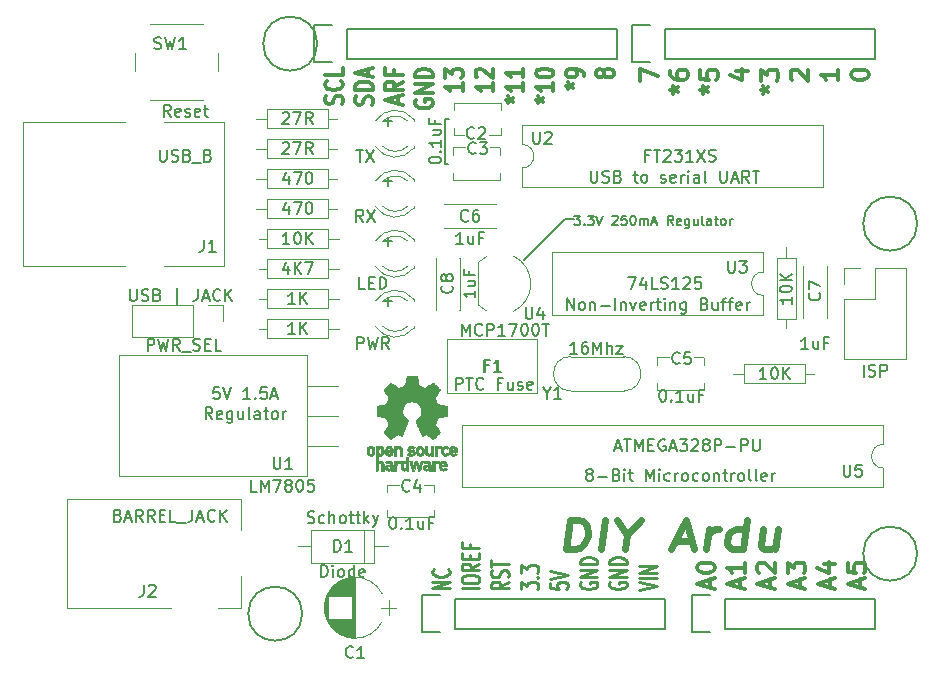
<source format=gbr>
G04 #@! TF.FileFunction,Legend,Top*
%FSLAX46Y46*%
G04 Gerber Fmt 4.6, Leading zero omitted, Abs format (unit mm)*
G04 Created by KiCad (PCBNEW 4.0.6) date 08/25/20 17:01:17*
%MOMM*%
%LPD*%
G01*
G04 APERTURE LIST*
%ADD10C,0.100000*%
%ADD11C,0.150000*%
%ADD12C,0.200000*%
%ADD13C,0.625000*%
%ADD14C,0.300000*%
%ADD15C,0.250000*%
%ADD16C,0.120000*%
%ADD17C,0.010000*%
G04 APERTURE END LIST*
D10*
D11*
X128849667Y-120721381D02*
X128849667Y-119721381D01*
X129087762Y-119721381D01*
X129230620Y-119769000D01*
X129325858Y-119864238D01*
X129373477Y-119959476D01*
X129421096Y-120149952D01*
X129421096Y-120292810D01*
X129373477Y-120483286D01*
X129325858Y-120578524D01*
X129230620Y-120673762D01*
X129087762Y-120721381D01*
X128849667Y-120721381D01*
X129849667Y-120721381D02*
X129849667Y-120054714D01*
X129849667Y-119721381D02*
X129802048Y-119769000D01*
X129849667Y-119816619D01*
X129897286Y-119769000D01*
X129849667Y-119721381D01*
X129849667Y-119816619D01*
X130468714Y-120721381D02*
X130373476Y-120673762D01*
X130325857Y-120626143D01*
X130278238Y-120530905D01*
X130278238Y-120245190D01*
X130325857Y-120149952D01*
X130373476Y-120102333D01*
X130468714Y-120054714D01*
X130611572Y-120054714D01*
X130706810Y-120102333D01*
X130754429Y-120149952D01*
X130802048Y-120245190D01*
X130802048Y-120530905D01*
X130754429Y-120626143D01*
X130706810Y-120673762D01*
X130611572Y-120721381D01*
X130468714Y-120721381D01*
X131659191Y-120721381D02*
X131659191Y-119721381D01*
X131659191Y-120673762D02*
X131563953Y-120721381D01*
X131373476Y-120721381D01*
X131278238Y-120673762D01*
X131230619Y-120626143D01*
X131183000Y-120530905D01*
X131183000Y-120245190D01*
X131230619Y-120149952D01*
X131278238Y-120102333D01*
X131373476Y-120054714D01*
X131563953Y-120054714D01*
X131659191Y-120102333D01*
X132516334Y-120673762D02*
X132421096Y-120721381D01*
X132230619Y-120721381D01*
X132135381Y-120673762D01*
X132087762Y-120578524D01*
X132087762Y-120197571D01*
X132135381Y-120102333D01*
X132230619Y-120054714D01*
X132421096Y-120054714D01*
X132516334Y-120102333D01*
X132563953Y-120197571D01*
X132563953Y-120292810D01*
X132087762Y-120388048D01*
D12*
X112657476Y-96353381D02*
X112657476Y-97162905D01*
X112705095Y-97258143D01*
X112752714Y-97305762D01*
X112847952Y-97353381D01*
X113038429Y-97353381D01*
X113133667Y-97305762D01*
X113181286Y-97258143D01*
X113228905Y-97162905D01*
X113228905Y-96353381D01*
X113657476Y-97305762D02*
X113800333Y-97353381D01*
X114038429Y-97353381D01*
X114133667Y-97305762D01*
X114181286Y-97258143D01*
X114228905Y-97162905D01*
X114228905Y-97067667D01*
X114181286Y-96972429D01*
X114133667Y-96924810D01*
X114038429Y-96877190D01*
X113847952Y-96829571D01*
X113752714Y-96781952D01*
X113705095Y-96734333D01*
X113657476Y-96639095D01*
X113657476Y-96543857D01*
X113705095Y-96448619D01*
X113752714Y-96401000D01*
X113847952Y-96353381D01*
X114086048Y-96353381D01*
X114228905Y-96401000D01*
X114990810Y-96829571D02*
X115133667Y-96877190D01*
X115181286Y-96924810D01*
X115228905Y-97020048D01*
X115228905Y-97162905D01*
X115181286Y-97258143D01*
X115133667Y-97305762D01*
X115038429Y-97353381D01*
X114657476Y-97353381D01*
X114657476Y-96353381D01*
X114990810Y-96353381D01*
X115086048Y-96401000D01*
X115133667Y-96448619D01*
X115181286Y-96543857D01*
X115181286Y-96639095D01*
X115133667Y-96734333D01*
X115086048Y-96781952D01*
X114990810Y-96829571D01*
X114657476Y-96829571D01*
X116657476Y-97686714D02*
X116657476Y-96258143D01*
X118419382Y-96353381D02*
X118419382Y-97067667D01*
X118371762Y-97210524D01*
X118276524Y-97305762D01*
X118133667Y-97353381D01*
X118038429Y-97353381D01*
X118847953Y-97067667D02*
X119324144Y-97067667D01*
X118752715Y-97353381D02*
X119086048Y-96353381D01*
X119419382Y-97353381D01*
X120324144Y-97258143D02*
X120276525Y-97305762D01*
X120133668Y-97353381D01*
X120038430Y-97353381D01*
X119895572Y-97305762D01*
X119800334Y-97210524D01*
X119752715Y-97115286D01*
X119705096Y-96924810D01*
X119705096Y-96781952D01*
X119752715Y-96591476D01*
X119800334Y-96496238D01*
X119895572Y-96401000D01*
X120038430Y-96353381D01*
X120133668Y-96353381D01*
X120276525Y-96401000D01*
X120324144Y-96448619D01*
X120752715Y-97353381D02*
X120752715Y-96353381D01*
X121324144Y-97353381D02*
X120895572Y-96781952D01*
X121324144Y-96353381D02*
X120752715Y-96924810D01*
D11*
X139319000Y-81915000D02*
X139700000Y-81915000D01*
X139319000Y-85725000D02*
X139319000Y-81915000D01*
X139319000Y-85725000D02*
X139573000Y-85725000D01*
X149479000Y-90424000D02*
X150241000Y-90424000D01*
X146050000Y-93853000D02*
X149479000Y-90424000D01*
X150286285Y-90112905D02*
X150781523Y-90112905D01*
X150514856Y-90417667D01*
X150629142Y-90417667D01*
X150705332Y-90455762D01*
X150743428Y-90493857D01*
X150781523Y-90570048D01*
X150781523Y-90760524D01*
X150743428Y-90836714D01*
X150705332Y-90874810D01*
X150629142Y-90912905D01*
X150400570Y-90912905D01*
X150324380Y-90874810D01*
X150286285Y-90836714D01*
X151124380Y-90836714D02*
X151162475Y-90874810D01*
X151124380Y-90912905D01*
X151086285Y-90874810D01*
X151124380Y-90836714D01*
X151124380Y-90912905D01*
X151429142Y-90112905D02*
X151924380Y-90112905D01*
X151657713Y-90417667D01*
X151771999Y-90417667D01*
X151848189Y-90455762D01*
X151886285Y-90493857D01*
X151924380Y-90570048D01*
X151924380Y-90760524D01*
X151886285Y-90836714D01*
X151848189Y-90874810D01*
X151771999Y-90912905D01*
X151543427Y-90912905D01*
X151467237Y-90874810D01*
X151429142Y-90836714D01*
X152152951Y-90112905D02*
X152419618Y-90912905D01*
X152686285Y-90112905D01*
X153524380Y-90189095D02*
X153562475Y-90151000D01*
X153638666Y-90112905D01*
X153829142Y-90112905D01*
X153905332Y-90151000D01*
X153943428Y-90189095D01*
X153981523Y-90265286D01*
X153981523Y-90341476D01*
X153943428Y-90455762D01*
X153486285Y-90912905D01*
X153981523Y-90912905D01*
X154705333Y-90112905D02*
X154324380Y-90112905D01*
X154286285Y-90493857D01*
X154324380Y-90455762D01*
X154400571Y-90417667D01*
X154591047Y-90417667D01*
X154667237Y-90455762D01*
X154705333Y-90493857D01*
X154743428Y-90570048D01*
X154743428Y-90760524D01*
X154705333Y-90836714D01*
X154667237Y-90874810D01*
X154591047Y-90912905D01*
X154400571Y-90912905D01*
X154324380Y-90874810D01*
X154286285Y-90836714D01*
X155238666Y-90112905D02*
X155314857Y-90112905D01*
X155391047Y-90151000D01*
X155429142Y-90189095D01*
X155467238Y-90265286D01*
X155505333Y-90417667D01*
X155505333Y-90608143D01*
X155467238Y-90760524D01*
X155429142Y-90836714D01*
X155391047Y-90874810D01*
X155314857Y-90912905D01*
X155238666Y-90912905D01*
X155162476Y-90874810D01*
X155124380Y-90836714D01*
X155086285Y-90760524D01*
X155048190Y-90608143D01*
X155048190Y-90417667D01*
X155086285Y-90265286D01*
X155124380Y-90189095D01*
X155162476Y-90151000D01*
X155238666Y-90112905D01*
X155848190Y-90912905D02*
X155848190Y-90379571D01*
X155848190Y-90455762D02*
X155886285Y-90417667D01*
X155962476Y-90379571D01*
X156076762Y-90379571D01*
X156152952Y-90417667D01*
X156191047Y-90493857D01*
X156191047Y-90912905D01*
X156191047Y-90493857D02*
X156229143Y-90417667D01*
X156305333Y-90379571D01*
X156419619Y-90379571D01*
X156495809Y-90417667D01*
X156533904Y-90493857D01*
X156533904Y-90912905D01*
X156876762Y-90684333D02*
X157257714Y-90684333D01*
X156800571Y-90912905D02*
X157067238Y-90112905D01*
X157333905Y-90912905D01*
X158667238Y-90912905D02*
X158400571Y-90531952D01*
X158210095Y-90912905D02*
X158210095Y-90112905D01*
X158514857Y-90112905D01*
X158591048Y-90151000D01*
X158629143Y-90189095D01*
X158667238Y-90265286D01*
X158667238Y-90379571D01*
X158629143Y-90455762D01*
X158591048Y-90493857D01*
X158514857Y-90531952D01*
X158210095Y-90531952D01*
X159314857Y-90874810D02*
X159238667Y-90912905D01*
X159086286Y-90912905D01*
X159010095Y-90874810D01*
X158972000Y-90798619D01*
X158972000Y-90493857D01*
X159010095Y-90417667D01*
X159086286Y-90379571D01*
X159238667Y-90379571D01*
X159314857Y-90417667D01*
X159352952Y-90493857D01*
X159352952Y-90570048D01*
X158972000Y-90646238D01*
X160038666Y-90379571D02*
X160038666Y-91027190D01*
X160000571Y-91103381D01*
X159962476Y-91141476D01*
X159886285Y-91179571D01*
X159772000Y-91179571D01*
X159695809Y-91141476D01*
X160038666Y-90874810D02*
X159962476Y-90912905D01*
X159810095Y-90912905D01*
X159733904Y-90874810D01*
X159695809Y-90836714D01*
X159657714Y-90760524D01*
X159657714Y-90531952D01*
X159695809Y-90455762D01*
X159733904Y-90417667D01*
X159810095Y-90379571D01*
X159962476Y-90379571D01*
X160038666Y-90417667D01*
X160762476Y-90379571D02*
X160762476Y-90912905D01*
X160419619Y-90379571D02*
X160419619Y-90798619D01*
X160457714Y-90874810D01*
X160533905Y-90912905D01*
X160648191Y-90912905D01*
X160724381Y-90874810D01*
X160762476Y-90836714D01*
X161257715Y-90912905D02*
X161181524Y-90874810D01*
X161143429Y-90798619D01*
X161143429Y-90112905D01*
X161905334Y-90912905D02*
X161905334Y-90493857D01*
X161867239Y-90417667D01*
X161791049Y-90379571D01*
X161638668Y-90379571D01*
X161562477Y-90417667D01*
X161905334Y-90874810D02*
X161829144Y-90912905D01*
X161638668Y-90912905D01*
X161562477Y-90874810D01*
X161524382Y-90798619D01*
X161524382Y-90722429D01*
X161562477Y-90646238D01*
X161638668Y-90608143D01*
X161829144Y-90608143D01*
X161905334Y-90570048D01*
X162172001Y-90379571D02*
X162476763Y-90379571D01*
X162286287Y-90112905D02*
X162286287Y-90798619D01*
X162324382Y-90874810D01*
X162400573Y-90912905D01*
X162476763Y-90912905D01*
X162857716Y-90912905D02*
X162781525Y-90874810D01*
X162743430Y-90836714D01*
X162705335Y-90760524D01*
X162705335Y-90531952D01*
X162743430Y-90455762D01*
X162781525Y-90417667D01*
X162857716Y-90379571D01*
X162972002Y-90379571D01*
X163048192Y-90417667D01*
X163086287Y-90455762D01*
X163124383Y-90531952D01*
X163124383Y-90760524D01*
X163086287Y-90836714D01*
X163048192Y-90874810D01*
X162972002Y-90912905D01*
X162857716Y-90912905D01*
X163467240Y-90912905D02*
X163467240Y-90379571D01*
X163467240Y-90531952D02*
X163505335Y-90455762D01*
X163543431Y-90417667D01*
X163619621Y-90379571D01*
X163695812Y-90379571D01*
D12*
X151496094Y-112021952D02*
X151400856Y-111974333D01*
X151353237Y-111926714D01*
X151305618Y-111831476D01*
X151305618Y-111783857D01*
X151353237Y-111688619D01*
X151400856Y-111641000D01*
X151496094Y-111593381D01*
X151686571Y-111593381D01*
X151781809Y-111641000D01*
X151829428Y-111688619D01*
X151877047Y-111783857D01*
X151877047Y-111831476D01*
X151829428Y-111926714D01*
X151781809Y-111974333D01*
X151686571Y-112021952D01*
X151496094Y-112021952D01*
X151400856Y-112069571D01*
X151353237Y-112117190D01*
X151305618Y-112212429D01*
X151305618Y-112402905D01*
X151353237Y-112498143D01*
X151400856Y-112545762D01*
X151496094Y-112593381D01*
X151686571Y-112593381D01*
X151781809Y-112545762D01*
X151829428Y-112498143D01*
X151877047Y-112402905D01*
X151877047Y-112212429D01*
X151829428Y-112117190D01*
X151781809Y-112069571D01*
X151686571Y-112021952D01*
X152305618Y-112212429D02*
X153067523Y-112212429D01*
X153877047Y-112069571D02*
X154019904Y-112117190D01*
X154067523Y-112164810D01*
X154115142Y-112260048D01*
X154115142Y-112402905D01*
X154067523Y-112498143D01*
X154019904Y-112545762D01*
X153924666Y-112593381D01*
X153543713Y-112593381D01*
X153543713Y-111593381D01*
X153877047Y-111593381D01*
X153972285Y-111641000D01*
X154019904Y-111688619D01*
X154067523Y-111783857D01*
X154067523Y-111879095D01*
X154019904Y-111974333D01*
X153972285Y-112021952D01*
X153877047Y-112069571D01*
X153543713Y-112069571D01*
X154543713Y-112593381D02*
X154543713Y-111926714D01*
X154543713Y-111593381D02*
X154496094Y-111641000D01*
X154543713Y-111688619D01*
X154591332Y-111641000D01*
X154543713Y-111593381D01*
X154543713Y-111688619D01*
X154877046Y-111926714D02*
X155257998Y-111926714D01*
X155019903Y-111593381D02*
X155019903Y-112450524D01*
X155067522Y-112545762D01*
X155162760Y-112593381D01*
X155257998Y-112593381D01*
X156353237Y-112593381D02*
X156353237Y-111593381D01*
X156686571Y-112307667D01*
X157019904Y-111593381D01*
X157019904Y-112593381D01*
X157496094Y-112593381D02*
X157496094Y-111926714D01*
X157496094Y-111593381D02*
X157448475Y-111641000D01*
X157496094Y-111688619D01*
X157543713Y-111641000D01*
X157496094Y-111593381D01*
X157496094Y-111688619D01*
X158400856Y-112545762D02*
X158305618Y-112593381D01*
X158115141Y-112593381D01*
X158019903Y-112545762D01*
X157972284Y-112498143D01*
X157924665Y-112402905D01*
X157924665Y-112117190D01*
X157972284Y-112021952D01*
X158019903Y-111974333D01*
X158115141Y-111926714D01*
X158305618Y-111926714D01*
X158400856Y-111974333D01*
X158829427Y-112593381D02*
X158829427Y-111926714D01*
X158829427Y-112117190D02*
X158877046Y-112021952D01*
X158924665Y-111974333D01*
X159019903Y-111926714D01*
X159115142Y-111926714D01*
X159591332Y-112593381D02*
X159496094Y-112545762D01*
X159448475Y-112498143D01*
X159400856Y-112402905D01*
X159400856Y-112117190D01*
X159448475Y-112021952D01*
X159496094Y-111974333D01*
X159591332Y-111926714D01*
X159734190Y-111926714D01*
X159829428Y-111974333D01*
X159877047Y-112021952D01*
X159924666Y-112117190D01*
X159924666Y-112402905D01*
X159877047Y-112498143D01*
X159829428Y-112545762D01*
X159734190Y-112593381D01*
X159591332Y-112593381D01*
X160781809Y-112545762D02*
X160686571Y-112593381D01*
X160496094Y-112593381D01*
X160400856Y-112545762D01*
X160353237Y-112498143D01*
X160305618Y-112402905D01*
X160305618Y-112117190D01*
X160353237Y-112021952D01*
X160400856Y-111974333D01*
X160496094Y-111926714D01*
X160686571Y-111926714D01*
X160781809Y-111974333D01*
X161353237Y-112593381D02*
X161257999Y-112545762D01*
X161210380Y-112498143D01*
X161162761Y-112402905D01*
X161162761Y-112117190D01*
X161210380Y-112021952D01*
X161257999Y-111974333D01*
X161353237Y-111926714D01*
X161496095Y-111926714D01*
X161591333Y-111974333D01*
X161638952Y-112021952D01*
X161686571Y-112117190D01*
X161686571Y-112402905D01*
X161638952Y-112498143D01*
X161591333Y-112545762D01*
X161496095Y-112593381D01*
X161353237Y-112593381D01*
X162115142Y-111926714D02*
X162115142Y-112593381D01*
X162115142Y-112021952D02*
X162162761Y-111974333D01*
X162257999Y-111926714D01*
X162400857Y-111926714D01*
X162496095Y-111974333D01*
X162543714Y-112069571D01*
X162543714Y-112593381D01*
X162877047Y-111926714D02*
X163257999Y-111926714D01*
X163019904Y-111593381D02*
X163019904Y-112450524D01*
X163067523Y-112545762D01*
X163162761Y-112593381D01*
X163257999Y-112593381D01*
X163591333Y-112593381D02*
X163591333Y-111926714D01*
X163591333Y-112117190D02*
X163638952Y-112021952D01*
X163686571Y-111974333D01*
X163781809Y-111926714D01*
X163877048Y-111926714D01*
X164353238Y-112593381D02*
X164258000Y-112545762D01*
X164210381Y-112498143D01*
X164162762Y-112402905D01*
X164162762Y-112117190D01*
X164210381Y-112021952D01*
X164258000Y-111974333D01*
X164353238Y-111926714D01*
X164496096Y-111926714D01*
X164591334Y-111974333D01*
X164638953Y-112021952D01*
X164686572Y-112117190D01*
X164686572Y-112402905D01*
X164638953Y-112498143D01*
X164591334Y-112545762D01*
X164496096Y-112593381D01*
X164353238Y-112593381D01*
X165258000Y-112593381D02*
X165162762Y-112545762D01*
X165115143Y-112450524D01*
X165115143Y-111593381D01*
X165781810Y-112593381D02*
X165686572Y-112545762D01*
X165638953Y-112450524D01*
X165638953Y-111593381D01*
X166543716Y-112545762D02*
X166448478Y-112593381D01*
X166258001Y-112593381D01*
X166162763Y-112545762D01*
X166115144Y-112450524D01*
X166115144Y-112069571D01*
X166162763Y-111974333D01*
X166258001Y-111926714D01*
X166448478Y-111926714D01*
X166543716Y-111974333D01*
X166591335Y-112069571D01*
X166591335Y-112164810D01*
X166115144Y-112260048D01*
X167019906Y-112593381D02*
X167019906Y-111926714D01*
X167019906Y-112117190D02*
X167067525Y-112021952D01*
X167115144Y-111974333D01*
X167210382Y-111926714D01*
X167305621Y-111926714D01*
X151678570Y-86320381D02*
X151678570Y-87129905D01*
X151726189Y-87225143D01*
X151773808Y-87272762D01*
X151869046Y-87320381D01*
X152059523Y-87320381D01*
X152154761Y-87272762D01*
X152202380Y-87225143D01*
X152249999Y-87129905D01*
X152249999Y-86320381D01*
X152678570Y-87272762D02*
X152821427Y-87320381D01*
X153059523Y-87320381D01*
X153154761Y-87272762D01*
X153202380Y-87225143D01*
X153249999Y-87129905D01*
X153249999Y-87034667D01*
X153202380Y-86939429D01*
X153154761Y-86891810D01*
X153059523Y-86844190D01*
X152869046Y-86796571D01*
X152773808Y-86748952D01*
X152726189Y-86701333D01*
X152678570Y-86606095D01*
X152678570Y-86510857D01*
X152726189Y-86415619D01*
X152773808Y-86368000D01*
X152869046Y-86320381D01*
X153107142Y-86320381D01*
X153249999Y-86368000D01*
X154011904Y-86796571D02*
X154154761Y-86844190D01*
X154202380Y-86891810D01*
X154249999Y-86987048D01*
X154249999Y-87129905D01*
X154202380Y-87225143D01*
X154154761Y-87272762D01*
X154059523Y-87320381D01*
X153678570Y-87320381D01*
X153678570Y-86320381D01*
X154011904Y-86320381D01*
X154107142Y-86368000D01*
X154154761Y-86415619D01*
X154202380Y-86510857D01*
X154202380Y-86606095D01*
X154154761Y-86701333D01*
X154107142Y-86748952D01*
X154011904Y-86796571D01*
X153678570Y-86796571D01*
X155297618Y-86653714D02*
X155678570Y-86653714D01*
X155440475Y-86320381D02*
X155440475Y-87177524D01*
X155488094Y-87272762D01*
X155583332Y-87320381D01*
X155678570Y-87320381D01*
X156154761Y-87320381D02*
X156059523Y-87272762D01*
X156011904Y-87225143D01*
X155964285Y-87129905D01*
X155964285Y-86844190D01*
X156011904Y-86748952D01*
X156059523Y-86701333D01*
X156154761Y-86653714D01*
X156297619Y-86653714D01*
X156392857Y-86701333D01*
X156440476Y-86748952D01*
X156488095Y-86844190D01*
X156488095Y-87129905D01*
X156440476Y-87225143D01*
X156392857Y-87272762D01*
X156297619Y-87320381D01*
X156154761Y-87320381D01*
X157630952Y-87272762D02*
X157726190Y-87320381D01*
X157916666Y-87320381D01*
X158011905Y-87272762D01*
X158059524Y-87177524D01*
X158059524Y-87129905D01*
X158011905Y-87034667D01*
X157916666Y-86987048D01*
X157773809Y-86987048D01*
X157678571Y-86939429D01*
X157630952Y-86844190D01*
X157630952Y-86796571D01*
X157678571Y-86701333D01*
X157773809Y-86653714D01*
X157916666Y-86653714D01*
X158011905Y-86701333D01*
X158869048Y-87272762D02*
X158773810Y-87320381D01*
X158583333Y-87320381D01*
X158488095Y-87272762D01*
X158440476Y-87177524D01*
X158440476Y-86796571D01*
X158488095Y-86701333D01*
X158583333Y-86653714D01*
X158773810Y-86653714D01*
X158869048Y-86701333D01*
X158916667Y-86796571D01*
X158916667Y-86891810D01*
X158440476Y-86987048D01*
X159345238Y-87320381D02*
X159345238Y-86653714D01*
X159345238Y-86844190D02*
X159392857Y-86748952D01*
X159440476Y-86701333D01*
X159535714Y-86653714D01*
X159630953Y-86653714D01*
X159964286Y-87320381D02*
X159964286Y-86653714D01*
X159964286Y-86320381D02*
X159916667Y-86368000D01*
X159964286Y-86415619D01*
X160011905Y-86368000D01*
X159964286Y-86320381D01*
X159964286Y-86415619D01*
X160869048Y-87320381D02*
X160869048Y-86796571D01*
X160821429Y-86701333D01*
X160726191Y-86653714D01*
X160535714Y-86653714D01*
X160440476Y-86701333D01*
X160869048Y-87272762D02*
X160773810Y-87320381D01*
X160535714Y-87320381D01*
X160440476Y-87272762D01*
X160392857Y-87177524D01*
X160392857Y-87082286D01*
X160440476Y-86987048D01*
X160535714Y-86939429D01*
X160773810Y-86939429D01*
X160869048Y-86891810D01*
X161488095Y-87320381D02*
X161392857Y-87272762D01*
X161345238Y-87177524D01*
X161345238Y-86320381D01*
X162630953Y-86320381D02*
X162630953Y-87129905D01*
X162678572Y-87225143D01*
X162726191Y-87272762D01*
X162821429Y-87320381D01*
X163011906Y-87320381D01*
X163107144Y-87272762D01*
X163154763Y-87225143D01*
X163202382Y-87129905D01*
X163202382Y-86320381D01*
X163630953Y-87034667D02*
X164107144Y-87034667D01*
X163535715Y-87320381D02*
X163869048Y-86320381D01*
X164202382Y-87320381D01*
X165107144Y-87320381D02*
X164773810Y-86844190D01*
X164535715Y-87320381D02*
X164535715Y-86320381D01*
X164916668Y-86320381D01*
X165011906Y-86368000D01*
X165059525Y-86415619D01*
X165107144Y-86510857D01*
X165107144Y-86653714D01*
X165059525Y-86748952D01*
X165011906Y-86796571D01*
X164916668Y-86844190D01*
X164535715Y-86844190D01*
X165392858Y-86320381D02*
X165964287Y-86320381D01*
X165678572Y-87320381D02*
X165678572Y-86320381D01*
X149662523Y-98115381D02*
X149662523Y-97115381D01*
X150233952Y-98115381D01*
X150233952Y-97115381D01*
X150852999Y-98115381D02*
X150757761Y-98067762D01*
X150710142Y-98020143D01*
X150662523Y-97924905D01*
X150662523Y-97639190D01*
X150710142Y-97543952D01*
X150757761Y-97496333D01*
X150852999Y-97448714D01*
X150995857Y-97448714D01*
X151091095Y-97496333D01*
X151138714Y-97543952D01*
X151186333Y-97639190D01*
X151186333Y-97924905D01*
X151138714Y-98020143D01*
X151091095Y-98067762D01*
X150995857Y-98115381D01*
X150852999Y-98115381D01*
X151614904Y-97448714D02*
X151614904Y-98115381D01*
X151614904Y-97543952D02*
X151662523Y-97496333D01*
X151757761Y-97448714D01*
X151900619Y-97448714D01*
X151995857Y-97496333D01*
X152043476Y-97591571D01*
X152043476Y-98115381D01*
X152519666Y-97734429D02*
X153281571Y-97734429D01*
X153757761Y-98115381D02*
X153757761Y-97115381D01*
X154233951Y-97448714D02*
X154233951Y-98115381D01*
X154233951Y-97543952D02*
X154281570Y-97496333D01*
X154376808Y-97448714D01*
X154519666Y-97448714D01*
X154614904Y-97496333D01*
X154662523Y-97591571D01*
X154662523Y-98115381D01*
X155043475Y-97448714D02*
X155281570Y-98115381D01*
X155519666Y-97448714D01*
X156281571Y-98067762D02*
X156186333Y-98115381D01*
X155995856Y-98115381D01*
X155900618Y-98067762D01*
X155852999Y-97972524D01*
X155852999Y-97591571D01*
X155900618Y-97496333D01*
X155995856Y-97448714D01*
X156186333Y-97448714D01*
X156281571Y-97496333D01*
X156329190Y-97591571D01*
X156329190Y-97686810D01*
X155852999Y-97782048D01*
X156757761Y-98115381D02*
X156757761Y-97448714D01*
X156757761Y-97639190D02*
X156805380Y-97543952D01*
X156852999Y-97496333D01*
X156948237Y-97448714D01*
X157043476Y-97448714D01*
X157233952Y-97448714D02*
X157614904Y-97448714D01*
X157376809Y-97115381D02*
X157376809Y-97972524D01*
X157424428Y-98067762D01*
X157519666Y-98115381D01*
X157614904Y-98115381D01*
X157948238Y-98115381D02*
X157948238Y-97448714D01*
X157948238Y-97115381D02*
X157900619Y-97163000D01*
X157948238Y-97210619D01*
X157995857Y-97163000D01*
X157948238Y-97115381D01*
X157948238Y-97210619D01*
X158424428Y-97448714D02*
X158424428Y-98115381D01*
X158424428Y-97543952D02*
X158472047Y-97496333D01*
X158567285Y-97448714D01*
X158710143Y-97448714D01*
X158805381Y-97496333D01*
X158853000Y-97591571D01*
X158853000Y-98115381D01*
X159757762Y-97448714D02*
X159757762Y-98258238D01*
X159710143Y-98353476D01*
X159662524Y-98401095D01*
X159567285Y-98448714D01*
X159424428Y-98448714D01*
X159329190Y-98401095D01*
X159757762Y-98067762D02*
X159662524Y-98115381D01*
X159472047Y-98115381D01*
X159376809Y-98067762D01*
X159329190Y-98020143D01*
X159281571Y-97924905D01*
X159281571Y-97639190D01*
X159329190Y-97543952D01*
X159376809Y-97496333D01*
X159472047Y-97448714D01*
X159662524Y-97448714D01*
X159757762Y-97496333D01*
X161329191Y-97591571D02*
X161472048Y-97639190D01*
X161519667Y-97686810D01*
X161567286Y-97782048D01*
X161567286Y-97924905D01*
X161519667Y-98020143D01*
X161472048Y-98067762D01*
X161376810Y-98115381D01*
X160995857Y-98115381D01*
X160995857Y-97115381D01*
X161329191Y-97115381D01*
X161424429Y-97163000D01*
X161472048Y-97210619D01*
X161519667Y-97305857D01*
X161519667Y-97401095D01*
X161472048Y-97496333D01*
X161424429Y-97543952D01*
X161329191Y-97591571D01*
X160995857Y-97591571D01*
X162424429Y-97448714D02*
X162424429Y-98115381D01*
X161995857Y-97448714D02*
X161995857Y-97972524D01*
X162043476Y-98067762D01*
X162138714Y-98115381D01*
X162281572Y-98115381D01*
X162376810Y-98067762D01*
X162424429Y-98020143D01*
X162757762Y-97448714D02*
X163138714Y-97448714D01*
X162900619Y-98115381D02*
X162900619Y-97258238D01*
X162948238Y-97163000D01*
X163043476Y-97115381D01*
X163138714Y-97115381D01*
X163329191Y-97448714D02*
X163710143Y-97448714D01*
X163472048Y-98115381D02*
X163472048Y-97258238D01*
X163519667Y-97163000D01*
X163614905Y-97115381D01*
X163710143Y-97115381D01*
X164424430Y-98067762D02*
X164329192Y-98115381D01*
X164138715Y-98115381D01*
X164043477Y-98067762D01*
X163995858Y-97972524D01*
X163995858Y-97591571D01*
X164043477Y-97496333D01*
X164138715Y-97448714D01*
X164329192Y-97448714D01*
X164424430Y-97496333D01*
X164472049Y-97591571D01*
X164472049Y-97686810D01*
X163995858Y-97782048D01*
X164900620Y-98115381D02*
X164900620Y-97448714D01*
X164900620Y-97639190D02*
X164948239Y-97543952D01*
X164995858Y-97496333D01*
X165091096Y-97448714D01*
X165186335Y-97448714D01*
X120237524Y-104647381D02*
X119761333Y-104647381D01*
X119713714Y-105123571D01*
X119761333Y-105075952D01*
X119856571Y-105028333D01*
X120094667Y-105028333D01*
X120189905Y-105075952D01*
X120237524Y-105123571D01*
X120285143Y-105218810D01*
X120285143Y-105456905D01*
X120237524Y-105552143D01*
X120189905Y-105599762D01*
X120094667Y-105647381D01*
X119856571Y-105647381D01*
X119761333Y-105599762D01*
X119713714Y-105552143D01*
X120570857Y-104647381D02*
X120904190Y-105647381D01*
X121237524Y-104647381D01*
X122856572Y-105647381D02*
X122285143Y-105647381D01*
X122570857Y-105647381D02*
X122570857Y-104647381D01*
X122475619Y-104790238D01*
X122380381Y-104885476D01*
X122285143Y-104933095D01*
X123285143Y-105552143D02*
X123332762Y-105599762D01*
X123285143Y-105647381D01*
X123237524Y-105599762D01*
X123285143Y-105552143D01*
X123285143Y-105647381D01*
X124237524Y-104647381D02*
X123761333Y-104647381D01*
X123713714Y-105123571D01*
X123761333Y-105075952D01*
X123856571Y-105028333D01*
X124094667Y-105028333D01*
X124189905Y-105075952D01*
X124237524Y-105123571D01*
X124285143Y-105218810D01*
X124285143Y-105456905D01*
X124237524Y-105552143D01*
X124189905Y-105599762D01*
X124094667Y-105647381D01*
X123856571Y-105647381D01*
X123761333Y-105599762D01*
X123713714Y-105552143D01*
X124666095Y-105361667D02*
X125142286Y-105361667D01*
X124570857Y-105647381D02*
X124904190Y-104647381D01*
X125237524Y-105647381D01*
X119642285Y-107347381D02*
X119308951Y-106871190D01*
X119070856Y-107347381D02*
X119070856Y-106347381D01*
X119451809Y-106347381D01*
X119547047Y-106395000D01*
X119594666Y-106442619D01*
X119642285Y-106537857D01*
X119642285Y-106680714D01*
X119594666Y-106775952D01*
X119547047Y-106823571D01*
X119451809Y-106871190D01*
X119070856Y-106871190D01*
X120451809Y-107299762D02*
X120356571Y-107347381D01*
X120166094Y-107347381D01*
X120070856Y-107299762D01*
X120023237Y-107204524D01*
X120023237Y-106823571D01*
X120070856Y-106728333D01*
X120166094Y-106680714D01*
X120356571Y-106680714D01*
X120451809Y-106728333D01*
X120499428Y-106823571D01*
X120499428Y-106918810D01*
X120023237Y-107014048D01*
X121356571Y-106680714D02*
X121356571Y-107490238D01*
X121308952Y-107585476D01*
X121261333Y-107633095D01*
X121166094Y-107680714D01*
X121023237Y-107680714D01*
X120927999Y-107633095D01*
X121356571Y-107299762D02*
X121261333Y-107347381D01*
X121070856Y-107347381D01*
X120975618Y-107299762D01*
X120927999Y-107252143D01*
X120880380Y-107156905D01*
X120880380Y-106871190D01*
X120927999Y-106775952D01*
X120975618Y-106728333D01*
X121070856Y-106680714D01*
X121261333Y-106680714D01*
X121356571Y-106728333D01*
X122261333Y-106680714D02*
X122261333Y-107347381D01*
X121832761Y-106680714D02*
X121832761Y-107204524D01*
X121880380Y-107299762D01*
X121975618Y-107347381D01*
X122118476Y-107347381D01*
X122213714Y-107299762D01*
X122261333Y-107252143D01*
X122880380Y-107347381D02*
X122785142Y-107299762D01*
X122737523Y-107204524D01*
X122737523Y-106347381D01*
X123689905Y-107347381D02*
X123689905Y-106823571D01*
X123642286Y-106728333D01*
X123547048Y-106680714D01*
X123356571Y-106680714D01*
X123261333Y-106728333D01*
X123689905Y-107299762D02*
X123594667Y-107347381D01*
X123356571Y-107347381D01*
X123261333Y-107299762D01*
X123213714Y-107204524D01*
X123213714Y-107109286D01*
X123261333Y-107014048D01*
X123356571Y-106966429D01*
X123594667Y-106966429D01*
X123689905Y-106918810D01*
X124023238Y-106680714D02*
X124404190Y-106680714D01*
X124166095Y-106347381D02*
X124166095Y-107204524D01*
X124213714Y-107299762D01*
X124308952Y-107347381D01*
X124404190Y-107347381D01*
X124880381Y-107347381D02*
X124785143Y-107299762D01*
X124737524Y-107252143D01*
X124689905Y-107156905D01*
X124689905Y-106871190D01*
X124737524Y-106775952D01*
X124785143Y-106728333D01*
X124880381Y-106680714D01*
X125023239Y-106680714D01*
X125118477Y-106728333D01*
X125166096Y-106775952D01*
X125213715Y-106871190D01*
X125213715Y-107156905D01*
X125166096Y-107252143D01*
X125118477Y-107299762D01*
X125023239Y-107347381D01*
X124880381Y-107347381D01*
X125642286Y-107347381D02*
X125642286Y-106680714D01*
X125642286Y-106871190D02*
X125689905Y-106775952D01*
X125737524Y-106728333D01*
X125832762Y-106680714D01*
X125928001Y-106680714D01*
D13*
X149593238Y-118351952D02*
X149905738Y-115851952D01*
X150620023Y-115851952D01*
X151033714Y-115971000D01*
X151289666Y-116209095D01*
X151402761Y-116447190D01*
X151486094Y-116923381D01*
X151441452Y-117280524D01*
X151239071Y-117756714D01*
X151066452Y-117994810D01*
X150750976Y-118232905D01*
X150307523Y-118351952D01*
X149593238Y-118351952D01*
X152593238Y-118351952D02*
X152905738Y-115851952D01*
X154742047Y-117161476D02*
X154593237Y-118351952D01*
X153905737Y-115851952D02*
X154742047Y-117161476D01*
X155905737Y-115851952D01*
X158825381Y-117637667D02*
X160253952Y-117637667D01*
X158450380Y-118351952D02*
X159762880Y-115851952D01*
X160450380Y-118351952D01*
X161450381Y-118351952D02*
X161658714Y-116685286D01*
X161599191Y-117161476D02*
X161771809Y-116923381D01*
X161929547Y-116804333D01*
X162230142Y-116685286D01*
X162515857Y-116685286D01*
X164593238Y-118351952D02*
X164905738Y-115851952D01*
X164608119Y-118232905D02*
X164307524Y-118351952D01*
X163736095Y-118351952D01*
X163465262Y-118232905D01*
X163337286Y-118113857D01*
X163224191Y-117875762D01*
X163313477Y-117161476D01*
X163486095Y-116923381D01*
X163643833Y-116804333D01*
X163944428Y-116685286D01*
X164515857Y-116685286D01*
X164786690Y-116804333D01*
X167515857Y-116685286D02*
X167307524Y-118351952D01*
X166230143Y-116685286D02*
X166066453Y-117994810D01*
X166179548Y-118232905D01*
X166450381Y-118351952D01*
X166878953Y-118351952D01*
X167179548Y-118232905D01*
X167337286Y-118113857D01*
D14*
X161769000Y-121634286D02*
X161769000Y-120920000D01*
X162197571Y-121777143D02*
X160697571Y-121277143D01*
X162197571Y-120777143D01*
X160697571Y-119991429D02*
X160697571Y-119848572D01*
X160769000Y-119705715D01*
X160840429Y-119634286D01*
X160983286Y-119562857D01*
X161269000Y-119491429D01*
X161626143Y-119491429D01*
X161911857Y-119562857D01*
X162054714Y-119634286D01*
X162126143Y-119705715D01*
X162197571Y-119848572D01*
X162197571Y-119991429D01*
X162126143Y-120134286D01*
X162054714Y-120205715D01*
X161911857Y-120277143D01*
X161626143Y-120348572D01*
X161269000Y-120348572D01*
X160983286Y-120277143D01*
X160840429Y-120205715D01*
X160769000Y-120134286D01*
X160697571Y-119991429D01*
X164319000Y-121634286D02*
X164319000Y-120920000D01*
X164747571Y-121777143D02*
X163247571Y-121277143D01*
X164747571Y-120777143D01*
X164747571Y-119491429D02*
X164747571Y-120348572D01*
X164747571Y-119920000D02*
X163247571Y-119920000D01*
X163461857Y-120062857D01*
X163604714Y-120205715D01*
X163676143Y-120348572D01*
X166869000Y-121634286D02*
X166869000Y-120920000D01*
X167297571Y-121777143D02*
X165797571Y-121277143D01*
X167297571Y-120777143D01*
X165940429Y-120348572D02*
X165869000Y-120277143D01*
X165797571Y-120134286D01*
X165797571Y-119777143D01*
X165869000Y-119634286D01*
X165940429Y-119562857D01*
X166083286Y-119491429D01*
X166226143Y-119491429D01*
X166440429Y-119562857D01*
X167297571Y-120420000D01*
X167297571Y-119491429D01*
X169419000Y-121634286D02*
X169419000Y-120920000D01*
X169847571Y-121777143D02*
X168347571Y-121277143D01*
X169847571Y-120777143D01*
X168347571Y-120420000D02*
X168347571Y-119491429D01*
X168919000Y-119991429D01*
X168919000Y-119777143D01*
X168990429Y-119634286D01*
X169061857Y-119562857D01*
X169204714Y-119491429D01*
X169561857Y-119491429D01*
X169704714Y-119562857D01*
X169776143Y-119634286D01*
X169847571Y-119777143D01*
X169847571Y-120205715D01*
X169776143Y-120348572D01*
X169704714Y-120420000D01*
X171969000Y-121634286D02*
X171969000Y-120920000D01*
X172397571Y-121777143D02*
X170897571Y-121277143D01*
X172397571Y-120777143D01*
X171397571Y-119634286D02*
X172397571Y-119634286D01*
X170826143Y-119991429D02*
X171897571Y-120348572D01*
X171897571Y-119420000D01*
X174519000Y-121634286D02*
X174519000Y-120920000D01*
X174947571Y-121777143D02*
X173447571Y-121277143D01*
X174947571Y-120777143D01*
X173447571Y-119562857D02*
X173447571Y-120277143D01*
X174161857Y-120348572D01*
X174090429Y-120277143D01*
X174019000Y-120134286D01*
X174019000Y-119777143D01*
X174090429Y-119634286D01*
X174161857Y-119562857D01*
X174304714Y-119491429D01*
X174661857Y-119491429D01*
X174804714Y-119562857D01*
X174876143Y-119634286D01*
X174947571Y-119777143D01*
X174947571Y-120134286D01*
X174876143Y-120277143D01*
X174804714Y-120348572D01*
D15*
X139756571Y-121681905D02*
X138256571Y-121681905D01*
X139756571Y-121110476D01*
X138256571Y-121110476D01*
X139613714Y-120062857D02*
X139685143Y-120110476D01*
X139756571Y-120253333D01*
X139756571Y-120348571D01*
X139685143Y-120491429D01*
X139542286Y-120586667D01*
X139399429Y-120634286D01*
X139113714Y-120681905D01*
X138899429Y-120681905D01*
X138613714Y-120634286D01*
X138470857Y-120586667D01*
X138328000Y-120491429D01*
X138256571Y-120348571D01*
X138256571Y-120253333D01*
X138328000Y-120110476D01*
X138399429Y-120062857D01*
X142256571Y-121681905D02*
X140756571Y-121681905D01*
X140756571Y-121015239D02*
X140756571Y-120824762D01*
X140828000Y-120729524D01*
X140970857Y-120634286D01*
X141256571Y-120586667D01*
X141756571Y-120586667D01*
X142042286Y-120634286D01*
X142185143Y-120729524D01*
X142256571Y-120824762D01*
X142256571Y-121015239D01*
X142185143Y-121110477D01*
X142042286Y-121205715D01*
X141756571Y-121253334D01*
X141256571Y-121253334D01*
X140970857Y-121205715D01*
X140828000Y-121110477D01*
X140756571Y-121015239D01*
X142256571Y-119586667D02*
X141542286Y-119920001D01*
X142256571Y-120158096D02*
X140756571Y-120158096D01*
X140756571Y-119777143D01*
X140828000Y-119681905D01*
X140899429Y-119634286D01*
X141042286Y-119586667D01*
X141256571Y-119586667D01*
X141399429Y-119634286D01*
X141470857Y-119681905D01*
X141542286Y-119777143D01*
X141542286Y-120158096D01*
X141470857Y-119158096D02*
X141470857Y-118824762D01*
X142256571Y-118681905D02*
X142256571Y-119158096D01*
X140756571Y-119158096D01*
X140756571Y-118681905D01*
X141470857Y-117920000D02*
X141470857Y-118253334D01*
X142256571Y-118253334D02*
X140756571Y-118253334D01*
X140756571Y-117777143D01*
X144756571Y-121110476D02*
X144042286Y-121443810D01*
X144756571Y-121681905D02*
X143256571Y-121681905D01*
X143256571Y-121300952D01*
X143328000Y-121205714D01*
X143399429Y-121158095D01*
X143542286Y-121110476D01*
X143756571Y-121110476D01*
X143899429Y-121158095D01*
X143970857Y-121205714D01*
X144042286Y-121300952D01*
X144042286Y-121681905D01*
X144685143Y-120729524D02*
X144756571Y-120586667D01*
X144756571Y-120348571D01*
X144685143Y-120253333D01*
X144613714Y-120205714D01*
X144470857Y-120158095D01*
X144328000Y-120158095D01*
X144185143Y-120205714D01*
X144113714Y-120253333D01*
X144042286Y-120348571D01*
X143970857Y-120539048D01*
X143899429Y-120634286D01*
X143828000Y-120681905D01*
X143685143Y-120729524D01*
X143542286Y-120729524D01*
X143399429Y-120681905D01*
X143328000Y-120634286D01*
X143256571Y-120539048D01*
X143256571Y-120300952D01*
X143328000Y-120158095D01*
X143256571Y-119872381D02*
X143256571Y-119300952D01*
X144756571Y-119586667D02*
X143256571Y-119586667D01*
X145756571Y-121777143D02*
X145756571Y-121158095D01*
X146328000Y-121491429D01*
X146328000Y-121348571D01*
X146399429Y-121253333D01*
X146470857Y-121205714D01*
X146613714Y-121158095D01*
X146970857Y-121158095D01*
X147113714Y-121205714D01*
X147185143Y-121253333D01*
X147256571Y-121348571D01*
X147256571Y-121634286D01*
X147185143Y-121729524D01*
X147113714Y-121777143D01*
X147113714Y-120729524D02*
X147185143Y-120681905D01*
X147256571Y-120729524D01*
X147185143Y-120777143D01*
X147113714Y-120729524D01*
X147256571Y-120729524D01*
X145756571Y-120348572D02*
X145756571Y-119729524D01*
X146328000Y-120062858D01*
X146328000Y-119920000D01*
X146399429Y-119824762D01*
X146470857Y-119777143D01*
X146613714Y-119729524D01*
X146970857Y-119729524D01*
X147113714Y-119777143D01*
X147185143Y-119824762D01*
X147256571Y-119920000D01*
X147256571Y-120205715D01*
X147185143Y-120300953D01*
X147113714Y-120348572D01*
X148256571Y-121205714D02*
X148256571Y-121681905D01*
X148970857Y-121729524D01*
X148899429Y-121681905D01*
X148828000Y-121586667D01*
X148828000Y-121348571D01*
X148899429Y-121253333D01*
X148970857Y-121205714D01*
X149113714Y-121158095D01*
X149470857Y-121158095D01*
X149613714Y-121205714D01*
X149685143Y-121253333D01*
X149756571Y-121348571D01*
X149756571Y-121586667D01*
X149685143Y-121681905D01*
X149613714Y-121729524D01*
X148256571Y-120872381D02*
X149756571Y-120539048D01*
X148256571Y-120205714D01*
X150828000Y-121158095D02*
X150756571Y-121253333D01*
X150756571Y-121396190D01*
X150828000Y-121539048D01*
X150970857Y-121634286D01*
X151113714Y-121681905D01*
X151399429Y-121729524D01*
X151613714Y-121729524D01*
X151899429Y-121681905D01*
X152042286Y-121634286D01*
X152185143Y-121539048D01*
X152256571Y-121396190D01*
X152256571Y-121300952D01*
X152185143Y-121158095D01*
X152113714Y-121110476D01*
X151613714Y-121110476D01*
X151613714Y-121300952D01*
X152256571Y-120681905D02*
X150756571Y-120681905D01*
X152256571Y-120110476D01*
X150756571Y-120110476D01*
X152256571Y-119634286D02*
X150756571Y-119634286D01*
X150756571Y-119396191D01*
X150828000Y-119253333D01*
X150970857Y-119158095D01*
X151113714Y-119110476D01*
X151399429Y-119062857D01*
X151613714Y-119062857D01*
X151899429Y-119110476D01*
X152042286Y-119158095D01*
X152185143Y-119253333D01*
X152256571Y-119396191D01*
X152256571Y-119634286D01*
X153328000Y-121158095D02*
X153256571Y-121253333D01*
X153256571Y-121396190D01*
X153328000Y-121539048D01*
X153470857Y-121634286D01*
X153613714Y-121681905D01*
X153899429Y-121729524D01*
X154113714Y-121729524D01*
X154399429Y-121681905D01*
X154542286Y-121634286D01*
X154685143Y-121539048D01*
X154756571Y-121396190D01*
X154756571Y-121300952D01*
X154685143Y-121158095D01*
X154613714Y-121110476D01*
X154113714Y-121110476D01*
X154113714Y-121300952D01*
X154756571Y-120681905D02*
X153256571Y-120681905D01*
X154756571Y-120110476D01*
X153256571Y-120110476D01*
X154756571Y-119634286D02*
X153256571Y-119634286D01*
X153256571Y-119396191D01*
X153328000Y-119253333D01*
X153470857Y-119158095D01*
X153613714Y-119110476D01*
X153899429Y-119062857D01*
X154113714Y-119062857D01*
X154399429Y-119110476D01*
X154542286Y-119158095D01*
X154685143Y-119253333D01*
X154756571Y-119396191D01*
X154756571Y-119634286D01*
X155756571Y-121824762D02*
X157256571Y-121491429D01*
X155756571Y-121158095D01*
X157256571Y-120824762D02*
X155756571Y-120824762D01*
X157256571Y-120348572D02*
X155756571Y-120348572D01*
X157256571Y-119777143D01*
X155756571Y-119777143D01*
D14*
X130610143Y-80684286D02*
X130681571Y-80505714D01*
X130681571Y-80208095D01*
X130610143Y-80089048D01*
X130538714Y-80029524D01*
X130395857Y-79970000D01*
X130253000Y-79970000D01*
X130110143Y-80029524D01*
X130038714Y-80089048D01*
X129967286Y-80208095D01*
X129895857Y-80446191D01*
X129824429Y-80565238D01*
X129753000Y-80624762D01*
X129610143Y-80684286D01*
X129467286Y-80684286D01*
X129324429Y-80624762D01*
X129253000Y-80565238D01*
X129181571Y-80446191D01*
X129181571Y-80148571D01*
X129253000Y-79970000D01*
X130538714Y-78720000D02*
X130610143Y-78779524D01*
X130681571Y-78958095D01*
X130681571Y-79077143D01*
X130610143Y-79255715D01*
X130467286Y-79374762D01*
X130324429Y-79434286D01*
X130038714Y-79493810D01*
X129824429Y-79493810D01*
X129538714Y-79434286D01*
X129395857Y-79374762D01*
X129253000Y-79255715D01*
X129181571Y-79077143D01*
X129181571Y-78958095D01*
X129253000Y-78779524D01*
X129324429Y-78720000D01*
X130681571Y-77589048D02*
X130681571Y-78184286D01*
X129181571Y-78184286D01*
X133160143Y-80743810D02*
X133231571Y-80565238D01*
X133231571Y-80267619D01*
X133160143Y-80148572D01*
X133088714Y-80089048D01*
X132945857Y-80029524D01*
X132803000Y-80029524D01*
X132660143Y-80089048D01*
X132588714Y-80148572D01*
X132517286Y-80267619D01*
X132445857Y-80505715D01*
X132374429Y-80624762D01*
X132303000Y-80684286D01*
X132160143Y-80743810D01*
X132017286Y-80743810D01*
X131874429Y-80684286D01*
X131803000Y-80624762D01*
X131731571Y-80505715D01*
X131731571Y-80208095D01*
X131803000Y-80029524D01*
X133231571Y-79493810D02*
X131731571Y-79493810D01*
X131731571Y-79196191D01*
X131803000Y-79017619D01*
X131945857Y-78898572D01*
X132088714Y-78839048D01*
X132374429Y-78779524D01*
X132588714Y-78779524D01*
X132874429Y-78839048D01*
X133017286Y-78898572D01*
X133160143Y-79017619D01*
X133231571Y-79196191D01*
X133231571Y-79493810D01*
X132803000Y-78303334D02*
X132803000Y-77708096D01*
X133231571Y-78422381D02*
X131731571Y-78005715D01*
X133231571Y-77589048D01*
X135353000Y-80624763D02*
X135353000Y-80029525D01*
X135781571Y-80743810D02*
X134281571Y-80327144D01*
X135781571Y-79910477D01*
X135781571Y-78779524D02*
X135067286Y-79196191D01*
X135781571Y-79493810D02*
X134281571Y-79493810D01*
X134281571Y-79017619D01*
X134353000Y-78898572D01*
X134424429Y-78839048D01*
X134567286Y-78779524D01*
X134781571Y-78779524D01*
X134924429Y-78839048D01*
X134995857Y-78898572D01*
X135067286Y-79017619D01*
X135067286Y-79493810D01*
X134995857Y-77827143D02*
X134995857Y-78243810D01*
X135781571Y-78243810D02*
X134281571Y-78243810D01*
X134281571Y-77648572D01*
X136903000Y-80327143D02*
X136831571Y-80446191D01*
X136831571Y-80624762D01*
X136903000Y-80803334D01*
X137045857Y-80922381D01*
X137188714Y-80981905D01*
X137474429Y-81041429D01*
X137688714Y-81041429D01*
X137974429Y-80981905D01*
X138117286Y-80922381D01*
X138260143Y-80803334D01*
X138331571Y-80624762D01*
X138331571Y-80505714D01*
X138260143Y-80327143D01*
X138188714Y-80267619D01*
X137688714Y-80267619D01*
X137688714Y-80505714D01*
X138331571Y-79731905D02*
X136831571Y-79731905D01*
X138331571Y-79017619D01*
X136831571Y-79017619D01*
X138331571Y-78422381D02*
X136831571Y-78422381D01*
X136831571Y-78124762D01*
X136903000Y-77946190D01*
X137045857Y-77827143D01*
X137188714Y-77767619D01*
X137474429Y-77708095D01*
X137688714Y-77708095D01*
X137974429Y-77767619D01*
X138117286Y-77827143D01*
X138260143Y-77946190D01*
X138331571Y-78124762D01*
X138331571Y-78422381D01*
X140881571Y-78898571D02*
X140881571Y-79612857D01*
X140881571Y-79255714D02*
X139381571Y-79255714D01*
X139595857Y-79374762D01*
X139738714Y-79493809D01*
X139810143Y-79612857D01*
X139381571Y-78481905D02*
X139381571Y-77708095D01*
X139953000Y-78124762D01*
X139953000Y-77946190D01*
X140024429Y-77827143D01*
X140095857Y-77767619D01*
X140238714Y-77708095D01*
X140595857Y-77708095D01*
X140738714Y-77767619D01*
X140810143Y-77827143D01*
X140881571Y-77946190D01*
X140881571Y-78303333D01*
X140810143Y-78422381D01*
X140738714Y-78481905D01*
X143431571Y-78898571D02*
X143431571Y-79612857D01*
X143431571Y-79255714D02*
X141931571Y-79255714D01*
X142145857Y-79374762D01*
X142288714Y-79493809D01*
X142360143Y-79612857D01*
X142074429Y-78422381D02*
X142003000Y-78362857D01*
X141931571Y-78243809D01*
X141931571Y-77946190D01*
X142003000Y-77827143D01*
X142074429Y-77767619D01*
X142217286Y-77708095D01*
X142360143Y-77708095D01*
X142574429Y-77767619D01*
X143431571Y-78481905D01*
X143431571Y-77708095D01*
X144481571Y-80327143D02*
X144838714Y-80327143D01*
X144695857Y-80624762D02*
X144838714Y-80327143D01*
X144695857Y-80029523D01*
X145124429Y-80505714D02*
X144838714Y-80327143D01*
X145124429Y-80148571D01*
X145981571Y-78898571D02*
X145981571Y-79612857D01*
X145981571Y-79255714D02*
X144481571Y-79255714D01*
X144695857Y-79374762D01*
X144838714Y-79493809D01*
X144910143Y-79612857D01*
X145981571Y-77708095D02*
X145981571Y-78422381D01*
X145981571Y-78065238D02*
X144481571Y-78065238D01*
X144695857Y-78184286D01*
X144838714Y-78303333D01*
X144910143Y-78422381D01*
X147031571Y-80327143D02*
X147388714Y-80327143D01*
X147245857Y-80624762D02*
X147388714Y-80327143D01*
X147245857Y-80029523D01*
X147674429Y-80505714D02*
X147388714Y-80327143D01*
X147674429Y-80148571D01*
X148531571Y-78898571D02*
X148531571Y-79612857D01*
X148531571Y-79255714D02*
X147031571Y-79255714D01*
X147245857Y-79374762D01*
X147388714Y-79493809D01*
X147460143Y-79612857D01*
X147031571Y-78124762D02*
X147031571Y-78005714D01*
X147103000Y-77886666D01*
X147174429Y-77827143D01*
X147317286Y-77767619D01*
X147603000Y-77708095D01*
X147960143Y-77708095D01*
X148245857Y-77767619D01*
X148388714Y-77827143D01*
X148460143Y-77886666D01*
X148531571Y-78005714D01*
X148531571Y-78124762D01*
X148460143Y-78243809D01*
X148388714Y-78303333D01*
X148245857Y-78362857D01*
X147960143Y-78422381D01*
X147603000Y-78422381D01*
X147317286Y-78362857D01*
X147174429Y-78303333D01*
X147103000Y-78243809D01*
X147031571Y-78124762D01*
X149581571Y-79136667D02*
X149938714Y-79136667D01*
X149795857Y-79434286D02*
X149938714Y-79136667D01*
X149795857Y-78839047D01*
X150224429Y-79315238D02*
X149938714Y-79136667D01*
X150224429Y-78958095D01*
X151081571Y-78303333D02*
X151081571Y-78065238D01*
X151010143Y-77946190D01*
X150938714Y-77886666D01*
X150724429Y-77767619D01*
X150438714Y-77708095D01*
X149867286Y-77708095D01*
X149724429Y-77767619D01*
X149653000Y-77827143D01*
X149581571Y-77946190D01*
X149581571Y-78184286D01*
X149653000Y-78303333D01*
X149724429Y-78362857D01*
X149867286Y-78422381D01*
X150224429Y-78422381D01*
X150367286Y-78362857D01*
X150438714Y-78303333D01*
X150510143Y-78184286D01*
X150510143Y-77946190D01*
X150438714Y-77827143D01*
X150367286Y-77767619D01*
X150224429Y-77708095D01*
X152774429Y-78184286D02*
X152703000Y-78303333D01*
X152631571Y-78362857D01*
X152488714Y-78422381D01*
X152417286Y-78422381D01*
X152274429Y-78362857D01*
X152203000Y-78303333D01*
X152131571Y-78184286D01*
X152131571Y-77946190D01*
X152203000Y-77827143D01*
X152274429Y-77767619D01*
X152417286Y-77708095D01*
X152488714Y-77708095D01*
X152631571Y-77767619D01*
X152703000Y-77827143D01*
X152774429Y-77946190D01*
X152774429Y-78184286D01*
X152845857Y-78303333D01*
X152917286Y-78362857D01*
X153060143Y-78422381D01*
X153345857Y-78422381D01*
X153488714Y-78362857D01*
X153560143Y-78303333D01*
X153631571Y-78184286D01*
X153631571Y-77946190D01*
X153560143Y-77827143D01*
X153488714Y-77767619D01*
X153345857Y-77708095D01*
X153060143Y-77708095D01*
X152917286Y-77767619D01*
X152845857Y-77827143D01*
X152774429Y-77946190D01*
X155861571Y-78684285D02*
X155861571Y-77684285D01*
X157361571Y-78327142D01*
X158411571Y-79469999D02*
X158768714Y-79469999D01*
X158625857Y-79827142D02*
X158768714Y-79469999D01*
X158625857Y-79112857D01*
X159054429Y-79684285D02*
X158768714Y-79469999D01*
X159054429Y-79255714D01*
X158411571Y-77898571D02*
X158411571Y-78184285D01*
X158483000Y-78327142D01*
X158554429Y-78398571D01*
X158768714Y-78541428D01*
X159054429Y-78612857D01*
X159625857Y-78612857D01*
X159768714Y-78541428D01*
X159840143Y-78470000D01*
X159911571Y-78327142D01*
X159911571Y-78041428D01*
X159840143Y-77898571D01*
X159768714Y-77827142D01*
X159625857Y-77755714D01*
X159268714Y-77755714D01*
X159125857Y-77827142D01*
X159054429Y-77898571D01*
X158983000Y-78041428D01*
X158983000Y-78327142D01*
X159054429Y-78470000D01*
X159125857Y-78541428D01*
X159268714Y-78612857D01*
X160961571Y-79469999D02*
X161318714Y-79469999D01*
X161175857Y-79827142D02*
X161318714Y-79469999D01*
X161175857Y-79112857D01*
X161604429Y-79684285D02*
X161318714Y-79469999D01*
X161604429Y-79255714D01*
X160961571Y-77827142D02*
X160961571Y-78541428D01*
X161675857Y-78612857D01*
X161604429Y-78541428D01*
X161533000Y-78398571D01*
X161533000Y-78041428D01*
X161604429Y-77898571D01*
X161675857Y-77827142D01*
X161818714Y-77755714D01*
X162175857Y-77755714D01*
X162318714Y-77827142D01*
X162390143Y-77898571D01*
X162461571Y-78041428D01*
X162461571Y-78398571D01*
X162390143Y-78541428D01*
X162318714Y-78612857D01*
X164011571Y-77898571D02*
X165011571Y-77898571D01*
X163440143Y-78255714D02*
X164511571Y-78612857D01*
X164511571Y-77684285D01*
X166061571Y-79469999D02*
X166418714Y-79469999D01*
X166275857Y-79827142D02*
X166418714Y-79469999D01*
X166275857Y-79112857D01*
X166704429Y-79684285D02*
X166418714Y-79469999D01*
X166704429Y-79255714D01*
X166061571Y-78684285D02*
X166061571Y-77755714D01*
X166633000Y-78255714D01*
X166633000Y-78041428D01*
X166704429Y-77898571D01*
X166775857Y-77827142D01*
X166918714Y-77755714D01*
X167275857Y-77755714D01*
X167418714Y-77827142D01*
X167490143Y-77898571D01*
X167561571Y-78041428D01*
X167561571Y-78470000D01*
X167490143Y-78612857D01*
X167418714Y-78684285D01*
X168754429Y-78612857D02*
X168683000Y-78541428D01*
X168611571Y-78398571D01*
X168611571Y-78041428D01*
X168683000Y-77898571D01*
X168754429Y-77827142D01*
X168897286Y-77755714D01*
X169040143Y-77755714D01*
X169254429Y-77827142D01*
X170111571Y-78684285D01*
X170111571Y-77755714D01*
X172661571Y-77755714D02*
X172661571Y-78612857D01*
X172661571Y-78184285D02*
X171161571Y-78184285D01*
X171375857Y-78327142D01*
X171518714Y-78470000D01*
X171590143Y-78612857D01*
X173711571Y-78255714D02*
X173711571Y-78112857D01*
X173783000Y-77970000D01*
X173854429Y-77898571D01*
X173997286Y-77827142D01*
X174283000Y-77755714D01*
X174640143Y-77755714D01*
X174925857Y-77827142D01*
X175068714Y-77898571D01*
X175140143Y-77970000D01*
X175211571Y-78112857D01*
X175211571Y-78255714D01*
X175140143Y-78398571D01*
X175068714Y-78470000D01*
X174925857Y-78541428D01*
X174640143Y-78612857D01*
X174283000Y-78612857D01*
X173997286Y-78541428D01*
X173854429Y-78470000D01*
X173783000Y-78398571D01*
X173711571Y-78255714D01*
D16*
X142168000Y-94085000D02*
X142168000Y-97685000D01*
X142895205Y-93560816D02*
G75*
G03X142168000Y-94085000I1122795J-2324184D01*
G01*
X145116807Y-93528600D02*
G75*
G02X146618000Y-95885000I-1098807J-2356400D01*
G01*
X145116807Y-98241400D02*
G75*
G03X146618000Y-95885000I-1098807J2356400D01*
G01*
X142895205Y-98209184D02*
G75*
G02X142168000Y-97685000I1122795J2324184D01*
G01*
X133343000Y-119520000D02*
X133343000Y-116700000D01*
X133343000Y-116700000D02*
X128023000Y-116700000D01*
X128023000Y-116700000D02*
X128023000Y-119520000D01*
X128023000Y-119520000D02*
X133343000Y-119520000D01*
X134483000Y-118110000D02*
X133343000Y-118110000D01*
X126883000Y-118110000D02*
X128023000Y-118110000D01*
X132503000Y-119520000D02*
X132503000Y-116700000D01*
X139228000Y-89160000D02*
X143648000Y-89160000D01*
X139228000Y-91180000D02*
X143648000Y-91180000D01*
X139228000Y-89160000D02*
X139228000Y-89174000D01*
X139228000Y-91166000D02*
X139228000Y-91180000D01*
X143648000Y-89160000D02*
X143648000Y-89174000D01*
X143648000Y-91166000D02*
X143648000Y-91180000D01*
X169678000Y-98770000D02*
X169678000Y-94350000D01*
X171698000Y-98770000D02*
X171698000Y-94350000D01*
X169678000Y-98770000D02*
X169692000Y-98770000D01*
X171684000Y-98770000D02*
X171698000Y-98770000D01*
X169678000Y-94350000D02*
X169692000Y-94350000D01*
X171684000Y-94350000D02*
X171698000Y-94350000D01*
X138563000Y-98135000D02*
X138563000Y-93715000D01*
X140583000Y-98135000D02*
X140583000Y-93715000D01*
X138563000Y-98135000D02*
X138577000Y-98135000D01*
X140569000Y-98135000D02*
X140583000Y-98135000D01*
X138563000Y-93715000D02*
X138577000Y-93715000D01*
X140569000Y-93715000D02*
X140583000Y-93715000D01*
X173168000Y-102295000D02*
X178368000Y-102295000D01*
X173168000Y-97155000D02*
X173168000Y-102295000D01*
X178368000Y-94555000D02*
X178368000Y-102295000D01*
X173168000Y-97155000D02*
X175768000Y-97155000D01*
X175768000Y-97155000D02*
X175768000Y-94555000D01*
X175768000Y-94555000D02*
X178368000Y-94555000D01*
X173168000Y-95885000D02*
X173168000Y-94555000D01*
X173168000Y-94555000D02*
X174498000Y-94555000D01*
X139533000Y-100610000D02*
X147153000Y-100610000D01*
X139533000Y-105130000D02*
X147153000Y-105130000D01*
X139533000Y-100610000D02*
X139533000Y-105130000D01*
X147153000Y-100610000D02*
X147153000Y-105130000D01*
X112268000Y-82165000D02*
X103628000Y-82165000D01*
X120648000Y-82165000D02*
X115568000Y-82165000D01*
X112268000Y-94365000D02*
X103628000Y-94365000D01*
X120648000Y-94365000D02*
X115568000Y-94365000D01*
X103628000Y-94365000D02*
X103628000Y-82165000D01*
X120648000Y-82165000D02*
X120648000Y-94365000D01*
X116158000Y-123345000D02*
X107358000Y-123345000D01*
X107358000Y-123345000D02*
X107358000Y-114145000D01*
X122058000Y-120645000D02*
X122058000Y-123345000D01*
X122058000Y-123345000D02*
X120158000Y-123345000D01*
X107358000Y-114145000D02*
X122058000Y-114145000D01*
X122058000Y-114145000D02*
X122058000Y-116745000D01*
X112843000Y-97730000D02*
X112843000Y-100390000D01*
X117983000Y-97730000D02*
X112843000Y-97730000D01*
X117983000Y-100390000D02*
X112843000Y-100390000D01*
X117983000Y-97730000D02*
X117983000Y-100390000D01*
X119253000Y-97730000D02*
X120583000Y-97730000D01*
X120583000Y-97730000D02*
X120583000Y-99060000D01*
D11*
X140208000Y-125095000D02*
X157988000Y-125095000D01*
X157988000Y-125095000D02*
X157988000Y-122555000D01*
X157988000Y-122555000D02*
X140208000Y-122555000D01*
X137388000Y-125375000D02*
X138938000Y-125375000D01*
X140208000Y-125095000D02*
X140208000Y-122555000D01*
X138938000Y-122275000D02*
X137388000Y-122275000D01*
X137388000Y-122275000D02*
X137388000Y-125375000D01*
X163068000Y-125095000D02*
X175768000Y-125095000D01*
X175768000Y-125095000D02*
X175768000Y-122555000D01*
X175768000Y-122555000D02*
X163068000Y-122555000D01*
X160248000Y-125375000D02*
X161798000Y-125375000D01*
X163068000Y-125095000D02*
X163068000Y-122555000D01*
X161798000Y-122275000D02*
X160248000Y-122275000D01*
X160248000Y-122275000D02*
X160248000Y-125375000D01*
X131064000Y-76835000D02*
X153924000Y-76835000D01*
X153924000Y-76835000D02*
X153924000Y-74295000D01*
X153924000Y-74295000D02*
X131064000Y-74295000D01*
X128244000Y-77115000D02*
X129794000Y-77115000D01*
X131064000Y-76835000D02*
X131064000Y-74295000D01*
X129794000Y-74015000D02*
X128244000Y-74015000D01*
X128244000Y-74015000D02*
X128244000Y-77115000D01*
X157988000Y-76835000D02*
X175768000Y-76835000D01*
X175768000Y-76835000D02*
X175768000Y-74295000D01*
X175768000Y-74295000D02*
X157988000Y-74295000D01*
X155168000Y-77115000D02*
X156718000Y-77115000D01*
X157988000Y-76835000D02*
X157988000Y-74295000D01*
X156718000Y-74015000D02*
X155168000Y-74015000D01*
X155168000Y-74015000D02*
X155168000Y-77115000D01*
X127254000Y-123825000D02*
G75*
G03X127254000Y-123825000I-2286000J0D01*
G01*
X179324000Y-118745000D02*
G75*
G03X179324000Y-118745000I-2286000J0D01*
G01*
X128524000Y-75565000D02*
G75*
G03X128524000Y-75565000I-2286000J0D01*
G01*
X179324000Y-90805000D02*
G75*
G03X179324000Y-90805000I-2286000J0D01*
G01*
D16*
X118888000Y-73875000D02*
X114388000Y-73875000D01*
X120138000Y-77875000D02*
X120138000Y-76375000D01*
X114388000Y-80375000D02*
X118888000Y-80375000D01*
X113138000Y-76375000D02*
X113138000Y-77875000D01*
X127628000Y-112181000D02*
X127628000Y-101941000D01*
X111738000Y-112181000D02*
X111738000Y-101941000D01*
X111738000Y-112181000D02*
X127628000Y-112181000D01*
X111738000Y-101941000D02*
X127628000Y-101941000D01*
X127628000Y-109601000D02*
X130268000Y-109601000D01*
X127628000Y-107061000D02*
X130252000Y-107061000D01*
X127628000Y-104521000D02*
X130252000Y-104521000D01*
X145863000Y-84090000D02*
G75*
G02X145863000Y-86090000I0J-1000000D01*
G01*
X145863000Y-86090000D02*
X145863000Y-87740000D01*
X145863000Y-87740000D02*
X171383000Y-87740000D01*
X171383000Y-87740000D02*
X171383000Y-82440000D01*
X171383000Y-82440000D02*
X145863000Y-82440000D01*
X145863000Y-82440000D02*
X145863000Y-84090000D01*
X166303000Y-96885000D02*
G75*
G02X166303000Y-94885000I0J1000000D01*
G01*
X166303000Y-94885000D02*
X166303000Y-93235000D01*
X166303000Y-93235000D02*
X148403000Y-93235000D01*
X148403000Y-93235000D02*
X148403000Y-98535000D01*
X148403000Y-98535000D02*
X166303000Y-98535000D01*
X166303000Y-98535000D02*
X166303000Y-96885000D01*
X176463000Y-111490000D02*
G75*
G02X176463000Y-109490000I0J1000000D01*
G01*
X176463000Y-109490000D02*
X176463000Y-107840000D01*
X176463000Y-107840000D02*
X140783000Y-107840000D01*
X140783000Y-107840000D02*
X140783000Y-113140000D01*
X140783000Y-113140000D02*
X176463000Y-113140000D01*
X176463000Y-113140000D02*
X176463000Y-111490000D01*
X149983000Y-102055000D02*
X154483000Y-102055000D01*
X149983000Y-104955000D02*
X154483000Y-104955000D01*
X149983000Y-104955000D02*
G75*
G02X149983000Y-102055000I0J1450000D01*
G01*
X154483000Y-104955000D02*
G75*
G03X154483000Y-102055000I0J1450000D01*
G01*
X133455665Y-99503608D02*
G75*
G03X136688000Y-99660516I1672335J1078608D01*
G01*
X133455665Y-97346392D02*
G75*
G02X136688000Y-97189484I1672335J-1078608D01*
G01*
X134086870Y-99504837D02*
G75*
G03X136168961Y-99505000I1041130J1079837D01*
G01*
X134086870Y-97345163D02*
G75*
G02X136168961Y-97345000I1041130J-1079837D01*
G01*
X136688000Y-99661000D02*
X136688000Y-99505000D01*
X136688000Y-97345000D02*
X136688000Y-97189000D01*
X133455665Y-84263608D02*
G75*
G03X136688000Y-84420516I1672335J1078608D01*
G01*
X133455665Y-82106392D02*
G75*
G02X136688000Y-81949484I1672335J-1078608D01*
G01*
X134086870Y-84264837D02*
G75*
G03X136168961Y-84265000I1041130J1079837D01*
G01*
X134086870Y-82105163D02*
G75*
G02X136168961Y-82105000I1041130J-1079837D01*
G01*
X136688000Y-84421000D02*
X136688000Y-84265000D01*
X136688000Y-82105000D02*
X136688000Y-81949000D01*
X133455665Y-89343608D02*
G75*
G03X136688000Y-89500516I1672335J1078608D01*
G01*
X133455665Y-87186392D02*
G75*
G02X136688000Y-87029484I1672335J-1078608D01*
G01*
X134086870Y-89344837D02*
G75*
G03X136168961Y-89345000I1041130J1079837D01*
G01*
X134086870Y-87185163D02*
G75*
G02X136168961Y-87185000I1041130J-1079837D01*
G01*
X136688000Y-89501000D02*
X136688000Y-89345000D01*
X136688000Y-87185000D02*
X136688000Y-87029000D01*
X133455665Y-94423608D02*
G75*
G03X136688000Y-94580516I1672335J1078608D01*
G01*
X133455665Y-92266392D02*
G75*
G02X136688000Y-92109484I1672335J-1078608D01*
G01*
X134086870Y-94424837D02*
G75*
G03X136168961Y-94425000I1041130J1079837D01*
G01*
X134086870Y-92265163D02*
G75*
G02X136168961Y-92265000I1041130J-1079837D01*
G01*
X136688000Y-94581000D02*
X136688000Y-94425000D01*
X136688000Y-92265000D02*
X136688000Y-92109000D01*
D10*
X158328000Y-102105000D02*
X157328000Y-102105000D01*
X161228000Y-102105000D02*
X160428000Y-102105000D01*
D16*
X161238000Y-104865000D02*
X157318000Y-104865000D01*
X161238000Y-104865000D02*
X161238000Y-104255000D01*
X161238000Y-102755000D02*
X161238000Y-102145000D01*
X157318000Y-104865000D02*
X157318000Y-104255000D01*
X157318000Y-102755000D02*
X157318000Y-102145000D01*
D10*
X135468000Y-112900000D02*
X134468000Y-112900000D01*
X138368000Y-112900000D02*
X137568000Y-112900000D01*
D16*
X138378000Y-115660000D02*
X134458000Y-115660000D01*
X138378000Y-115660000D02*
X138378000Y-115050000D01*
X138378000Y-113550000D02*
X138378000Y-112940000D01*
X134458000Y-115660000D02*
X134458000Y-115050000D01*
X134458000Y-113550000D02*
X134458000Y-112940000D01*
D10*
X143043000Y-83315000D02*
X144043000Y-83315000D01*
X140143000Y-83315000D02*
X140943000Y-83315000D01*
D16*
X140133000Y-80555000D02*
X144053000Y-80555000D01*
X140133000Y-80555000D02*
X140133000Y-81165000D01*
X140133000Y-82665000D02*
X140133000Y-83275000D01*
X144053000Y-80555000D02*
X144053000Y-81165000D01*
X144053000Y-82665000D02*
X144053000Y-83275000D01*
D10*
X141056000Y-84325000D02*
X140056000Y-84325000D01*
X143956000Y-84325000D02*
X143156000Y-84325000D01*
D16*
X143966000Y-87085000D02*
X140046000Y-87085000D01*
X143966000Y-87085000D02*
X143966000Y-86475000D01*
X143966000Y-84975000D02*
X143966000Y-84365000D01*
X140046000Y-87085000D02*
X140046000Y-86475000D01*
X140046000Y-84975000D02*
X140046000Y-84365000D01*
D17*
G36*
X133988360Y-109648468D02*
X134023592Y-109665874D01*
X134067040Y-109696206D01*
X134098706Y-109729283D01*
X134120394Y-109770817D01*
X134133903Y-109826522D01*
X134141038Y-109902111D01*
X134143600Y-110003296D01*
X134143750Y-110046797D01*
X134143312Y-110142135D01*
X134141496Y-110210271D01*
X134137545Y-110257418D01*
X134130702Y-110289790D01*
X134120211Y-110313600D01*
X134109296Y-110329843D01*
X134039619Y-110398952D01*
X133957566Y-110440521D01*
X133869050Y-110453023D01*
X133779981Y-110434934D01*
X133751763Y-110422142D01*
X133684210Y-110386931D01*
X133684210Y-110938700D01*
X133733512Y-110913205D01*
X133798473Y-110893480D01*
X133878320Y-110888427D01*
X133958052Y-110897756D01*
X134018265Y-110918714D01*
X134068208Y-110958627D01*
X134110881Y-111015741D01*
X134114090Y-111021605D01*
X134127622Y-111049227D01*
X134137505Y-111077068D01*
X134144309Y-111110794D01*
X134148601Y-111156071D01*
X134150951Y-111218562D01*
X134151928Y-111303935D01*
X134152105Y-111400010D01*
X134152105Y-111706526D01*
X133968289Y-111706526D01*
X133968289Y-111141339D01*
X133916875Y-111098077D01*
X133863466Y-111063472D01*
X133812888Y-111057180D01*
X133762030Y-111073372D01*
X133734925Y-111089227D01*
X133714751Y-111111810D01*
X133700403Y-111145940D01*
X133690776Y-111196434D01*
X133684763Y-111268111D01*
X133681260Y-111365788D01*
X133680026Y-111430802D01*
X133675855Y-111698171D01*
X133588125Y-111703222D01*
X133500394Y-111708273D01*
X133500394Y-110049101D01*
X133684210Y-110049101D01*
X133688896Y-110141600D01*
X133704688Y-110205809D01*
X133734183Y-110245759D01*
X133779980Y-110265480D01*
X133826250Y-110269421D01*
X133878628Y-110264892D01*
X133913390Y-110247069D01*
X133935128Y-110223519D01*
X133952240Y-110198189D01*
X133962427Y-110169969D01*
X133966960Y-110130431D01*
X133967109Y-110071142D01*
X133965584Y-110021498D01*
X133962081Y-109946710D01*
X133956867Y-109897611D01*
X133948087Y-109866467D01*
X133933886Y-109845545D01*
X133920484Y-109833452D01*
X133864487Y-109807081D01*
X133798211Y-109802822D01*
X133760156Y-109811906D01*
X133722477Y-109844196D01*
X133697519Y-109907006D01*
X133685422Y-109999894D01*
X133684210Y-110049101D01*
X133500394Y-110049101D01*
X133500394Y-109634421D01*
X133592302Y-109634421D01*
X133647483Y-109636603D01*
X133675952Y-109644351D01*
X133684206Y-109659468D01*
X133684210Y-109659916D01*
X133688040Y-109674720D01*
X133704933Y-109673039D01*
X133738519Y-109656772D01*
X133816778Y-109631887D01*
X133904827Y-109629271D01*
X133988360Y-109648468D01*
X133988360Y-109648468D01*
G37*
X133988360Y-109648468D02*
X134023592Y-109665874D01*
X134067040Y-109696206D01*
X134098706Y-109729283D01*
X134120394Y-109770817D01*
X134133903Y-109826522D01*
X134141038Y-109902111D01*
X134143600Y-110003296D01*
X134143750Y-110046797D01*
X134143312Y-110142135D01*
X134141496Y-110210271D01*
X134137545Y-110257418D01*
X134130702Y-110289790D01*
X134120211Y-110313600D01*
X134109296Y-110329843D01*
X134039619Y-110398952D01*
X133957566Y-110440521D01*
X133869050Y-110453023D01*
X133779981Y-110434934D01*
X133751763Y-110422142D01*
X133684210Y-110386931D01*
X133684210Y-110938700D01*
X133733512Y-110913205D01*
X133798473Y-110893480D01*
X133878320Y-110888427D01*
X133958052Y-110897756D01*
X134018265Y-110918714D01*
X134068208Y-110958627D01*
X134110881Y-111015741D01*
X134114090Y-111021605D01*
X134127622Y-111049227D01*
X134137505Y-111077068D01*
X134144309Y-111110794D01*
X134148601Y-111156071D01*
X134150951Y-111218562D01*
X134151928Y-111303935D01*
X134152105Y-111400010D01*
X134152105Y-111706526D01*
X133968289Y-111706526D01*
X133968289Y-111141339D01*
X133916875Y-111098077D01*
X133863466Y-111063472D01*
X133812888Y-111057180D01*
X133762030Y-111073372D01*
X133734925Y-111089227D01*
X133714751Y-111111810D01*
X133700403Y-111145940D01*
X133690776Y-111196434D01*
X133684763Y-111268111D01*
X133681260Y-111365788D01*
X133680026Y-111430802D01*
X133675855Y-111698171D01*
X133588125Y-111703222D01*
X133500394Y-111708273D01*
X133500394Y-110049101D01*
X133684210Y-110049101D01*
X133688896Y-110141600D01*
X133704688Y-110205809D01*
X133734183Y-110245759D01*
X133779980Y-110265480D01*
X133826250Y-110269421D01*
X133878628Y-110264892D01*
X133913390Y-110247069D01*
X133935128Y-110223519D01*
X133952240Y-110198189D01*
X133962427Y-110169969D01*
X133966960Y-110130431D01*
X133967109Y-110071142D01*
X133965584Y-110021498D01*
X133962081Y-109946710D01*
X133956867Y-109897611D01*
X133948087Y-109866467D01*
X133933886Y-109845545D01*
X133920484Y-109833452D01*
X133864487Y-109807081D01*
X133798211Y-109802822D01*
X133760156Y-109811906D01*
X133722477Y-109844196D01*
X133697519Y-109907006D01*
X133685422Y-109999894D01*
X133684210Y-110049101D01*
X133500394Y-110049101D01*
X133500394Y-109634421D01*
X133592302Y-109634421D01*
X133647483Y-109636603D01*
X133675952Y-109644351D01*
X133684206Y-109659468D01*
X133684210Y-109659916D01*
X133688040Y-109674720D01*
X133704933Y-109673039D01*
X133738519Y-109656772D01*
X133816778Y-109631887D01*
X133904827Y-109629271D01*
X133988360Y-109648468D01*
G36*
X134685457Y-110894184D02*
X134764070Y-110915160D01*
X134823916Y-110953180D01*
X134866147Y-111002978D01*
X134879275Y-111024230D01*
X134888968Y-111046492D01*
X134895744Y-111074970D01*
X134900123Y-111114871D01*
X134902624Y-111171401D01*
X134903768Y-111249767D01*
X134904072Y-111355176D01*
X134904078Y-111383142D01*
X134904078Y-111706526D01*
X134823868Y-111706526D01*
X134772706Y-111702943D01*
X134734877Y-111693866D01*
X134725399Y-111688268D01*
X134699488Y-111678606D01*
X134673024Y-111688268D01*
X134629452Y-111700330D01*
X134566160Y-111705185D01*
X134496010Y-111703078D01*
X134431860Y-111694256D01*
X134394407Y-111682937D01*
X134321933Y-111636412D01*
X134276640Y-111571846D01*
X134256278Y-111486000D01*
X134256088Y-111483796D01*
X134257875Y-111445713D01*
X134419473Y-111445713D01*
X134433601Y-111489030D01*
X134456612Y-111513408D01*
X134502804Y-111531845D01*
X134563775Y-111539205D01*
X134625949Y-111535583D01*
X134675751Y-111521074D01*
X134689703Y-111511765D01*
X134714085Y-111468753D01*
X134720263Y-111419857D01*
X134720263Y-111355605D01*
X134627818Y-111355605D01*
X134539995Y-111362366D01*
X134473418Y-111381520D01*
X134432002Y-111411376D01*
X134419473Y-111445713D01*
X134257875Y-111445713D01*
X134260490Y-111390004D01*
X134291424Y-111315847D01*
X134349581Y-111259767D01*
X134357620Y-111254665D01*
X134392163Y-111238055D01*
X134434918Y-111227996D01*
X134494686Y-111223107D01*
X134565690Y-111221983D01*
X134720263Y-111221921D01*
X134720263Y-111157125D01*
X134713706Y-111106850D01*
X134696975Y-111073169D01*
X134695016Y-111071376D01*
X134657783Y-111056642D01*
X134601580Y-111050931D01*
X134539467Y-111053737D01*
X134484510Y-111064556D01*
X134451899Y-111080782D01*
X134434228Y-111093780D01*
X134415569Y-111096262D01*
X134389819Y-111085613D01*
X134350873Y-111059218D01*
X134292630Y-111014465D01*
X134287284Y-111010273D01*
X134290023Y-110994760D01*
X134312876Y-110968960D01*
X134347609Y-110940289D01*
X134385990Y-110916166D01*
X134398048Y-110910470D01*
X134442034Y-110899103D01*
X134506487Y-110890995D01*
X134578497Y-110887743D01*
X134581864Y-110887736D01*
X134685457Y-110894184D01*
X134685457Y-110894184D01*
G37*
X134685457Y-110894184D02*
X134764070Y-110915160D01*
X134823916Y-110953180D01*
X134866147Y-111002978D01*
X134879275Y-111024230D01*
X134888968Y-111046492D01*
X134895744Y-111074970D01*
X134900123Y-111114871D01*
X134902624Y-111171401D01*
X134903768Y-111249767D01*
X134904072Y-111355176D01*
X134904078Y-111383142D01*
X134904078Y-111706526D01*
X134823868Y-111706526D01*
X134772706Y-111702943D01*
X134734877Y-111693866D01*
X134725399Y-111688268D01*
X134699488Y-111678606D01*
X134673024Y-111688268D01*
X134629452Y-111700330D01*
X134566160Y-111705185D01*
X134496010Y-111703078D01*
X134431860Y-111694256D01*
X134394407Y-111682937D01*
X134321933Y-111636412D01*
X134276640Y-111571846D01*
X134256278Y-111486000D01*
X134256088Y-111483796D01*
X134257875Y-111445713D01*
X134419473Y-111445713D01*
X134433601Y-111489030D01*
X134456612Y-111513408D01*
X134502804Y-111531845D01*
X134563775Y-111539205D01*
X134625949Y-111535583D01*
X134675751Y-111521074D01*
X134689703Y-111511765D01*
X134714085Y-111468753D01*
X134720263Y-111419857D01*
X134720263Y-111355605D01*
X134627818Y-111355605D01*
X134539995Y-111362366D01*
X134473418Y-111381520D01*
X134432002Y-111411376D01*
X134419473Y-111445713D01*
X134257875Y-111445713D01*
X134260490Y-111390004D01*
X134291424Y-111315847D01*
X134349581Y-111259767D01*
X134357620Y-111254665D01*
X134392163Y-111238055D01*
X134434918Y-111227996D01*
X134494686Y-111223107D01*
X134565690Y-111221983D01*
X134720263Y-111221921D01*
X134720263Y-111157125D01*
X134713706Y-111106850D01*
X134696975Y-111073169D01*
X134695016Y-111071376D01*
X134657783Y-111056642D01*
X134601580Y-111050931D01*
X134539467Y-111053737D01*
X134484510Y-111064556D01*
X134451899Y-111080782D01*
X134434228Y-111093780D01*
X134415569Y-111096262D01*
X134389819Y-111085613D01*
X134350873Y-111059218D01*
X134292630Y-111014465D01*
X134287284Y-111010273D01*
X134290023Y-110994760D01*
X134312876Y-110968960D01*
X134347609Y-110940289D01*
X134385990Y-110916166D01*
X134398048Y-110910470D01*
X134442034Y-110899103D01*
X134506487Y-110890995D01*
X134578497Y-110887743D01*
X134581864Y-110887736D01*
X134685457Y-110894184D01*
G36*
X135204881Y-110889486D02*
X135229888Y-110896982D01*
X135237950Y-110913451D01*
X135238289Y-110920886D01*
X135239736Y-110941594D01*
X135249698Y-110944845D01*
X135276612Y-110930648D01*
X135292598Y-110920948D01*
X135343033Y-110900175D01*
X135403272Y-110889904D01*
X135466434Y-110889114D01*
X135525637Y-110896786D01*
X135574002Y-110911898D01*
X135604646Y-110933432D01*
X135610689Y-110960366D01*
X135607639Y-110967660D01*
X135585406Y-110997937D01*
X135550930Y-111035175D01*
X135544694Y-111041195D01*
X135511833Y-111068875D01*
X135483480Y-111077818D01*
X135443827Y-111071576D01*
X135427942Y-111067429D01*
X135378509Y-111057467D01*
X135343752Y-111061947D01*
X135314400Y-111077746D01*
X135287513Y-111098949D01*
X135267710Y-111125614D01*
X135253948Y-111162827D01*
X135245184Y-111215673D01*
X135240374Y-111289237D01*
X135238474Y-111388605D01*
X135238289Y-111448601D01*
X135238289Y-111706526D01*
X135071184Y-111706526D01*
X135071184Y-110887710D01*
X135154736Y-110887710D01*
X135204881Y-110889486D01*
X135204881Y-110889486D01*
G37*
X135204881Y-110889486D02*
X135229888Y-110896982D01*
X135237950Y-110913451D01*
X135238289Y-110920886D01*
X135239736Y-110941594D01*
X135249698Y-110944845D01*
X135276612Y-110930648D01*
X135292598Y-110920948D01*
X135343033Y-110900175D01*
X135403272Y-110889904D01*
X135466434Y-110889114D01*
X135525637Y-110896786D01*
X135574002Y-110911898D01*
X135604646Y-110933432D01*
X135610689Y-110960366D01*
X135607639Y-110967660D01*
X135585406Y-110997937D01*
X135550930Y-111035175D01*
X135544694Y-111041195D01*
X135511833Y-111068875D01*
X135483480Y-111077818D01*
X135443827Y-111071576D01*
X135427942Y-111067429D01*
X135378509Y-111057467D01*
X135343752Y-111061947D01*
X135314400Y-111077746D01*
X135287513Y-111098949D01*
X135267710Y-111125614D01*
X135253948Y-111162827D01*
X135245184Y-111215673D01*
X135240374Y-111289237D01*
X135238474Y-111388605D01*
X135238289Y-111448601D01*
X135238289Y-111706526D01*
X135071184Y-111706526D01*
X135071184Y-110887710D01*
X135154736Y-110887710D01*
X135204881Y-110889486D01*
G36*
X136257631Y-111706526D02*
X136165723Y-111706526D01*
X136112377Y-111704962D01*
X136084593Y-111698485D01*
X136074590Y-111684418D01*
X136073815Y-111674906D01*
X136072128Y-111655832D01*
X136061490Y-111652174D01*
X136033535Y-111663932D01*
X136011795Y-111674906D01*
X135928332Y-111700911D01*
X135837604Y-111702416D01*
X135763842Y-111683021D01*
X135695154Y-111636165D01*
X135642794Y-111567004D01*
X135614122Y-111485427D01*
X135613392Y-111480866D01*
X135609132Y-111431101D01*
X135607014Y-111359659D01*
X135607184Y-111305626D01*
X135789720Y-111305626D01*
X135793949Y-111377441D01*
X135803568Y-111436634D01*
X135816590Y-111470060D01*
X135865856Y-111515740D01*
X135924350Y-111532115D01*
X135984671Y-111518873D01*
X136036217Y-111479373D01*
X136055738Y-111452807D01*
X136067152Y-111421106D01*
X136072498Y-111374832D01*
X136073815Y-111305328D01*
X136071458Y-111236499D01*
X136065233Y-111176026D01*
X136056408Y-111135556D01*
X136054937Y-111131929D01*
X136019347Y-111088802D01*
X135967400Y-111065124D01*
X135909278Y-111061301D01*
X135855160Y-111077738D01*
X135815226Y-111114840D01*
X135811083Y-111122222D01*
X135798116Y-111167239D01*
X135791052Y-111231967D01*
X135789720Y-111305626D01*
X135607184Y-111305626D01*
X135607271Y-111278230D01*
X135608472Y-111234405D01*
X135616645Y-111125988D01*
X135633630Y-111044588D01*
X135661887Y-110984412D01*
X135703872Y-110939666D01*
X135744632Y-110913400D01*
X135801581Y-110894935D01*
X135872411Y-110888602D01*
X135944941Y-110893760D01*
X136006986Y-110909769D01*
X136039768Y-110928920D01*
X136073815Y-110959732D01*
X136073815Y-110570210D01*
X136257631Y-110570210D01*
X136257631Y-111706526D01*
X136257631Y-111706526D01*
G37*
X136257631Y-111706526D02*
X136165723Y-111706526D01*
X136112377Y-111704962D01*
X136084593Y-111698485D01*
X136074590Y-111684418D01*
X136073815Y-111674906D01*
X136072128Y-111655832D01*
X136061490Y-111652174D01*
X136033535Y-111663932D01*
X136011795Y-111674906D01*
X135928332Y-111700911D01*
X135837604Y-111702416D01*
X135763842Y-111683021D01*
X135695154Y-111636165D01*
X135642794Y-111567004D01*
X135614122Y-111485427D01*
X135613392Y-111480866D01*
X135609132Y-111431101D01*
X135607014Y-111359659D01*
X135607184Y-111305626D01*
X135789720Y-111305626D01*
X135793949Y-111377441D01*
X135803568Y-111436634D01*
X135816590Y-111470060D01*
X135865856Y-111515740D01*
X135924350Y-111532115D01*
X135984671Y-111518873D01*
X136036217Y-111479373D01*
X136055738Y-111452807D01*
X136067152Y-111421106D01*
X136072498Y-111374832D01*
X136073815Y-111305328D01*
X136071458Y-111236499D01*
X136065233Y-111176026D01*
X136056408Y-111135556D01*
X136054937Y-111131929D01*
X136019347Y-111088802D01*
X135967400Y-111065124D01*
X135909278Y-111061301D01*
X135855160Y-111077738D01*
X135815226Y-111114840D01*
X135811083Y-111122222D01*
X135798116Y-111167239D01*
X135791052Y-111231967D01*
X135789720Y-111305626D01*
X135607184Y-111305626D01*
X135607271Y-111278230D01*
X135608472Y-111234405D01*
X135616645Y-111125988D01*
X135633630Y-111044588D01*
X135661887Y-110984412D01*
X135703872Y-110939666D01*
X135744632Y-110913400D01*
X135801581Y-110894935D01*
X135872411Y-110888602D01*
X135944941Y-110893760D01*
X136006986Y-110909769D01*
X136039768Y-110928920D01*
X136073815Y-110959732D01*
X136073815Y-110570210D01*
X136257631Y-110570210D01*
X136257631Y-111706526D01*
G36*
X136899130Y-110891104D02*
X136965220Y-110896066D01*
X137051626Y-111155079D01*
X137138031Y-111414092D01*
X137165124Y-111322184D01*
X137181428Y-111265384D01*
X137202875Y-111188625D01*
X137226035Y-111104251D01*
X137238280Y-111058993D01*
X137284344Y-110887710D01*
X137474387Y-110887710D01*
X137417582Y-111067349D01*
X137389607Y-111155704D01*
X137355813Y-111262281D01*
X137320520Y-111373454D01*
X137289013Y-111472579D01*
X137217250Y-111698171D01*
X137062286Y-111708253D01*
X137020270Y-111569528D01*
X136994359Y-111483351D01*
X136966083Y-111388347D01*
X136941369Y-111304441D01*
X136940394Y-111301102D01*
X136921935Y-111244248D01*
X136905649Y-111205456D01*
X136894242Y-111190787D01*
X136891898Y-111192483D01*
X136883671Y-111215225D01*
X136868038Y-111263940D01*
X136846904Y-111332502D01*
X136822170Y-111414785D01*
X136808787Y-111460046D01*
X136736311Y-111706526D01*
X136582495Y-111706526D01*
X136459531Y-111318006D01*
X136424988Y-111209022D01*
X136393521Y-111110048D01*
X136366616Y-111025736D01*
X136345759Y-110960734D01*
X136332438Y-110919692D01*
X136328388Y-110907701D01*
X136331594Y-110895423D01*
X136356765Y-110890046D01*
X136409146Y-110890584D01*
X136417345Y-110890990D01*
X136514482Y-110896066D01*
X136578100Y-111130013D01*
X136601484Y-111215333D01*
X136622381Y-111290335D01*
X136638951Y-111348507D01*
X136649354Y-111383337D01*
X136651276Y-111389016D01*
X136659241Y-111382486D01*
X136675304Y-111348654D01*
X136697621Y-111292127D01*
X136724345Y-111217510D01*
X136746937Y-111150107D01*
X136833041Y-110886143D01*
X136899130Y-110891104D01*
X136899130Y-110891104D01*
G37*
X136899130Y-110891104D02*
X136965220Y-110896066D01*
X137051626Y-111155079D01*
X137138031Y-111414092D01*
X137165124Y-111322184D01*
X137181428Y-111265384D01*
X137202875Y-111188625D01*
X137226035Y-111104251D01*
X137238280Y-111058993D01*
X137284344Y-110887710D01*
X137474387Y-110887710D01*
X137417582Y-111067349D01*
X137389607Y-111155704D01*
X137355813Y-111262281D01*
X137320520Y-111373454D01*
X137289013Y-111472579D01*
X137217250Y-111698171D01*
X137062286Y-111708253D01*
X137020270Y-111569528D01*
X136994359Y-111483351D01*
X136966083Y-111388347D01*
X136941369Y-111304441D01*
X136940394Y-111301102D01*
X136921935Y-111244248D01*
X136905649Y-111205456D01*
X136894242Y-111190787D01*
X136891898Y-111192483D01*
X136883671Y-111215225D01*
X136868038Y-111263940D01*
X136846904Y-111332502D01*
X136822170Y-111414785D01*
X136808787Y-111460046D01*
X136736311Y-111706526D01*
X136582495Y-111706526D01*
X136459531Y-111318006D01*
X136424988Y-111209022D01*
X136393521Y-111110048D01*
X136366616Y-111025736D01*
X136345759Y-110960734D01*
X136332438Y-110919692D01*
X136328388Y-110907701D01*
X136331594Y-110895423D01*
X136356765Y-110890046D01*
X136409146Y-110890584D01*
X136417345Y-110890990D01*
X136514482Y-110896066D01*
X136578100Y-111130013D01*
X136601484Y-111215333D01*
X136622381Y-111290335D01*
X136638951Y-111348507D01*
X136649354Y-111383337D01*
X136651276Y-111389016D01*
X136659241Y-111382486D01*
X136675304Y-111348654D01*
X136697621Y-111292127D01*
X136724345Y-111217510D01*
X136746937Y-111150107D01*
X136833041Y-110886143D01*
X136899130Y-110891104D01*
G36*
X137904992Y-110892673D02*
X137975427Y-110909780D01*
X137995787Y-110918844D01*
X138035253Y-110942583D01*
X138065541Y-110969321D01*
X138087952Y-111003699D01*
X138103786Y-111050360D01*
X138114343Y-111113946D01*
X138120924Y-111199099D01*
X138124828Y-111310462D01*
X138126310Y-111384849D01*
X138131765Y-111706526D01*
X138038580Y-111706526D01*
X137982047Y-111704156D01*
X137952922Y-111696055D01*
X137945394Y-111682451D01*
X137941420Y-111667741D01*
X137923652Y-111670554D01*
X137899440Y-111682348D01*
X137838828Y-111700427D01*
X137760929Y-111705299D01*
X137678995Y-111697330D01*
X137606281Y-111676889D01*
X137599759Y-111674051D01*
X137533302Y-111627365D01*
X137489491Y-111562464D01*
X137469332Y-111486600D01*
X137470872Y-111459344D01*
X137635345Y-111459344D01*
X137649837Y-111496024D01*
X137692805Y-111522309D01*
X137762129Y-111536417D01*
X137799177Y-111538290D01*
X137860919Y-111533494D01*
X137901960Y-111514858D01*
X137911973Y-111506000D01*
X137939100Y-111457806D01*
X137945394Y-111414092D01*
X137945394Y-111355605D01*
X137863930Y-111355605D01*
X137769234Y-111360432D01*
X137702813Y-111375613D01*
X137660846Y-111402200D01*
X137651449Y-111414052D01*
X137635345Y-111459344D01*
X137470872Y-111459344D01*
X137473829Y-111407026D01*
X137503985Y-111330995D01*
X137545131Y-111279612D01*
X137570052Y-111257397D01*
X137594448Y-111242798D01*
X137626191Y-111233897D01*
X137673152Y-111228775D01*
X137743204Y-111225515D01*
X137770990Y-111224577D01*
X137945394Y-111218879D01*
X137945138Y-111166091D01*
X137938384Y-111110603D01*
X137913964Y-111077052D01*
X137864630Y-111055618D01*
X137863306Y-111055236D01*
X137793360Y-111046808D01*
X137724914Y-111057816D01*
X137674047Y-111084585D01*
X137653637Y-111097803D01*
X137631654Y-111095974D01*
X137597826Y-111076824D01*
X137577961Y-111063308D01*
X137539106Y-111034432D01*
X137515038Y-111012786D01*
X137511176Y-111006589D01*
X137527079Y-110974519D01*
X137574065Y-110936219D01*
X137594473Y-110923297D01*
X137653143Y-110901041D01*
X137732212Y-110888432D01*
X137820041Y-110885600D01*
X137904992Y-110892673D01*
X137904992Y-110892673D01*
G37*
X137904992Y-110892673D02*
X137975427Y-110909780D01*
X137995787Y-110918844D01*
X138035253Y-110942583D01*
X138065541Y-110969321D01*
X138087952Y-111003699D01*
X138103786Y-111050360D01*
X138114343Y-111113946D01*
X138120924Y-111199099D01*
X138124828Y-111310462D01*
X138126310Y-111384849D01*
X138131765Y-111706526D01*
X138038580Y-111706526D01*
X137982047Y-111704156D01*
X137952922Y-111696055D01*
X137945394Y-111682451D01*
X137941420Y-111667741D01*
X137923652Y-111670554D01*
X137899440Y-111682348D01*
X137838828Y-111700427D01*
X137760929Y-111705299D01*
X137678995Y-111697330D01*
X137606281Y-111676889D01*
X137599759Y-111674051D01*
X137533302Y-111627365D01*
X137489491Y-111562464D01*
X137469332Y-111486600D01*
X137470872Y-111459344D01*
X137635345Y-111459344D01*
X137649837Y-111496024D01*
X137692805Y-111522309D01*
X137762129Y-111536417D01*
X137799177Y-111538290D01*
X137860919Y-111533494D01*
X137901960Y-111514858D01*
X137911973Y-111506000D01*
X137939100Y-111457806D01*
X137945394Y-111414092D01*
X137945394Y-111355605D01*
X137863930Y-111355605D01*
X137769234Y-111360432D01*
X137702813Y-111375613D01*
X137660846Y-111402200D01*
X137651449Y-111414052D01*
X137635345Y-111459344D01*
X137470872Y-111459344D01*
X137473829Y-111407026D01*
X137503985Y-111330995D01*
X137545131Y-111279612D01*
X137570052Y-111257397D01*
X137594448Y-111242798D01*
X137626191Y-111233897D01*
X137673152Y-111228775D01*
X137743204Y-111225515D01*
X137770990Y-111224577D01*
X137945394Y-111218879D01*
X137945138Y-111166091D01*
X137938384Y-111110603D01*
X137913964Y-111077052D01*
X137864630Y-111055618D01*
X137863306Y-111055236D01*
X137793360Y-111046808D01*
X137724914Y-111057816D01*
X137674047Y-111084585D01*
X137653637Y-111097803D01*
X137631654Y-111095974D01*
X137597826Y-111076824D01*
X137577961Y-111063308D01*
X137539106Y-111034432D01*
X137515038Y-111012786D01*
X137511176Y-111006589D01*
X137527079Y-110974519D01*
X137574065Y-110936219D01*
X137594473Y-110923297D01*
X137653143Y-110901041D01*
X137732212Y-110888432D01*
X137820041Y-110885600D01*
X137904992Y-110892673D01*
G36*
X138698167Y-110887447D02*
X138762408Y-110900112D01*
X138798980Y-110918864D01*
X138837453Y-110950017D01*
X138782717Y-111019127D01*
X138748969Y-111060979D01*
X138726053Y-111081398D01*
X138703279Y-111084517D01*
X138669956Y-111074472D01*
X138654314Y-111068789D01*
X138590542Y-111060404D01*
X138532140Y-111078378D01*
X138489264Y-111118982D01*
X138482299Y-111131929D01*
X138474713Y-111166224D01*
X138468859Y-111229427D01*
X138465011Y-111317060D01*
X138463443Y-111424640D01*
X138463421Y-111439944D01*
X138463421Y-111706526D01*
X138279605Y-111706526D01*
X138279605Y-110887710D01*
X138371513Y-110887710D01*
X138424507Y-110889094D01*
X138452115Y-110895252D01*
X138462324Y-110909194D01*
X138463421Y-110922344D01*
X138463421Y-110956978D01*
X138507450Y-110922344D01*
X138557937Y-110898716D01*
X138625760Y-110887033D01*
X138698167Y-110887447D01*
X138698167Y-110887447D01*
G37*
X138698167Y-110887447D02*
X138762408Y-110900112D01*
X138798980Y-110918864D01*
X138837453Y-110950017D01*
X138782717Y-111019127D01*
X138748969Y-111060979D01*
X138726053Y-111081398D01*
X138703279Y-111084517D01*
X138669956Y-111074472D01*
X138654314Y-111068789D01*
X138590542Y-111060404D01*
X138532140Y-111078378D01*
X138489264Y-111118982D01*
X138482299Y-111131929D01*
X138474713Y-111166224D01*
X138468859Y-111229427D01*
X138465011Y-111317060D01*
X138463443Y-111424640D01*
X138463421Y-111439944D01*
X138463421Y-111706526D01*
X138279605Y-111706526D01*
X138279605Y-110887710D01*
X138371513Y-110887710D01*
X138424507Y-110889094D01*
X138452115Y-110895252D01*
X138462324Y-110909194D01*
X138463421Y-110922344D01*
X138463421Y-110956978D01*
X138507450Y-110922344D01*
X138557937Y-110898716D01*
X138625760Y-110887033D01*
X138698167Y-110887447D01*
G36*
X139226193Y-110892078D02*
X139306068Y-110912845D01*
X139372962Y-110955705D01*
X139405351Y-110987723D01*
X139458445Y-111063413D01*
X139488873Y-111151216D01*
X139499327Y-111259150D01*
X139499380Y-111267875D01*
X139499473Y-111355605D01*
X138994534Y-111355605D01*
X139005298Y-111401559D01*
X139024732Y-111443178D01*
X139058745Y-111486544D01*
X139065860Y-111493467D01*
X139127003Y-111530935D01*
X139196729Y-111537289D01*
X139276987Y-111512638D01*
X139290592Y-111506000D01*
X139332319Y-111485819D01*
X139360268Y-111474321D01*
X139365145Y-111473258D01*
X139382168Y-111483583D01*
X139414633Y-111508845D01*
X139431114Y-111522650D01*
X139465264Y-111554361D01*
X139476478Y-111575299D01*
X139468695Y-111594560D01*
X139464535Y-111599827D01*
X139436357Y-111622878D01*
X139389862Y-111650892D01*
X139357434Y-111667246D01*
X139265385Y-111696059D01*
X139163476Y-111705395D01*
X139066963Y-111694332D01*
X139039934Y-111686412D01*
X138956276Y-111641581D01*
X138894266Y-111572598D01*
X138853545Y-111478794D01*
X138833755Y-111359498D01*
X138831582Y-111297118D01*
X138837926Y-111206298D01*
X138998157Y-111206298D01*
X139013655Y-111213012D01*
X139055312Y-111218280D01*
X139115876Y-111221389D01*
X139156907Y-111221921D01*
X139230711Y-111221408D01*
X139277293Y-111219006D01*
X139302848Y-111213422D01*
X139313569Y-111203361D01*
X139315657Y-111188763D01*
X139301331Y-111143796D01*
X139265262Y-111099353D01*
X139217815Y-111065242D01*
X139170349Y-111051288D01*
X139105879Y-111063666D01*
X139050070Y-111099452D01*
X139011374Y-111151033D01*
X138998157Y-111206298D01*
X138837926Y-111206298D01*
X138840821Y-111164866D01*
X138869336Y-111059498D01*
X138917729Y-110980178D01*
X138986604Y-110926071D01*
X139076565Y-110896343D01*
X139125300Y-110890618D01*
X139226193Y-110892078D01*
X139226193Y-110892078D01*
G37*
X139226193Y-110892078D02*
X139306068Y-110912845D01*
X139372962Y-110955705D01*
X139405351Y-110987723D01*
X139458445Y-111063413D01*
X139488873Y-111151216D01*
X139499327Y-111259150D01*
X139499380Y-111267875D01*
X139499473Y-111355605D01*
X138994534Y-111355605D01*
X139005298Y-111401559D01*
X139024732Y-111443178D01*
X139058745Y-111486544D01*
X139065860Y-111493467D01*
X139127003Y-111530935D01*
X139196729Y-111537289D01*
X139276987Y-111512638D01*
X139290592Y-111506000D01*
X139332319Y-111485819D01*
X139360268Y-111474321D01*
X139365145Y-111473258D01*
X139382168Y-111483583D01*
X139414633Y-111508845D01*
X139431114Y-111522650D01*
X139465264Y-111554361D01*
X139476478Y-111575299D01*
X139468695Y-111594560D01*
X139464535Y-111599827D01*
X139436357Y-111622878D01*
X139389862Y-111650892D01*
X139357434Y-111667246D01*
X139265385Y-111696059D01*
X139163476Y-111705395D01*
X139066963Y-111694332D01*
X139039934Y-111686412D01*
X138956276Y-111641581D01*
X138894266Y-111572598D01*
X138853545Y-111478794D01*
X138833755Y-111359498D01*
X138831582Y-111297118D01*
X138837926Y-111206298D01*
X138998157Y-111206298D01*
X139013655Y-111213012D01*
X139055312Y-111218280D01*
X139115876Y-111221389D01*
X139156907Y-111221921D01*
X139230711Y-111221408D01*
X139277293Y-111219006D01*
X139302848Y-111213422D01*
X139313569Y-111203361D01*
X139315657Y-111188763D01*
X139301331Y-111143796D01*
X139265262Y-111099353D01*
X139217815Y-111065242D01*
X139170349Y-111051288D01*
X139105879Y-111063666D01*
X139050070Y-111099452D01*
X139011374Y-111151033D01*
X138998157Y-111206298D01*
X138837926Y-111206298D01*
X138840821Y-111164866D01*
X138869336Y-111059498D01*
X138917729Y-110980178D01*
X138986604Y-110926071D01*
X139076565Y-110896343D01*
X139125300Y-110890618D01*
X139226193Y-110892078D01*
G36*
X133151784Y-109643104D02*
X133239205Y-109681754D01*
X133305570Y-109746290D01*
X133350976Y-109836812D01*
X133375518Y-109953418D01*
X133377277Y-109971624D01*
X133378656Y-110099984D01*
X133360784Y-110212496D01*
X133324750Y-110303688D01*
X133305455Y-110333022D01*
X133238245Y-110395106D01*
X133152650Y-110435316D01*
X133056890Y-110452003D01*
X132959187Y-110443517D01*
X132884917Y-110417380D01*
X132821047Y-110373335D01*
X132768846Y-110315587D01*
X132767943Y-110314236D01*
X132746744Y-110278593D01*
X132732967Y-110242752D01*
X132724624Y-110197519D01*
X132719727Y-110133701D01*
X132717569Y-110081368D01*
X132716671Y-110033910D01*
X132883743Y-110033910D01*
X132885376Y-110081154D01*
X132891304Y-110144046D01*
X132901761Y-110184407D01*
X132920619Y-110213122D01*
X132938281Y-110229896D01*
X133000894Y-110265016D01*
X133066408Y-110269710D01*
X133127421Y-110244440D01*
X133157928Y-110216124D01*
X133179911Y-110187589D01*
X133192769Y-110160284D01*
X133198412Y-110124750D01*
X133198751Y-110071524D01*
X133197012Y-110022506D01*
X133193271Y-109952482D01*
X133187341Y-109907064D01*
X133176653Y-109877440D01*
X133158639Y-109854797D01*
X133144363Y-109841855D01*
X133084651Y-109807860D01*
X133020234Y-109806165D01*
X132966219Y-109826301D01*
X132920140Y-109868352D01*
X132892689Y-109937428D01*
X132883743Y-110033910D01*
X132716671Y-110033910D01*
X132715599Y-109977299D01*
X132718964Y-109899468D01*
X132729045Y-109840930D01*
X132747226Y-109794737D01*
X132774890Y-109753942D01*
X132785146Y-109741828D01*
X132849278Y-109681474D01*
X132918066Y-109646220D01*
X133002189Y-109631450D01*
X133043209Y-109630243D01*
X133151784Y-109643104D01*
X133151784Y-109643104D01*
G37*
X133151784Y-109643104D02*
X133239205Y-109681754D01*
X133305570Y-109746290D01*
X133350976Y-109836812D01*
X133375518Y-109953418D01*
X133377277Y-109971624D01*
X133378656Y-110099984D01*
X133360784Y-110212496D01*
X133324750Y-110303688D01*
X133305455Y-110333022D01*
X133238245Y-110395106D01*
X133152650Y-110435316D01*
X133056890Y-110452003D01*
X132959187Y-110443517D01*
X132884917Y-110417380D01*
X132821047Y-110373335D01*
X132768846Y-110315587D01*
X132767943Y-110314236D01*
X132746744Y-110278593D01*
X132732967Y-110242752D01*
X132724624Y-110197519D01*
X132719727Y-110133701D01*
X132717569Y-110081368D01*
X132716671Y-110033910D01*
X132883743Y-110033910D01*
X132885376Y-110081154D01*
X132891304Y-110144046D01*
X132901761Y-110184407D01*
X132920619Y-110213122D01*
X132938281Y-110229896D01*
X133000894Y-110265016D01*
X133066408Y-110269710D01*
X133127421Y-110244440D01*
X133157928Y-110216124D01*
X133179911Y-110187589D01*
X133192769Y-110160284D01*
X133198412Y-110124750D01*
X133198751Y-110071524D01*
X133197012Y-110022506D01*
X133193271Y-109952482D01*
X133187341Y-109907064D01*
X133176653Y-109877440D01*
X133158639Y-109854797D01*
X133144363Y-109841855D01*
X133084651Y-109807860D01*
X133020234Y-109806165D01*
X132966219Y-109826301D01*
X132920140Y-109868352D01*
X132892689Y-109937428D01*
X132883743Y-110033910D01*
X132716671Y-110033910D01*
X132715599Y-109977299D01*
X132718964Y-109899468D01*
X132729045Y-109840930D01*
X132747226Y-109794737D01*
X132774890Y-109753942D01*
X132785146Y-109741828D01*
X132849278Y-109681474D01*
X132918066Y-109646220D01*
X133002189Y-109631450D01*
X133043209Y-109630243D01*
X133151784Y-109643104D01*
G36*
X134722018Y-109653027D02*
X134738670Y-109660866D01*
X134796305Y-109703086D01*
X134850805Y-109764700D01*
X134891499Y-109832543D01*
X134903074Y-109863734D01*
X134913634Y-109919449D01*
X134919931Y-109986781D01*
X134920696Y-110014585D01*
X134920789Y-110102316D01*
X134415850Y-110102316D01*
X134426613Y-110148270D01*
X134453033Y-110202620D01*
X134499222Y-110249591D01*
X134554172Y-110279848D01*
X134589189Y-110286131D01*
X134636677Y-110278506D01*
X134693335Y-110259383D01*
X134712582Y-110250584D01*
X134783759Y-110215036D01*
X134844502Y-110261367D01*
X134879552Y-110292703D01*
X134898202Y-110318567D01*
X134899147Y-110326158D01*
X134882485Y-110344556D01*
X134845970Y-110372515D01*
X134812828Y-110394327D01*
X134723393Y-110433537D01*
X134623129Y-110451285D01*
X134523754Y-110446670D01*
X134444539Y-110422551D01*
X134362880Y-110370884D01*
X134304849Y-110302856D01*
X134268546Y-110214843D01*
X134252072Y-110103216D01*
X134250611Y-110052138D01*
X134256457Y-109935091D01*
X134257175Y-109931686D01*
X134424489Y-109931686D01*
X134429097Y-109942662D01*
X134448036Y-109948715D01*
X134487098Y-109951310D01*
X134552077Y-109951910D01*
X134577097Y-109951921D01*
X134653221Y-109951014D01*
X134701496Y-109947720D01*
X134727460Y-109941181D01*
X134736648Y-109930537D01*
X134736973Y-109927119D01*
X134726487Y-109899956D01*
X134700242Y-109861903D01*
X134688959Y-109848579D01*
X134647072Y-109810896D01*
X134603409Y-109796080D01*
X134579885Y-109794842D01*
X134516243Y-109810329D01*
X134462873Y-109851930D01*
X134429019Y-109912353D01*
X134428419Y-109914322D01*
X134424489Y-109931686D01*
X134257175Y-109931686D01*
X134275899Y-109842928D01*
X134310922Y-109769190D01*
X134353756Y-109716848D01*
X134432948Y-109660092D01*
X134526040Y-109629762D01*
X134625055Y-109627021D01*
X134722018Y-109653027D01*
X134722018Y-109653027D01*
G37*
X134722018Y-109653027D02*
X134738670Y-109660866D01*
X134796305Y-109703086D01*
X134850805Y-109764700D01*
X134891499Y-109832543D01*
X134903074Y-109863734D01*
X134913634Y-109919449D01*
X134919931Y-109986781D01*
X134920696Y-110014585D01*
X134920789Y-110102316D01*
X134415850Y-110102316D01*
X134426613Y-110148270D01*
X134453033Y-110202620D01*
X134499222Y-110249591D01*
X134554172Y-110279848D01*
X134589189Y-110286131D01*
X134636677Y-110278506D01*
X134693335Y-110259383D01*
X134712582Y-110250584D01*
X134783759Y-110215036D01*
X134844502Y-110261367D01*
X134879552Y-110292703D01*
X134898202Y-110318567D01*
X134899147Y-110326158D01*
X134882485Y-110344556D01*
X134845970Y-110372515D01*
X134812828Y-110394327D01*
X134723393Y-110433537D01*
X134623129Y-110451285D01*
X134523754Y-110446670D01*
X134444539Y-110422551D01*
X134362880Y-110370884D01*
X134304849Y-110302856D01*
X134268546Y-110214843D01*
X134252072Y-110103216D01*
X134250611Y-110052138D01*
X134256457Y-109935091D01*
X134257175Y-109931686D01*
X134424489Y-109931686D01*
X134429097Y-109942662D01*
X134448036Y-109948715D01*
X134487098Y-109951310D01*
X134552077Y-109951910D01*
X134577097Y-109951921D01*
X134653221Y-109951014D01*
X134701496Y-109947720D01*
X134727460Y-109941181D01*
X134736648Y-109930537D01*
X134736973Y-109927119D01*
X134726487Y-109899956D01*
X134700242Y-109861903D01*
X134688959Y-109848579D01*
X134647072Y-109810896D01*
X134603409Y-109796080D01*
X134579885Y-109794842D01*
X134516243Y-109810329D01*
X134462873Y-109851930D01*
X134429019Y-109912353D01*
X134428419Y-109914322D01*
X134424489Y-109931686D01*
X134257175Y-109931686D01*
X134275899Y-109842928D01*
X134310922Y-109769190D01*
X134353756Y-109716848D01*
X134432948Y-109660092D01*
X134526040Y-109629762D01*
X134625055Y-109627021D01*
X134722018Y-109653027D01*
G36*
X136543628Y-109631547D02*
X136606908Y-109643548D01*
X136672557Y-109668648D01*
X136679572Y-109671848D01*
X136729356Y-109698026D01*
X136763834Y-109722353D01*
X136774978Y-109737937D01*
X136764366Y-109763353D01*
X136738588Y-109800853D01*
X136727146Y-109814852D01*
X136679992Y-109869954D01*
X136619201Y-109834086D01*
X136561347Y-109810192D01*
X136494500Y-109797420D01*
X136430394Y-109796613D01*
X136380764Y-109808615D01*
X136368854Y-109816105D01*
X136346172Y-109850450D01*
X136343416Y-109890013D01*
X136360388Y-109920920D01*
X136370427Y-109926913D01*
X136400510Y-109934357D01*
X136453389Y-109943106D01*
X136518575Y-109951467D01*
X136530600Y-109952778D01*
X136635297Y-109970888D01*
X136711232Y-110001651D01*
X136761592Y-110047907D01*
X136789564Y-110112497D01*
X136798278Y-110191387D01*
X136786240Y-110281065D01*
X136747151Y-110351486D01*
X136680855Y-110402777D01*
X136587194Y-110435067D01*
X136483223Y-110447807D01*
X136398438Y-110447654D01*
X136329665Y-110436083D01*
X136282697Y-110420109D01*
X136223350Y-110392275D01*
X136168506Y-110359973D01*
X136149013Y-110345755D01*
X136098881Y-110304835D01*
X136219803Y-110182477D01*
X136288543Y-110227967D01*
X136357488Y-110262133D01*
X136431111Y-110280004D01*
X136501883Y-110281889D01*
X136562274Y-110268101D01*
X136604757Y-110238949D01*
X136618474Y-110214352D01*
X136616417Y-110174904D01*
X136582330Y-110144737D01*
X136516308Y-110123906D01*
X136443974Y-110114279D01*
X136332652Y-110095910D01*
X136249952Y-110061254D01*
X136194765Y-110009297D01*
X136165988Y-109939023D01*
X136162001Y-109855707D01*
X136181693Y-109768681D01*
X136226589Y-109702902D01*
X136297091Y-109658068D01*
X136393601Y-109633879D01*
X136465100Y-109629137D01*
X136543628Y-109631547D01*
X136543628Y-109631547D01*
G37*
X136543628Y-109631547D02*
X136606908Y-109643548D01*
X136672557Y-109668648D01*
X136679572Y-109671848D01*
X136729356Y-109698026D01*
X136763834Y-109722353D01*
X136774978Y-109737937D01*
X136764366Y-109763353D01*
X136738588Y-109800853D01*
X136727146Y-109814852D01*
X136679992Y-109869954D01*
X136619201Y-109834086D01*
X136561347Y-109810192D01*
X136494500Y-109797420D01*
X136430394Y-109796613D01*
X136380764Y-109808615D01*
X136368854Y-109816105D01*
X136346172Y-109850450D01*
X136343416Y-109890013D01*
X136360388Y-109920920D01*
X136370427Y-109926913D01*
X136400510Y-109934357D01*
X136453389Y-109943106D01*
X136518575Y-109951467D01*
X136530600Y-109952778D01*
X136635297Y-109970888D01*
X136711232Y-110001651D01*
X136761592Y-110047907D01*
X136789564Y-110112497D01*
X136798278Y-110191387D01*
X136786240Y-110281065D01*
X136747151Y-110351486D01*
X136680855Y-110402777D01*
X136587194Y-110435067D01*
X136483223Y-110447807D01*
X136398438Y-110447654D01*
X136329665Y-110436083D01*
X136282697Y-110420109D01*
X136223350Y-110392275D01*
X136168506Y-110359973D01*
X136149013Y-110345755D01*
X136098881Y-110304835D01*
X136219803Y-110182477D01*
X136288543Y-110227967D01*
X136357488Y-110262133D01*
X136431111Y-110280004D01*
X136501883Y-110281889D01*
X136562274Y-110268101D01*
X136604757Y-110238949D01*
X136618474Y-110214352D01*
X136616417Y-110174904D01*
X136582330Y-110144737D01*
X136516308Y-110123906D01*
X136443974Y-110114279D01*
X136332652Y-110095910D01*
X136249952Y-110061254D01*
X136194765Y-110009297D01*
X136165988Y-109939023D01*
X136162001Y-109855707D01*
X136181693Y-109768681D01*
X136226589Y-109702902D01*
X136297091Y-109658068D01*
X136393601Y-109633879D01*
X136465100Y-109629137D01*
X136543628Y-109631547D01*
G36*
X137336669Y-109644310D02*
X137421192Y-109690340D01*
X137487321Y-109763006D01*
X137518478Y-109822106D01*
X137531855Y-109874305D01*
X137540522Y-109948719D01*
X137544237Y-110034442D01*
X137542754Y-110120569D01*
X137535831Y-110196193D01*
X137527745Y-110236584D01*
X137500465Y-110291840D01*
X137453220Y-110350530D01*
X137396282Y-110401852D01*
X137339924Y-110435005D01*
X137338550Y-110435531D01*
X137268616Y-110450018D01*
X137185737Y-110450377D01*
X137106977Y-110437188D01*
X137076566Y-110426617D01*
X136998239Y-110382201D01*
X136942143Y-110324007D01*
X136905286Y-110246965D01*
X136884680Y-110146001D01*
X136880018Y-110093116D01*
X136880613Y-110026663D01*
X137059736Y-110026663D01*
X137065770Y-110123630D01*
X137083138Y-110197523D01*
X137110740Y-110244736D01*
X137130404Y-110258237D01*
X137180787Y-110267651D01*
X137240673Y-110264864D01*
X137292449Y-110251316D01*
X137306027Y-110243862D01*
X137341849Y-110200451D01*
X137365493Y-110134014D01*
X137375558Y-110053161D01*
X137370642Y-109966502D01*
X137359655Y-109914349D01*
X137328109Y-109853951D01*
X137278311Y-109816197D01*
X137218337Y-109803143D01*
X137156264Y-109816849D01*
X137108582Y-109850372D01*
X137083525Y-109878031D01*
X137068900Y-109905294D01*
X137061929Y-109942190D01*
X137059833Y-109998750D01*
X137059736Y-110026663D01*
X136880613Y-110026663D01*
X136881282Y-109951994D01*
X136904265Y-109836271D01*
X136948972Y-109745941D01*
X137015405Y-109681000D01*
X137103565Y-109641445D01*
X137122495Y-109636858D01*
X137236266Y-109626090D01*
X137336669Y-109644310D01*
X137336669Y-109644310D01*
G37*
X137336669Y-109644310D02*
X137421192Y-109690340D01*
X137487321Y-109763006D01*
X137518478Y-109822106D01*
X137531855Y-109874305D01*
X137540522Y-109948719D01*
X137544237Y-110034442D01*
X137542754Y-110120569D01*
X137535831Y-110196193D01*
X137527745Y-110236584D01*
X137500465Y-110291840D01*
X137453220Y-110350530D01*
X137396282Y-110401852D01*
X137339924Y-110435005D01*
X137338550Y-110435531D01*
X137268616Y-110450018D01*
X137185737Y-110450377D01*
X137106977Y-110437188D01*
X137076566Y-110426617D01*
X136998239Y-110382201D01*
X136942143Y-110324007D01*
X136905286Y-110246965D01*
X136884680Y-110146001D01*
X136880018Y-110093116D01*
X136880613Y-110026663D01*
X137059736Y-110026663D01*
X137065770Y-110123630D01*
X137083138Y-110197523D01*
X137110740Y-110244736D01*
X137130404Y-110258237D01*
X137180787Y-110267651D01*
X137240673Y-110264864D01*
X137292449Y-110251316D01*
X137306027Y-110243862D01*
X137341849Y-110200451D01*
X137365493Y-110134014D01*
X137375558Y-110053161D01*
X137370642Y-109966502D01*
X137359655Y-109914349D01*
X137328109Y-109853951D01*
X137278311Y-109816197D01*
X137218337Y-109803143D01*
X137156264Y-109816849D01*
X137108582Y-109850372D01*
X137083525Y-109878031D01*
X137068900Y-109905294D01*
X137061929Y-109942190D01*
X137059833Y-109998750D01*
X137059736Y-110026663D01*
X136880613Y-110026663D01*
X136881282Y-109951994D01*
X136904265Y-109836271D01*
X136948972Y-109745941D01*
X137015405Y-109681000D01*
X137103565Y-109641445D01*
X137122495Y-109636858D01*
X137236266Y-109626090D01*
X137336669Y-109644310D01*
G36*
X137845131Y-109894533D02*
X137846710Y-110017089D01*
X137852481Y-110110179D01*
X137863991Y-110177651D01*
X137882790Y-110223355D01*
X137910426Y-110251139D01*
X137948448Y-110264854D01*
X137995526Y-110268358D01*
X138044832Y-110264432D01*
X138082283Y-110250089D01*
X138109428Y-110221478D01*
X138127815Y-110174751D01*
X138138993Y-110106058D01*
X138144511Y-110011550D01*
X138145921Y-109894533D01*
X138145921Y-109634421D01*
X138329736Y-109634421D01*
X138329736Y-110436526D01*
X138237828Y-110436526D01*
X138182422Y-110434281D01*
X138153891Y-110426396D01*
X138145921Y-110411428D01*
X138141120Y-110398097D01*
X138122014Y-110400917D01*
X138083504Y-110419783D01*
X137995239Y-110448887D01*
X137901623Y-110446825D01*
X137811921Y-110415221D01*
X137769204Y-110390257D01*
X137736621Y-110363226D01*
X137712817Y-110329405D01*
X137696439Y-110284068D01*
X137686131Y-110222489D01*
X137680541Y-110139943D01*
X137678312Y-110031705D01*
X137678026Y-109948004D01*
X137678026Y-109634421D01*
X137845131Y-109634421D01*
X137845131Y-109894533D01*
X137845131Y-109894533D01*
G37*
X137845131Y-109894533D02*
X137846710Y-110017089D01*
X137852481Y-110110179D01*
X137863991Y-110177651D01*
X137882790Y-110223355D01*
X137910426Y-110251139D01*
X137948448Y-110264854D01*
X137995526Y-110268358D01*
X138044832Y-110264432D01*
X138082283Y-110250089D01*
X138109428Y-110221478D01*
X138127815Y-110174751D01*
X138138993Y-110106058D01*
X138144511Y-110011550D01*
X138145921Y-109894533D01*
X138145921Y-109634421D01*
X138329736Y-109634421D01*
X138329736Y-110436526D01*
X138237828Y-110436526D01*
X138182422Y-110434281D01*
X138153891Y-110426396D01*
X138145921Y-110411428D01*
X138141120Y-110398097D01*
X138122014Y-110400917D01*
X138083504Y-110419783D01*
X137995239Y-110448887D01*
X137901623Y-110446825D01*
X137811921Y-110415221D01*
X137769204Y-110390257D01*
X137736621Y-110363226D01*
X137712817Y-110329405D01*
X137696439Y-110284068D01*
X137686131Y-110222489D01*
X137680541Y-110139943D01*
X137678312Y-110031705D01*
X137678026Y-109948004D01*
X137678026Y-109634421D01*
X137845131Y-109634421D01*
X137845131Y-109894533D01*
G36*
X139471576Y-109641419D02*
X139568395Y-109682549D01*
X139598890Y-109702571D01*
X139637865Y-109733340D01*
X139662331Y-109757533D01*
X139666578Y-109765413D01*
X139654584Y-109782899D01*
X139623887Y-109812570D01*
X139599312Y-109833279D01*
X139532046Y-109887336D01*
X139478930Y-109842642D01*
X139437884Y-109813789D01*
X139397863Y-109803829D01*
X139352059Y-109806261D01*
X139279324Y-109824345D01*
X139229256Y-109861881D01*
X139198829Y-109922562D01*
X139185017Y-110010081D01*
X139185013Y-110010136D01*
X139186208Y-110107958D01*
X139204772Y-110179730D01*
X139241804Y-110228595D01*
X139267050Y-110245143D01*
X139334097Y-110265749D01*
X139405709Y-110265762D01*
X139468015Y-110245768D01*
X139482763Y-110236000D01*
X139519750Y-110211047D01*
X139548668Y-110206958D01*
X139579856Y-110225530D01*
X139614336Y-110258887D01*
X139668912Y-110315196D01*
X139608318Y-110365142D01*
X139514698Y-110421513D01*
X139409125Y-110449293D01*
X139298798Y-110447282D01*
X139226343Y-110428862D01*
X139141656Y-110383310D01*
X139073927Y-110311650D01*
X139043157Y-110261066D01*
X139018236Y-110188488D01*
X139005766Y-110096569D01*
X139005670Y-109996948D01*
X139017870Y-109901267D01*
X139042290Y-109821169D01*
X139046136Y-109812956D01*
X139103093Y-109732413D01*
X139180209Y-109673771D01*
X139271390Y-109638247D01*
X139370543Y-109627057D01*
X139471576Y-109641419D01*
X139471576Y-109641419D01*
G37*
X139471576Y-109641419D02*
X139568395Y-109682549D01*
X139598890Y-109702571D01*
X139637865Y-109733340D01*
X139662331Y-109757533D01*
X139666578Y-109765413D01*
X139654584Y-109782899D01*
X139623887Y-109812570D01*
X139599312Y-109833279D01*
X139532046Y-109887336D01*
X139478930Y-109842642D01*
X139437884Y-109813789D01*
X139397863Y-109803829D01*
X139352059Y-109806261D01*
X139279324Y-109824345D01*
X139229256Y-109861881D01*
X139198829Y-109922562D01*
X139185017Y-110010081D01*
X139185013Y-110010136D01*
X139186208Y-110107958D01*
X139204772Y-110179730D01*
X139241804Y-110228595D01*
X139267050Y-110245143D01*
X139334097Y-110265749D01*
X139405709Y-110265762D01*
X139468015Y-110245768D01*
X139482763Y-110236000D01*
X139519750Y-110211047D01*
X139548668Y-110206958D01*
X139579856Y-110225530D01*
X139614336Y-110258887D01*
X139668912Y-110315196D01*
X139608318Y-110365142D01*
X139514698Y-110421513D01*
X139409125Y-110449293D01*
X139298798Y-110447282D01*
X139226343Y-110428862D01*
X139141656Y-110383310D01*
X139073927Y-110311650D01*
X139043157Y-110261066D01*
X139018236Y-110188488D01*
X139005766Y-110096569D01*
X139005670Y-109996948D01*
X139017870Y-109901267D01*
X139042290Y-109821169D01*
X139046136Y-109812956D01*
X139103093Y-109732413D01*
X139180209Y-109673771D01*
X139271390Y-109638247D01*
X139370543Y-109627057D01*
X139471576Y-109641419D01*
G36*
X140083784Y-109631554D02*
X140126574Y-109641949D01*
X140208609Y-109680013D01*
X140278757Y-109738149D01*
X140327305Y-109807852D01*
X140333975Y-109823502D01*
X140343124Y-109864496D01*
X140349529Y-109925138D01*
X140351710Y-109986430D01*
X140351710Y-110102316D01*
X140109407Y-110102316D01*
X140009471Y-110102693D01*
X139939069Y-110104987D01*
X139894313Y-110110938D01*
X139871315Y-110122285D01*
X139866189Y-110140771D01*
X139875048Y-110168136D01*
X139890917Y-110200155D01*
X139935184Y-110253592D01*
X139996699Y-110280215D01*
X140071885Y-110279347D01*
X140157053Y-110250371D01*
X140230659Y-110214611D01*
X140291734Y-110262904D01*
X140352810Y-110311197D01*
X140295351Y-110364285D01*
X140218641Y-110414445D01*
X140124302Y-110444688D01*
X140022827Y-110453151D01*
X139924711Y-110437974D01*
X139908881Y-110432824D01*
X139822647Y-110387791D01*
X139758501Y-110320652D01*
X139715091Y-110229405D01*
X139691064Y-110112044D01*
X139690784Y-110109529D01*
X139688633Y-109981627D01*
X139697329Y-109935997D01*
X139867105Y-109935997D01*
X139882697Y-109943013D01*
X139925029Y-109948388D01*
X139987434Y-109951457D01*
X140026981Y-109951921D01*
X140100728Y-109951630D01*
X140146840Y-109949783D01*
X140171100Y-109944912D01*
X140179294Y-109935555D01*
X140177206Y-109920245D01*
X140175455Y-109914322D01*
X140145560Y-109858668D01*
X140098542Y-109813815D01*
X140057049Y-109794105D01*
X140001926Y-109795295D01*
X139946068Y-109819875D01*
X139899212Y-109860570D01*
X139871094Y-109910108D01*
X139867105Y-109935997D01*
X139697329Y-109935997D01*
X139710074Y-109869133D01*
X139752611Y-109774727D01*
X139813747Y-109701088D01*
X139890985Y-109650893D01*
X139981830Y-109626822D01*
X140083784Y-109631554D01*
X140083784Y-109631554D01*
G37*
X140083784Y-109631554D02*
X140126574Y-109641949D01*
X140208609Y-109680013D01*
X140278757Y-109738149D01*
X140327305Y-109807852D01*
X140333975Y-109823502D01*
X140343124Y-109864496D01*
X140349529Y-109925138D01*
X140351710Y-109986430D01*
X140351710Y-110102316D01*
X140109407Y-110102316D01*
X140009471Y-110102693D01*
X139939069Y-110104987D01*
X139894313Y-110110938D01*
X139871315Y-110122285D01*
X139866189Y-110140771D01*
X139875048Y-110168136D01*
X139890917Y-110200155D01*
X139935184Y-110253592D01*
X139996699Y-110280215D01*
X140071885Y-110279347D01*
X140157053Y-110250371D01*
X140230659Y-110214611D01*
X140291734Y-110262904D01*
X140352810Y-110311197D01*
X140295351Y-110364285D01*
X140218641Y-110414445D01*
X140124302Y-110444688D01*
X140022827Y-110453151D01*
X139924711Y-110437974D01*
X139908881Y-110432824D01*
X139822647Y-110387791D01*
X139758501Y-110320652D01*
X139715091Y-110229405D01*
X139691064Y-110112044D01*
X139690784Y-110109529D01*
X139688633Y-109981627D01*
X139697329Y-109935997D01*
X139867105Y-109935997D01*
X139882697Y-109943013D01*
X139925029Y-109948388D01*
X139987434Y-109951457D01*
X140026981Y-109951921D01*
X140100728Y-109951630D01*
X140146840Y-109949783D01*
X140171100Y-109944912D01*
X140179294Y-109935555D01*
X140177206Y-109920245D01*
X140175455Y-109914322D01*
X140145560Y-109858668D01*
X140098542Y-109813815D01*
X140057049Y-109794105D01*
X140001926Y-109795295D01*
X139946068Y-109819875D01*
X139899212Y-109860570D01*
X139871094Y-109910108D01*
X139867105Y-109935997D01*
X139697329Y-109935997D01*
X139710074Y-109869133D01*
X139752611Y-109774727D01*
X139813747Y-109701088D01*
X139890985Y-109650893D01*
X139981830Y-109626822D01*
X140083784Y-109631554D01*
G36*
X135522957Y-109648226D02*
X135564546Y-109668090D01*
X135604825Y-109696784D01*
X135635510Y-109729809D01*
X135657861Y-109771931D01*
X135673136Y-109827915D01*
X135682592Y-109902528D01*
X135687487Y-110000535D01*
X135689081Y-110126702D01*
X135689106Y-110139914D01*
X135689473Y-110436526D01*
X135505657Y-110436526D01*
X135505657Y-110163081D01*
X135505527Y-110061777D01*
X135504621Y-109988353D01*
X135502173Y-109937271D01*
X135497414Y-109902990D01*
X135489574Y-109879971D01*
X135477885Y-109862673D01*
X135461602Y-109845581D01*
X135404634Y-109808857D01*
X135342445Y-109802042D01*
X135283199Y-109825261D01*
X135262595Y-109842543D01*
X135247470Y-109858791D01*
X135236610Y-109876191D01*
X135229310Y-109900212D01*
X135224863Y-109936322D01*
X135222564Y-109989988D01*
X135221704Y-110066680D01*
X135221578Y-110160043D01*
X135221578Y-110436526D01*
X135037763Y-110436526D01*
X135037763Y-109634421D01*
X135129671Y-109634421D01*
X135184851Y-109636603D01*
X135213320Y-109644351D01*
X135221575Y-109659468D01*
X135221578Y-109659916D01*
X135225408Y-109674720D01*
X135242301Y-109673040D01*
X135275888Y-109656773D01*
X135352063Y-109632840D01*
X135439200Y-109630178D01*
X135522957Y-109648226D01*
X135522957Y-109648226D01*
G37*
X135522957Y-109648226D02*
X135564546Y-109668090D01*
X135604825Y-109696784D01*
X135635510Y-109729809D01*
X135657861Y-109771931D01*
X135673136Y-109827915D01*
X135682592Y-109902528D01*
X135687487Y-110000535D01*
X135689081Y-110126702D01*
X135689106Y-110139914D01*
X135689473Y-110436526D01*
X135505657Y-110436526D01*
X135505657Y-110163081D01*
X135505527Y-110061777D01*
X135504621Y-109988353D01*
X135502173Y-109937271D01*
X135497414Y-109902990D01*
X135489574Y-109879971D01*
X135477885Y-109862673D01*
X135461602Y-109845581D01*
X135404634Y-109808857D01*
X135342445Y-109802042D01*
X135283199Y-109825261D01*
X135262595Y-109842543D01*
X135247470Y-109858791D01*
X135236610Y-109876191D01*
X135229310Y-109900212D01*
X135224863Y-109936322D01*
X135222564Y-109989988D01*
X135221704Y-110066680D01*
X135221578Y-110160043D01*
X135221578Y-110436526D01*
X135037763Y-110436526D01*
X135037763Y-109634421D01*
X135129671Y-109634421D01*
X135184851Y-109636603D01*
X135213320Y-109644351D01*
X135221575Y-109659468D01*
X135221578Y-109659916D01*
X135225408Y-109674720D01*
X135242301Y-109673040D01*
X135275888Y-109656773D01*
X135352063Y-109632840D01*
X135439200Y-109630178D01*
X135522957Y-109648226D01*
G36*
X138916388Y-109633645D02*
X138973865Y-109651206D01*
X139010872Y-109673395D01*
X139022927Y-109690942D01*
X139019609Y-109711742D01*
X138998079Y-109744419D01*
X138979874Y-109767562D01*
X138942344Y-109809402D01*
X138914148Y-109827005D01*
X138890111Y-109825856D01*
X138818808Y-109807710D01*
X138766442Y-109808534D01*
X138723918Y-109829098D01*
X138709642Y-109841134D01*
X138663947Y-109883483D01*
X138663947Y-110436526D01*
X138480131Y-110436526D01*
X138480131Y-109634421D01*
X138572039Y-109634421D01*
X138627219Y-109636603D01*
X138655688Y-109644351D01*
X138663943Y-109659468D01*
X138663947Y-109659916D01*
X138667845Y-109675749D01*
X138685474Y-109673684D01*
X138709901Y-109662261D01*
X138760350Y-109641005D01*
X138801316Y-109628216D01*
X138854028Y-109624938D01*
X138916388Y-109633645D01*
X138916388Y-109633645D01*
G37*
X138916388Y-109633645D02*
X138973865Y-109651206D01*
X139010872Y-109673395D01*
X139022927Y-109690942D01*
X139019609Y-109711742D01*
X138998079Y-109744419D01*
X138979874Y-109767562D01*
X138942344Y-109809402D01*
X138914148Y-109827005D01*
X138890111Y-109825856D01*
X138818808Y-109807710D01*
X138766442Y-109808534D01*
X138723918Y-109829098D01*
X138709642Y-109841134D01*
X138663947Y-109883483D01*
X138663947Y-110436526D01*
X138480131Y-110436526D01*
X138480131Y-109634421D01*
X138572039Y-109634421D01*
X138627219Y-109636603D01*
X138655688Y-109644351D01*
X138663943Y-109659468D01*
X138663947Y-109659916D01*
X138667845Y-109675749D01*
X138685474Y-109673684D01*
X138709901Y-109662261D01*
X138760350Y-109641005D01*
X138801316Y-109628216D01*
X138854028Y-109624938D01*
X138916388Y-109633645D01*
G36*
X137025964Y-104094576D02*
X137101513Y-104495322D01*
X137659041Y-104725154D01*
X137993465Y-104497748D01*
X138087122Y-104434431D01*
X138171782Y-104377896D01*
X138243495Y-104330727D01*
X138298311Y-104295502D01*
X138332280Y-104274805D01*
X138341530Y-104270342D01*
X138358195Y-104281820D01*
X138393806Y-104313551D01*
X138444371Y-104361483D01*
X138505900Y-104421562D01*
X138574399Y-104489733D01*
X138645879Y-104561945D01*
X138716347Y-104634142D01*
X138781811Y-104702273D01*
X138838280Y-104762283D01*
X138881763Y-104810119D01*
X138908268Y-104841727D01*
X138914605Y-104852305D01*
X138905486Y-104871806D01*
X138879920Y-104914531D01*
X138840597Y-104976298D01*
X138790203Y-105052931D01*
X138731427Y-105140248D01*
X138697368Y-105190052D01*
X138635289Y-105280993D01*
X138580126Y-105363059D01*
X138534554Y-105432163D01*
X138501250Y-105484222D01*
X138482890Y-105515150D01*
X138480131Y-105521650D01*
X138486385Y-105540121D01*
X138503434Y-105583172D01*
X138528703Y-105644749D01*
X138559622Y-105718799D01*
X138593618Y-105799270D01*
X138628118Y-105880107D01*
X138660551Y-105955258D01*
X138688343Y-106018671D01*
X138708923Y-106064293D01*
X138719719Y-106086069D01*
X138720356Y-106086926D01*
X138737307Y-106091084D01*
X138782451Y-106100361D01*
X138851110Y-106113844D01*
X138938602Y-106130621D01*
X139040250Y-106149781D01*
X139099556Y-106160830D01*
X139208172Y-106181510D01*
X139306277Y-106201189D01*
X139388909Y-106218789D01*
X139451104Y-106233233D01*
X139487899Y-106243446D01*
X139495296Y-106246686D01*
X139502540Y-106268617D01*
X139508385Y-106318147D01*
X139512835Y-106389485D01*
X139515893Y-106476839D01*
X139517565Y-106574417D01*
X139517853Y-106676426D01*
X139516761Y-106777075D01*
X139514294Y-106870572D01*
X139510456Y-106951125D01*
X139505250Y-107012942D01*
X139498681Y-107050230D01*
X139494741Y-107057993D01*
X139471188Y-107067298D01*
X139421282Y-107080600D01*
X139351623Y-107096337D01*
X139268813Y-107112946D01*
X139239905Y-107118319D01*
X139100531Y-107143848D01*
X138990436Y-107164408D01*
X138905982Y-107180815D01*
X138843530Y-107193887D01*
X138799444Y-107204441D01*
X138770085Y-107213294D01*
X138751815Y-107221263D01*
X138740998Y-107229165D01*
X138739485Y-107230727D01*
X138724377Y-107255886D01*
X138701329Y-107304850D01*
X138672644Y-107371621D01*
X138640622Y-107450205D01*
X138607565Y-107534607D01*
X138575773Y-107618830D01*
X138547549Y-107696879D01*
X138525193Y-107762759D01*
X138511007Y-107810473D01*
X138507293Y-107834027D01*
X138507602Y-107834852D01*
X138520189Y-107854104D01*
X138548744Y-107896463D01*
X138590267Y-107957521D01*
X138641756Y-108032868D01*
X138700211Y-108118096D01*
X138716858Y-108142315D01*
X138776215Y-108230123D01*
X138828447Y-108310238D01*
X138870708Y-108378062D01*
X138900153Y-108428993D01*
X138913937Y-108458431D01*
X138914605Y-108462048D01*
X138903024Y-108481057D01*
X138871024Y-108518714D01*
X138822718Y-108570973D01*
X138762220Y-108633786D01*
X138693644Y-108703106D01*
X138621104Y-108774885D01*
X138548712Y-108845077D01*
X138480584Y-108909635D01*
X138420832Y-108964510D01*
X138373571Y-109005656D01*
X138342913Y-109029026D01*
X138334432Y-109032842D01*
X138314691Y-109023855D01*
X138274274Y-108999616D01*
X138219763Y-108964209D01*
X138177823Y-108935711D01*
X138101829Y-108883418D01*
X138011834Y-108821845D01*
X137921564Y-108760370D01*
X137873032Y-108727469D01*
X137708762Y-108616359D01*
X137570869Y-108690916D01*
X137508049Y-108723578D01*
X137454629Y-108748966D01*
X137418484Y-108763446D01*
X137409284Y-108765460D01*
X137398221Y-108750584D01*
X137376394Y-108708547D01*
X137345434Y-108643227D01*
X137306970Y-108558500D01*
X137262632Y-108458245D01*
X137214047Y-108346339D01*
X137162846Y-108226659D01*
X137110659Y-108103084D01*
X137059113Y-107979491D01*
X137009840Y-107859757D01*
X136964467Y-107747759D01*
X136924625Y-107647377D01*
X136891942Y-107562486D01*
X136868049Y-107496965D01*
X136854574Y-107454690D01*
X136852406Y-107440172D01*
X136869583Y-107421653D01*
X136907190Y-107391590D01*
X136957366Y-107356232D01*
X136961578Y-107353434D01*
X137091264Y-107249625D01*
X137195834Y-107128515D01*
X137274381Y-106993976D01*
X137325999Y-106849882D01*
X137349782Y-106700105D01*
X137344823Y-106548517D01*
X137310217Y-106398992D01*
X137245057Y-106255400D01*
X137225886Y-106223984D01*
X137126174Y-106097125D01*
X137008377Y-105995255D01*
X136876571Y-105918904D01*
X136734833Y-105868602D01*
X136587242Y-105844879D01*
X136437873Y-105848265D01*
X136290803Y-105879288D01*
X136150111Y-105938480D01*
X136019873Y-106026369D01*
X135979586Y-106062042D01*
X135877055Y-106173706D01*
X135802341Y-106291257D01*
X135751090Y-106423020D01*
X135722546Y-106553507D01*
X135715500Y-106700216D01*
X135738996Y-106847653D01*
X135790649Y-106990834D01*
X135868071Y-107124777D01*
X135968875Y-107244498D01*
X136090676Y-107345014D01*
X136106684Y-107355609D01*
X136157398Y-107390306D01*
X136195950Y-107420370D01*
X136214381Y-107439565D01*
X136214649Y-107440172D01*
X136210692Y-107460936D01*
X136195007Y-107508062D01*
X136169222Y-107577673D01*
X136134969Y-107665893D01*
X136093877Y-107768844D01*
X136047576Y-107882650D01*
X135997696Y-108003435D01*
X135945867Y-108127321D01*
X135893719Y-108250432D01*
X135842882Y-108368891D01*
X135794987Y-108478823D01*
X135751662Y-108576349D01*
X135714538Y-108657593D01*
X135685244Y-108718679D01*
X135665412Y-108755730D01*
X135657426Y-108765460D01*
X135633021Y-108757883D01*
X135587358Y-108737560D01*
X135528310Y-108708125D01*
X135495840Y-108690916D01*
X135357947Y-108616359D01*
X135193677Y-108727469D01*
X135109821Y-108784390D01*
X135018013Y-108847030D01*
X134931980Y-108906011D01*
X134888887Y-108935711D01*
X134828277Y-108976410D01*
X134776955Y-109008663D01*
X134741615Y-109028384D01*
X134730137Y-109032554D01*
X134713430Y-109021307D01*
X134676454Y-108989911D01*
X134622795Y-108941624D01*
X134556038Y-108879708D01*
X134479766Y-108807421D01*
X134431527Y-108761008D01*
X134347133Y-108678087D01*
X134274197Y-108603920D01*
X134215669Y-108541680D01*
X134174497Y-108494541D01*
X134153628Y-108465673D01*
X134151626Y-108459815D01*
X134160917Y-108437532D01*
X134186591Y-108392477D01*
X134225800Y-108329211D01*
X134275697Y-108252295D01*
X134333433Y-108166292D01*
X134349851Y-108142315D01*
X134409677Y-108055170D01*
X134463350Y-107976710D01*
X134507870Y-107911345D01*
X134540235Y-107863484D01*
X134557445Y-107837535D01*
X134559107Y-107834852D01*
X134556621Y-107814172D01*
X134543423Y-107768704D01*
X134521814Y-107704444D01*
X134494096Y-107627387D01*
X134462570Y-107543529D01*
X134429537Y-107458866D01*
X134397299Y-107379392D01*
X134368157Y-107311104D01*
X134344412Y-107259997D01*
X134328365Y-107232067D01*
X134327225Y-107230727D01*
X134317412Y-107222745D01*
X134300839Y-107214851D01*
X134273868Y-107206229D01*
X134232861Y-107196062D01*
X134174180Y-107183531D01*
X134094187Y-107167821D01*
X133989245Y-107148113D01*
X133855715Y-107123592D01*
X133826804Y-107118319D01*
X133741118Y-107101764D01*
X133666418Y-107085569D01*
X133609306Y-107071296D01*
X133576383Y-107060508D01*
X133571969Y-107057993D01*
X133564694Y-107035696D01*
X133558781Y-106985869D01*
X133554234Y-106914304D01*
X133551055Y-106826793D01*
X133549251Y-106729128D01*
X133548823Y-106627101D01*
X133549777Y-106526503D01*
X133552116Y-106433127D01*
X133555844Y-106352765D01*
X133560966Y-106291209D01*
X133567484Y-106254250D01*
X133571414Y-106246686D01*
X133593292Y-106239056D01*
X133643109Y-106226642D01*
X133715903Y-106210522D01*
X133806711Y-106191773D01*
X133910569Y-106171471D01*
X133967154Y-106160830D01*
X134074514Y-106140760D01*
X134170254Y-106122580D01*
X134249694Y-106107199D01*
X134308154Y-106095531D01*
X134340955Y-106088488D01*
X134346354Y-106086926D01*
X134355478Y-106069322D01*
X134374765Y-106026918D01*
X134401645Y-105965772D01*
X134433546Y-105891943D01*
X134467898Y-105811489D01*
X134502129Y-105730468D01*
X134533669Y-105654937D01*
X134559946Y-105590955D01*
X134578389Y-105544580D01*
X134586429Y-105521869D01*
X134586578Y-105520876D01*
X134577465Y-105502961D01*
X134551914Y-105461733D01*
X134512612Y-105401291D01*
X134462243Y-105325731D01*
X134403494Y-105239152D01*
X134369342Y-105189421D01*
X134307110Y-105098236D01*
X134251836Y-105015449D01*
X134206218Y-104945249D01*
X134172952Y-104891824D01*
X134154736Y-104859361D01*
X134152105Y-104852083D01*
X134163414Y-104835145D01*
X134194681Y-104798978D01*
X134241910Y-104747635D01*
X134301108Y-104685167D01*
X134368281Y-104615626D01*
X134439434Y-104543065D01*
X134510574Y-104471535D01*
X134577707Y-104405087D01*
X134636839Y-104347774D01*
X134683975Y-104303647D01*
X134715123Y-104276759D01*
X134725543Y-104270342D01*
X134742509Y-104279365D01*
X134783089Y-104304715D01*
X134843337Y-104343810D01*
X134919307Y-104394071D01*
X135007054Y-104452917D01*
X135073244Y-104497748D01*
X135407668Y-104725154D01*
X135686433Y-104610238D01*
X135965197Y-104495322D01*
X136040746Y-104094576D01*
X136116294Y-103693829D01*
X136950415Y-103693829D01*
X137025964Y-104094576D01*
X137025964Y-104094576D01*
G37*
X137025964Y-104094576D02*
X137101513Y-104495322D01*
X137659041Y-104725154D01*
X137993465Y-104497748D01*
X138087122Y-104434431D01*
X138171782Y-104377896D01*
X138243495Y-104330727D01*
X138298311Y-104295502D01*
X138332280Y-104274805D01*
X138341530Y-104270342D01*
X138358195Y-104281820D01*
X138393806Y-104313551D01*
X138444371Y-104361483D01*
X138505900Y-104421562D01*
X138574399Y-104489733D01*
X138645879Y-104561945D01*
X138716347Y-104634142D01*
X138781811Y-104702273D01*
X138838280Y-104762283D01*
X138881763Y-104810119D01*
X138908268Y-104841727D01*
X138914605Y-104852305D01*
X138905486Y-104871806D01*
X138879920Y-104914531D01*
X138840597Y-104976298D01*
X138790203Y-105052931D01*
X138731427Y-105140248D01*
X138697368Y-105190052D01*
X138635289Y-105280993D01*
X138580126Y-105363059D01*
X138534554Y-105432163D01*
X138501250Y-105484222D01*
X138482890Y-105515150D01*
X138480131Y-105521650D01*
X138486385Y-105540121D01*
X138503434Y-105583172D01*
X138528703Y-105644749D01*
X138559622Y-105718799D01*
X138593618Y-105799270D01*
X138628118Y-105880107D01*
X138660551Y-105955258D01*
X138688343Y-106018671D01*
X138708923Y-106064293D01*
X138719719Y-106086069D01*
X138720356Y-106086926D01*
X138737307Y-106091084D01*
X138782451Y-106100361D01*
X138851110Y-106113844D01*
X138938602Y-106130621D01*
X139040250Y-106149781D01*
X139099556Y-106160830D01*
X139208172Y-106181510D01*
X139306277Y-106201189D01*
X139388909Y-106218789D01*
X139451104Y-106233233D01*
X139487899Y-106243446D01*
X139495296Y-106246686D01*
X139502540Y-106268617D01*
X139508385Y-106318147D01*
X139512835Y-106389485D01*
X139515893Y-106476839D01*
X139517565Y-106574417D01*
X139517853Y-106676426D01*
X139516761Y-106777075D01*
X139514294Y-106870572D01*
X139510456Y-106951125D01*
X139505250Y-107012942D01*
X139498681Y-107050230D01*
X139494741Y-107057993D01*
X139471188Y-107067298D01*
X139421282Y-107080600D01*
X139351623Y-107096337D01*
X139268813Y-107112946D01*
X139239905Y-107118319D01*
X139100531Y-107143848D01*
X138990436Y-107164408D01*
X138905982Y-107180815D01*
X138843530Y-107193887D01*
X138799444Y-107204441D01*
X138770085Y-107213294D01*
X138751815Y-107221263D01*
X138740998Y-107229165D01*
X138739485Y-107230727D01*
X138724377Y-107255886D01*
X138701329Y-107304850D01*
X138672644Y-107371621D01*
X138640622Y-107450205D01*
X138607565Y-107534607D01*
X138575773Y-107618830D01*
X138547549Y-107696879D01*
X138525193Y-107762759D01*
X138511007Y-107810473D01*
X138507293Y-107834027D01*
X138507602Y-107834852D01*
X138520189Y-107854104D01*
X138548744Y-107896463D01*
X138590267Y-107957521D01*
X138641756Y-108032868D01*
X138700211Y-108118096D01*
X138716858Y-108142315D01*
X138776215Y-108230123D01*
X138828447Y-108310238D01*
X138870708Y-108378062D01*
X138900153Y-108428993D01*
X138913937Y-108458431D01*
X138914605Y-108462048D01*
X138903024Y-108481057D01*
X138871024Y-108518714D01*
X138822718Y-108570973D01*
X138762220Y-108633786D01*
X138693644Y-108703106D01*
X138621104Y-108774885D01*
X138548712Y-108845077D01*
X138480584Y-108909635D01*
X138420832Y-108964510D01*
X138373571Y-109005656D01*
X138342913Y-109029026D01*
X138334432Y-109032842D01*
X138314691Y-109023855D01*
X138274274Y-108999616D01*
X138219763Y-108964209D01*
X138177823Y-108935711D01*
X138101829Y-108883418D01*
X138011834Y-108821845D01*
X137921564Y-108760370D01*
X137873032Y-108727469D01*
X137708762Y-108616359D01*
X137570869Y-108690916D01*
X137508049Y-108723578D01*
X137454629Y-108748966D01*
X137418484Y-108763446D01*
X137409284Y-108765460D01*
X137398221Y-108750584D01*
X137376394Y-108708547D01*
X137345434Y-108643227D01*
X137306970Y-108558500D01*
X137262632Y-108458245D01*
X137214047Y-108346339D01*
X137162846Y-108226659D01*
X137110659Y-108103084D01*
X137059113Y-107979491D01*
X137009840Y-107859757D01*
X136964467Y-107747759D01*
X136924625Y-107647377D01*
X136891942Y-107562486D01*
X136868049Y-107496965D01*
X136854574Y-107454690D01*
X136852406Y-107440172D01*
X136869583Y-107421653D01*
X136907190Y-107391590D01*
X136957366Y-107356232D01*
X136961578Y-107353434D01*
X137091264Y-107249625D01*
X137195834Y-107128515D01*
X137274381Y-106993976D01*
X137325999Y-106849882D01*
X137349782Y-106700105D01*
X137344823Y-106548517D01*
X137310217Y-106398992D01*
X137245057Y-106255400D01*
X137225886Y-106223984D01*
X137126174Y-106097125D01*
X137008377Y-105995255D01*
X136876571Y-105918904D01*
X136734833Y-105868602D01*
X136587242Y-105844879D01*
X136437873Y-105848265D01*
X136290803Y-105879288D01*
X136150111Y-105938480D01*
X136019873Y-106026369D01*
X135979586Y-106062042D01*
X135877055Y-106173706D01*
X135802341Y-106291257D01*
X135751090Y-106423020D01*
X135722546Y-106553507D01*
X135715500Y-106700216D01*
X135738996Y-106847653D01*
X135790649Y-106990834D01*
X135868071Y-107124777D01*
X135968875Y-107244498D01*
X136090676Y-107345014D01*
X136106684Y-107355609D01*
X136157398Y-107390306D01*
X136195950Y-107420370D01*
X136214381Y-107439565D01*
X136214649Y-107440172D01*
X136210692Y-107460936D01*
X136195007Y-107508062D01*
X136169222Y-107577673D01*
X136134969Y-107665893D01*
X136093877Y-107768844D01*
X136047576Y-107882650D01*
X135997696Y-108003435D01*
X135945867Y-108127321D01*
X135893719Y-108250432D01*
X135842882Y-108368891D01*
X135794987Y-108478823D01*
X135751662Y-108576349D01*
X135714538Y-108657593D01*
X135685244Y-108718679D01*
X135665412Y-108755730D01*
X135657426Y-108765460D01*
X135633021Y-108757883D01*
X135587358Y-108737560D01*
X135528310Y-108708125D01*
X135495840Y-108690916D01*
X135357947Y-108616359D01*
X135193677Y-108727469D01*
X135109821Y-108784390D01*
X135018013Y-108847030D01*
X134931980Y-108906011D01*
X134888887Y-108935711D01*
X134828277Y-108976410D01*
X134776955Y-109008663D01*
X134741615Y-109028384D01*
X134730137Y-109032554D01*
X134713430Y-109021307D01*
X134676454Y-108989911D01*
X134622795Y-108941624D01*
X134556038Y-108879708D01*
X134479766Y-108807421D01*
X134431527Y-108761008D01*
X134347133Y-108678087D01*
X134274197Y-108603920D01*
X134215669Y-108541680D01*
X134174497Y-108494541D01*
X134153628Y-108465673D01*
X134151626Y-108459815D01*
X134160917Y-108437532D01*
X134186591Y-108392477D01*
X134225800Y-108329211D01*
X134275697Y-108252295D01*
X134333433Y-108166292D01*
X134349851Y-108142315D01*
X134409677Y-108055170D01*
X134463350Y-107976710D01*
X134507870Y-107911345D01*
X134540235Y-107863484D01*
X134557445Y-107837535D01*
X134559107Y-107834852D01*
X134556621Y-107814172D01*
X134543423Y-107768704D01*
X134521814Y-107704444D01*
X134494096Y-107627387D01*
X134462570Y-107543529D01*
X134429537Y-107458866D01*
X134397299Y-107379392D01*
X134368157Y-107311104D01*
X134344412Y-107259997D01*
X134328365Y-107232067D01*
X134327225Y-107230727D01*
X134317412Y-107222745D01*
X134300839Y-107214851D01*
X134273868Y-107206229D01*
X134232861Y-107196062D01*
X134174180Y-107183531D01*
X134094187Y-107167821D01*
X133989245Y-107148113D01*
X133855715Y-107123592D01*
X133826804Y-107118319D01*
X133741118Y-107101764D01*
X133666418Y-107085569D01*
X133609306Y-107071296D01*
X133576383Y-107060508D01*
X133571969Y-107057993D01*
X133564694Y-107035696D01*
X133558781Y-106985869D01*
X133554234Y-106914304D01*
X133551055Y-106826793D01*
X133549251Y-106729128D01*
X133548823Y-106627101D01*
X133549777Y-106526503D01*
X133552116Y-106433127D01*
X133555844Y-106352765D01*
X133560966Y-106291209D01*
X133567484Y-106254250D01*
X133571414Y-106246686D01*
X133593292Y-106239056D01*
X133643109Y-106226642D01*
X133715903Y-106210522D01*
X133806711Y-106191773D01*
X133910569Y-106171471D01*
X133967154Y-106160830D01*
X134074514Y-106140760D01*
X134170254Y-106122580D01*
X134249694Y-106107199D01*
X134308154Y-106095531D01*
X134340955Y-106088488D01*
X134346354Y-106086926D01*
X134355478Y-106069322D01*
X134374765Y-106026918D01*
X134401645Y-105965772D01*
X134433546Y-105891943D01*
X134467898Y-105811489D01*
X134502129Y-105730468D01*
X134533669Y-105654937D01*
X134559946Y-105590955D01*
X134578389Y-105544580D01*
X134586429Y-105521869D01*
X134586578Y-105520876D01*
X134577465Y-105502961D01*
X134551914Y-105461733D01*
X134512612Y-105401291D01*
X134462243Y-105325731D01*
X134403494Y-105239152D01*
X134369342Y-105189421D01*
X134307110Y-105098236D01*
X134251836Y-105015449D01*
X134206218Y-104945249D01*
X134172952Y-104891824D01*
X134154736Y-104859361D01*
X134152105Y-104852083D01*
X134163414Y-104835145D01*
X134194681Y-104798978D01*
X134241910Y-104747635D01*
X134301108Y-104685167D01*
X134368281Y-104615626D01*
X134439434Y-104543065D01*
X134510574Y-104471535D01*
X134577707Y-104405087D01*
X134636839Y-104347774D01*
X134683975Y-104303647D01*
X134715123Y-104276759D01*
X134725543Y-104270342D01*
X134742509Y-104279365D01*
X134783089Y-104304715D01*
X134843337Y-104343810D01*
X134919307Y-104394071D01*
X135007054Y-104452917D01*
X135073244Y-104497748D01*
X135407668Y-104725154D01*
X135686433Y-104610238D01*
X135965197Y-104495322D01*
X136040746Y-104094576D01*
X136116294Y-103693829D01*
X136950415Y-103693829D01*
X137025964Y-104094576D01*
D16*
X129413278Y-124496723D02*
G75*
G03X134024580Y-124497000I2305722J1179723D01*
G01*
X129413278Y-122137277D02*
G75*
G02X134024580Y-122137000I2305722J-1179723D01*
G01*
X129413278Y-122137277D02*
G75*
G03X129413420Y-124497000I2305722J-1179723D01*
G01*
X131719000Y-125867000D02*
X131719000Y-120767000D01*
X131679000Y-125867000D02*
X131679000Y-120767000D01*
X131639000Y-125866000D02*
X131639000Y-120768000D01*
X131599000Y-125865000D02*
X131599000Y-120769000D01*
X131559000Y-125863000D02*
X131559000Y-120771000D01*
X131519000Y-125860000D02*
X131519000Y-120774000D01*
X131479000Y-125856000D02*
X131479000Y-120778000D01*
X131439000Y-125852000D02*
X131439000Y-124297000D01*
X131439000Y-122337000D02*
X131439000Y-120782000D01*
X131399000Y-125848000D02*
X131399000Y-124297000D01*
X131399000Y-122337000D02*
X131399000Y-120786000D01*
X131359000Y-125842000D02*
X131359000Y-124297000D01*
X131359000Y-122337000D02*
X131359000Y-120792000D01*
X131319000Y-125836000D02*
X131319000Y-124297000D01*
X131319000Y-122337000D02*
X131319000Y-120798000D01*
X131279000Y-125830000D02*
X131279000Y-124297000D01*
X131279000Y-122337000D02*
X131279000Y-120804000D01*
X131239000Y-125823000D02*
X131239000Y-124297000D01*
X131239000Y-122337000D02*
X131239000Y-120811000D01*
X131199000Y-125815000D02*
X131199000Y-124297000D01*
X131199000Y-122337000D02*
X131199000Y-120819000D01*
X131159000Y-125806000D02*
X131159000Y-124297000D01*
X131159000Y-122337000D02*
X131159000Y-120828000D01*
X131119000Y-125797000D02*
X131119000Y-124297000D01*
X131119000Y-122337000D02*
X131119000Y-120837000D01*
X131079000Y-125787000D02*
X131079000Y-124297000D01*
X131079000Y-122337000D02*
X131079000Y-120847000D01*
X131039000Y-125777000D02*
X131039000Y-124297000D01*
X131039000Y-122337000D02*
X131039000Y-120857000D01*
X130998000Y-125765000D02*
X130998000Y-124297000D01*
X130998000Y-122337000D02*
X130998000Y-120869000D01*
X130958000Y-125753000D02*
X130958000Y-124297000D01*
X130958000Y-122337000D02*
X130958000Y-120881000D01*
X130918000Y-125741000D02*
X130918000Y-124297000D01*
X130918000Y-122337000D02*
X130918000Y-120893000D01*
X130878000Y-125727000D02*
X130878000Y-124297000D01*
X130878000Y-122337000D02*
X130878000Y-120907000D01*
X130838000Y-125713000D02*
X130838000Y-124297000D01*
X130838000Y-122337000D02*
X130838000Y-120921000D01*
X130798000Y-125699000D02*
X130798000Y-124297000D01*
X130798000Y-122337000D02*
X130798000Y-120935000D01*
X130758000Y-125683000D02*
X130758000Y-124297000D01*
X130758000Y-122337000D02*
X130758000Y-120951000D01*
X130718000Y-125667000D02*
X130718000Y-124297000D01*
X130718000Y-122337000D02*
X130718000Y-120967000D01*
X130678000Y-125650000D02*
X130678000Y-124297000D01*
X130678000Y-122337000D02*
X130678000Y-120984000D01*
X130638000Y-125632000D02*
X130638000Y-124297000D01*
X130638000Y-122337000D02*
X130638000Y-121002000D01*
X130598000Y-125613000D02*
X130598000Y-124297000D01*
X130598000Y-122337000D02*
X130598000Y-121021000D01*
X130558000Y-125593000D02*
X130558000Y-124297000D01*
X130558000Y-122337000D02*
X130558000Y-121041000D01*
X130518000Y-125573000D02*
X130518000Y-124297000D01*
X130518000Y-122337000D02*
X130518000Y-121061000D01*
X130478000Y-125551000D02*
X130478000Y-124297000D01*
X130478000Y-122337000D02*
X130478000Y-121083000D01*
X130438000Y-125529000D02*
X130438000Y-124297000D01*
X130438000Y-122337000D02*
X130438000Y-121105000D01*
X130398000Y-125506000D02*
X130398000Y-124297000D01*
X130398000Y-122337000D02*
X130398000Y-121128000D01*
X130358000Y-125482000D02*
X130358000Y-124297000D01*
X130358000Y-122337000D02*
X130358000Y-121152000D01*
X130318000Y-125457000D02*
X130318000Y-124297000D01*
X130318000Y-122337000D02*
X130318000Y-121177000D01*
X130278000Y-125430000D02*
X130278000Y-124297000D01*
X130278000Y-122337000D02*
X130278000Y-121204000D01*
X130238000Y-125403000D02*
X130238000Y-124297000D01*
X130238000Y-122337000D02*
X130238000Y-121231000D01*
X130198000Y-125375000D02*
X130198000Y-124297000D01*
X130198000Y-122337000D02*
X130198000Y-121259000D01*
X130158000Y-125345000D02*
X130158000Y-124297000D01*
X130158000Y-122337000D02*
X130158000Y-121289000D01*
X130118000Y-125314000D02*
X130118000Y-124297000D01*
X130118000Y-122337000D02*
X130118000Y-121320000D01*
X130078000Y-125282000D02*
X130078000Y-124297000D01*
X130078000Y-122337000D02*
X130078000Y-121352000D01*
X130038000Y-125249000D02*
X130038000Y-124297000D01*
X130038000Y-122337000D02*
X130038000Y-121385000D01*
X129998000Y-125214000D02*
X129998000Y-124297000D01*
X129998000Y-122337000D02*
X129998000Y-121420000D01*
X129958000Y-125178000D02*
X129958000Y-124297000D01*
X129958000Y-122337000D02*
X129958000Y-121456000D01*
X129918000Y-125140000D02*
X129918000Y-124297000D01*
X129918000Y-122337000D02*
X129918000Y-121494000D01*
X129878000Y-125100000D02*
X129878000Y-124297000D01*
X129878000Y-122337000D02*
X129878000Y-121534000D01*
X129838000Y-125059000D02*
X129838000Y-124297000D01*
X129838000Y-122337000D02*
X129838000Y-121575000D01*
X129798000Y-125016000D02*
X129798000Y-124297000D01*
X129798000Y-122337000D02*
X129798000Y-121618000D01*
X129758000Y-124971000D02*
X129758000Y-124297000D01*
X129758000Y-122337000D02*
X129758000Y-121663000D01*
X129718000Y-124923000D02*
X129718000Y-124297000D01*
X129718000Y-122337000D02*
X129718000Y-121711000D01*
X129678000Y-124873000D02*
X129678000Y-124297000D01*
X129678000Y-122337000D02*
X129678000Y-121761000D01*
X129638000Y-124821000D02*
X129638000Y-124297000D01*
X129638000Y-122337000D02*
X129638000Y-121813000D01*
X129598000Y-124765000D02*
X129598000Y-124297000D01*
X129598000Y-122337000D02*
X129598000Y-121869000D01*
X129558000Y-124707000D02*
X129558000Y-124297000D01*
X129558000Y-122337000D02*
X129558000Y-121927000D01*
X129518000Y-124644000D02*
X129518000Y-124297000D01*
X129518000Y-122337000D02*
X129518000Y-121990000D01*
X129478000Y-124578000D02*
X129478000Y-122056000D01*
X129438000Y-124506000D02*
X129438000Y-122128000D01*
X129398000Y-124429000D02*
X129398000Y-122205000D01*
X129358000Y-124345000D02*
X129358000Y-122289000D01*
X129318000Y-124251000D02*
X129318000Y-122383000D01*
X129278000Y-124146000D02*
X129278000Y-122488000D01*
X129238000Y-124024000D02*
X129238000Y-122610000D01*
X129198000Y-123876000D02*
X129198000Y-122758000D01*
X129158000Y-123671000D02*
X129158000Y-122963000D01*
X135169000Y-123317000D02*
X133969000Y-123317000D01*
X134569000Y-123967000D02*
X134569000Y-122667000D01*
D10*
X129463000Y-97155000D02*
X130363000Y-97155000D01*
X124263000Y-97155000D02*
X123563000Y-97155000D01*
X124263000Y-97955000D02*
X124263000Y-96355000D01*
X124263000Y-96355000D02*
X129463000Y-96355000D01*
X129463000Y-96355000D02*
X129463000Y-97955000D01*
X129463000Y-97955000D02*
X124263000Y-97955000D01*
X168248000Y-93715000D02*
X168248000Y-92815000D01*
X168248000Y-98915000D02*
X168248000Y-99615000D01*
X169048000Y-98915000D02*
X167448000Y-98915000D01*
X167448000Y-98915000D02*
X167448000Y-93715000D01*
X167448000Y-93715000D02*
X169048000Y-93715000D01*
X169048000Y-93715000D02*
X169048000Y-98915000D01*
X164669000Y-103505000D02*
X163769000Y-103505000D01*
X169869000Y-103505000D02*
X170569000Y-103505000D01*
X169869000Y-102705000D02*
X169869000Y-104305000D01*
X169869000Y-104305000D02*
X164669000Y-104305000D01*
X164669000Y-104305000D02*
X164669000Y-102705000D01*
X164669000Y-102705000D02*
X169869000Y-102705000D01*
X129463000Y-92075000D02*
X130363000Y-92075000D01*
X124263000Y-92075000D02*
X123563000Y-92075000D01*
X124263000Y-92875000D02*
X124263000Y-91275000D01*
X124263000Y-91275000D02*
X129463000Y-91275000D01*
X129463000Y-91275000D02*
X129463000Y-92875000D01*
X129463000Y-92875000D02*
X124263000Y-92875000D01*
X124283000Y-89535000D02*
X123383000Y-89535000D01*
X129483000Y-89535000D02*
X130183000Y-89535000D01*
X129483000Y-88735000D02*
X129483000Y-90335000D01*
X129483000Y-90335000D02*
X124283000Y-90335000D01*
X124283000Y-90335000D02*
X124283000Y-88735000D01*
X124283000Y-88735000D02*
X129483000Y-88735000D01*
X124283000Y-86995000D02*
X123383000Y-86995000D01*
X129483000Y-86995000D02*
X130183000Y-86995000D01*
X129483000Y-86195000D02*
X129483000Y-87795000D01*
X129483000Y-87795000D02*
X124283000Y-87795000D01*
X124283000Y-87795000D02*
X124283000Y-86195000D01*
X124283000Y-86195000D02*
X129483000Y-86195000D01*
X129463000Y-99695000D02*
X130363000Y-99695000D01*
X124263000Y-99695000D02*
X123563000Y-99695000D01*
X124263000Y-100495000D02*
X124263000Y-98895000D01*
X124263000Y-98895000D02*
X129463000Y-98895000D01*
X129463000Y-98895000D02*
X129463000Y-100495000D01*
X129463000Y-100495000D02*
X124263000Y-100495000D01*
X129463000Y-94615000D02*
X130363000Y-94615000D01*
X124263000Y-94615000D02*
X123563000Y-94615000D01*
X124263000Y-95415000D02*
X124263000Y-93815000D01*
X124263000Y-93815000D02*
X129463000Y-93815000D01*
X129463000Y-93815000D02*
X129463000Y-95415000D01*
X129463000Y-95415000D02*
X124263000Y-95415000D01*
X124283000Y-84455000D02*
X123383000Y-84455000D01*
X129483000Y-84455000D02*
X130183000Y-84455000D01*
X129483000Y-83655000D02*
X129483000Y-85255000D01*
X129483000Y-85255000D02*
X124283000Y-85255000D01*
X124283000Y-85255000D02*
X124283000Y-83655000D01*
X124283000Y-83655000D02*
X129483000Y-83655000D01*
X124283000Y-81915000D02*
X123383000Y-81915000D01*
X129483000Y-81915000D02*
X130183000Y-81915000D01*
X129483000Y-81115000D02*
X129483000Y-82715000D01*
X129483000Y-82715000D02*
X124283000Y-82715000D01*
X124283000Y-82715000D02*
X124283000Y-81115000D01*
X124283000Y-81115000D02*
X129483000Y-81115000D01*
D11*
X146177095Y-97877381D02*
X146177095Y-98686905D01*
X146224714Y-98782143D01*
X146272333Y-98829762D01*
X146367571Y-98877381D01*
X146558048Y-98877381D01*
X146653286Y-98829762D01*
X146700905Y-98782143D01*
X146748524Y-98686905D01*
X146748524Y-97877381D01*
X147653286Y-98210714D02*
X147653286Y-98877381D01*
X147415190Y-97829762D02*
X147177095Y-98544048D01*
X147796143Y-98544048D01*
X140779952Y-100274381D02*
X140779952Y-99274381D01*
X141113286Y-99988667D01*
X141446619Y-99274381D01*
X141446619Y-100274381D01*
X142494238Y-100179143D02*
X142446619Y-100226762D01*
X142303762Y-100274381D01*
X142208524Y-100274381D01*
X142065666Y-100226762D01*
X141970428Y-100131524D01*
X141922809Y-100036286D01*
X141875190Y-99845810D01*
X141875190Y-99702952D01*
X141922809Y-99512476D01*
X141970428Y-99417238D01*
X142065666Y-99322000D01*
X142208524Y-99274381D01*
X142303762Y-99274381D01*
X142446619Y-99322000D01*
X142494238Y-99369619D01*
X142922809Y-100274381D02*
X142922809Y-99274381D01*
X143303762Y-99274381D01*
X143399000Y-99322000D01*
X143446619Y-99369619D01*
X143494238Y-99464857D01*
X143494238Y-99607714D01*
X143446619Y-99702952D01*
X143399000Y-99750571D01*
X143303762Y-99798190D01*
X142922809Y-99798190D01*
X144446619Y-100274381D02*
X143875190Y-100274381D01*
X144160904Y-100274381D02*
X144160904Y-99274381D01*
X144065666Y-99417238D01*
X143970428Y-99512476D01*
X143875190Y-99560095D01*
X144779952Y-99274381D02*
X145446619Y-99274381D01*
X145018047Y-100274381D01*
X146018047Y-99274381D02*
X146113286Y-99274381D01*
X146208524Y-99322000D01*
X146256143Y-99369619D01*
X146303762Y-99464857D01*
X146351381Y-99655333D01*
X146351381Y-99893429D01*
X146303762Y-100083905D01*
X146256143Y-100179143D01*
X146208524Y-100226762D01*
X146113286Y-100274381D01*
X146018047Y-100274381D01*
X145922809Y-100226762D01*
X145875190Y-100179143D01*
X145827571Y-100083905D01*
X145779952Y-99893429D01*
X145779952Y-99655333D01*
X145827571Y-99464857D01*
X145875190Y-99369619D01*
X145922809Y-99322000D01*
X146018047Y-99274381D01*
X146970428Y-99274381D02*
X147065667Y-99274381D01*
X147160905Y-99322000D01*
X147208524Y-99369619D01*
X147256143Y-99464857D01*
X147303762Y-99655333D01*
X147303762Y-99893429D01*
X147256143Y-100083905D01*
X147208524Y-100179143D01*
X147160905Y-100226762D01*
X147065667Y-100274381D01*
X146970428Y-100274381D01*
X146875190Y-100226762D01*
X146827571Y-100179143D01*
X146779952Y-100083905D01*
X146732333Y-99893429D01*
X146732333Y-99655333D01*
X146779952Y-99464857D01*
X146827571Y-99369619D01*
X146875190Y-99322000D01*
X146970428Y-99274381D01*
X147589476Y-99274381D02*
X148160905Y-99274381D01*
X147875190Y-100274381D02*
X147875190Y-99274381D01*
X129944905Y-118562381D02*
X129944905Y-117562381D01*
X130183000Y-117562381D01*
X130325858Y-117610000D01*
X130421096Y-117705238D01*
X130468715Y-117800476D01*
X130516334Y-117990952D01*
X130516334Y-118133810D01*
X130468715Y-118324286D01*
X130421096Y-118419524D01*
X130325858Y-118514762D01*
X130183000Y-118562381D01*
X129944905Y-118562381D01*
X131468715Y-118562381D02*
X130897286Y-118562381D01*
X131183000Y-118562381D02*
X131183000Y-117562381D01*
X131087762Y-117705238D01*
X130992524Y-117800476D01*
X130897286Y-117848095D01*
X127706809Y-116104762D02*
X127849666Y-116152381D01*
X128087762Y-116152381D01*
X128183000Y-116104762D01*
X128230619Y-116057143D01*
X128278238Y-115961905D01*
X128278238Y-115866667D01*
X128230619Y-115771429D01*
X128183000Y-115723810D01*
X128087762Y-115676190D01*
X127897285Y-115628571D01*
X127802047Y-115580952D01*
X127754428Y-115533333D01*
X127706809Y-115438095D01*
X127706809Y-115342857D01*
X127754428Y-115247619D01*
X127802047Y-115200000D01*
X127897285Y-115152381D01*
X128135381Y-115152381D01*
X128278238Y-115200000D01*
X129135381Y-116104762D02*
X129040143Y-116152381D01*
X128849666Y-116152381D01*
X128754428Y-116104762D01*
X128706809Y-116057143D01*
X128659190Y-115961905D01*
X128659190Y-115676190D01*
X128706809Y-115580952D01*
X128754428Y-115533333D01*
X128849666Y-115485714D01*
X129040143Y-115485714D01*
X129135381Y-115533333D01*
X129563952Y-116152381D02*
X129563952Y-115152381D01*
X129992524Y-116152381D02*
X129992524Y-115628571D01*
X129944905Y-115533333D01*
X129849667Y-115485714D01*
X129706809Y-115485714D01*
X129611571Y-115533333D01*
X129563952Y-115580952D01*
X130611571Y-116152381D02*
X130516333Y-116104762D01*
X130468714Y-116057143D01*
X130421095Y-115961905D01*
X130421095Y-115676190D01*
X130468714Y-115580952D01*
X130516333Y-115533333D01*
X130611571Y-115485714D01*
X130754429Y-115485714D01*
X130849667Y-115533333D01*
X130897286Y-115580952D01*
X130944905Y-115676190D01*
X130944905Y-115961905D01*
X130897286Y-116057143D01*
X130849667Y-116104762D01*
X130754429Y-116152381D01*
X130611571Y-116152381D01*
X131230619Y-115485714D02*
X131611571Y-115485714D01*
X131373476Y-115152381D02*
X131373476Y-116009524D01*
X131421095Y-116104762D01*
X131516333Y-116152381D01*
X131611571Y-116152381D01*
X131802048Y-115485714D02*
X132183000Y-115485714D01*
X131944905Y-115152381D02*
X131944905Y-116009524D01*
X131992524Y-116104762D01*
X132087762Y-116152381D01*
X132183000Y-116152381D01*
X132516334Y-116152381D02*
X132516334Y-115152381D01*
X132611572Y-115771429D02*
X132897287Y-116152381D01*
X132897287Y-115485714D02*
X132516334Y-115866667D01*
X133230620Y-115485714D02*
X133468715Y-116152381D01*
X133706811Y-115485714D02*
X133468715Y-116152381D01*
X133373477Y-116390476D01*
X133325858Y-116438095D01*
X133230620Y-116485714D01*
X141311334Y-90527143D02*
X141263715Y-90574762D01*
X141120858Y-90622381D01*
X141025620Y-90622381D01*
X140882762Y-90574762D01*
X140787524Y-90479524D01*
X140739905Y-90384286D01*
X140692286Y-90193810D01*
X140692286Y-90050952D01*
X140739905Y-89860476D01*
X140787524Y-89765238D01*
X140882762Y-89670000D01*
X141025620Y-89622381D01*
X141120858Y-89622381D01*
X141263715Y-89670000D01*
X141311334Y-89717619D01*
X142168477Y-89622381D02*
X141978000Y-89622381D01*
X141882762Y-89670000D01*
X141835143Y-89717619D01*
X141739905Y-89860476D01*
X141692286Y-90050952D01*
X141692286Y-90431905D01*
X141739905Y-90527143D01*
X141787524Y-90574762D01*
X141882762Y-90622381D01*
X142073239Y-90622381D01*
X142168477Y-90574762D01*
X142216096Y-90527143D01*
X142263715Y-90431905D01*
X142263715Y-90193810D01*
X142216096Y-90098571D01*
X142168477Y-90050952D01*
X142073239Y-90003333D01*
X141882762Y-90003333D01*
X141787524Y-90050952D01*
X141739905Y-90098571D01*
X141692286Y-90193810D01*
X140882762Y-92527381D02*
X140311333Y-92527381D01*
X140597047Y-92527381D02*
X140597047Y-91527381D01*
X140501809Y-91670238D01*
X140406571Y-91765476D01*
X140311333Y-91813095D01*
X141739905Y-91860714D02*
X141739905Y-92527381D01*
X141311333Y-91860714D02*
X141311333Y-92384524D01*
X141358952Y-92479762D01*
X141454190Y-92527381D01*
X141597048Y-92527381D01*
X141692286Y-92479762D01*
X141739905Y-92432143D01*
X142549429Y-92003571D02*
X142216095Y-92003571D01*
X142216095Y-92527381D02*
X142216095Y-91527381D01*
X142692286Y-91527381D01*
X171045143Y-96686666D02*
X171092762Y-96734285D01*
X171140381Y-96877142D01*
X171140381Y-96972380D01*
X171092762Y-97115238D01*
X170997524Y-97210476D01*
X170902286Y-97258095D01*
X170711810Y-97305714D01*
X170568952Y-97305714D01*
X170378476Y-97258095D01*
X170283238Y-97210476D01*
X170188000Y-97115238D01*
X170140381Y-96972380D01*
X170140381Y-96877142D01*
X170188000Y-96734285D01*
X170235619Y-96686666D01*
X170140381Y-96353333D02*
X170140381Y-95686666D01*
X171140381Y-96115238D01*
X170092762Y-101417381D02*
X169521333Y-101417381D01*
X169807047Y-101417381D02*
X169807047Y-100417381D01*
X169711809Y-100560238D01*
X169616571Y-100655476D01*
X169521333Y-100703095D01*
X170949905Y-100750714D02*
X170949905Y-101417381D01*
X170521333Y-100750714D02*
X170521333Y-101274524D01*
X170568952Y-101369762D01*
X170664190Y-101417381D01*
X170807048Y-101417381D01*
X170902286Y-101369762D01*
X170949905Y-101322143D01*
X171759429Y-100893571D02*
X171426095Y-100893571D01*
X171426095Y-101417381D02*
X171426095Y-100417381D01*
X171902286Y-100417381D01*
X139930143Y-96051666D02*
X139977762Y-96099285D01*
X140025381Y-96242142D01*
X140025381Y-96337380D01*
X139977762Y-96480238D01*
X139882524Y-96575476D01*
X139787286Y-96623095D01*
X139596810Y-96670714D01*
X139453952Y-96670714D01*
X139263476Y-96623095D01*
X139168238Y-96575476D01*
X139073000Y-96480238D01*
X139025381Y-96337380D01*
X139025381Y-96242142D01*
X139073000Y-96099285D01*
X139120619Y-96051666D01*
X139453952Y-95480238D02*
X139406333Y-95575476D01*
X139358714Y-95623095D01*
X139263476Y-95670714D01*
X139215857Y-95670714D01*
X139120619Y-95623095D01*
X139073000Y-95575476D01*
X139025381Y-95480238D01*
X139025381Y-95289761D01*
X139073000Y-95194523D01*
X139120619Y-95146904D01*
X139215857Y-95099285D01*
X139263476Y-95099285D01*
X139358714Y-95146904D01*
X139406333Y-95194523D01*
X139453952Y-95289761D01*
X139453952Y-95480238D01*
X139501571Y-95575476D01*
X139549190Y-95623095D01*
X139644429Y-95670714D01*
X139834905Y-95670714D01*
X139930143Y-95623095D01*
X139977762Y-95575476D01*
X140025381Y-95480238D01*
X140025381Y-95289761D01*
X139977762Y-95194523D01*
X139930143Y-95146904D01*
X139834905Y-95099285D01*
X139644429Y-95099285D01*
X139549190Y-95146904D01*
X139501571Y-95194523D01*
X139453952Y-95289761D01*
X141930381Y-96480238D02*
X141930381Y-97051667D01*
X141930381Y-96765953D02*
X140930381Y-96765953D01*
X141073238Y-96861191D01*
X141168476Y-96956429D01*
X141216095Y-97051667D01*
X141263714Y-95623095D02*
X141930381Y-95623095D01*
X141263714Y-96051667D02*
X141787524Y-96051667D01*
X141882762Y-96004048D01*
X141930381Y-95908810D01*
X141930381Y-95765952D01*
X141882762Y-95670714D01*
X141835143Y-95623095D01*
X141406571Y-94813571D02*
X141406571Y-95146905D01*
X141930381Y-95146905D02*
X140930381Y-95146905D01*
X140930381Y-94670714D01*
X174791810Y-103747381D02*
X174791810Y-102747381D01*
X175220381Y-103699762D02*
X175363238Y-103747381D01*
X175601334Y-103747381D01*
X175696572Y-103699762D01*
X175744191Y-103652143D01*
X175791810Y-103556905D01*
X175791810Y-103461667D01*
X175744191Y-103366429D01*
X175696572Y-103318810D01*
X175601334Y-103271190D01*
X175410857Y-103223571D01*
X175315619Y-103175952D01*
X175268000Y-103128333D01*
X175220381Y-103033095D01*
X175220381Y-102937857D01*
X175268000Y-102842619D01*
X175315619Y-102795000D01*
X175410857Y-102747381D01*
X175648953Y-102747381D01*
X175791810Y-102795000D01*
X176220381Y-103747381D02*
X176220381Y-102747381D01*
X176601334Y-102747381D01*
X176696572Y-102795000D01*
X176744191Y-102842619D01*
X176791810Y-102937857D01*
X176791810Y-103080714D01*
X176744191Y-103175952D01*
X176696572Y-103223571D01*
X176601334Y-103271190D01*
X176220381Y-103271190D01*
X143049667Y-102798571D02*
X142716333Y-102798571D01*
X142716333Y-103322381D02*
X142716333Y-102322381D01*
X143192524Y-102322381D01*
X144097286Y-103322381D02*
X143525857Y-103322381D01*
X143811571Y-103322381D02*
X143811571Y-102322381D01*
X143716333Y-102465238D01*
X143621095Y-102560476D01*
X143525857Y-102608095D01*
X140271904Y-104846381D02*
X140271904Y-103846381D01*
X140652857Y-103846381D01*
X140748095Y-103894000D01*
X140795714Y-103941619D01*
X140843333Y-104036857D01*
X140843333Y-104179714D01*
X140795714Y-104274952D01*
X140748095Y-104322571D01*
X140652857Y-104370190D01*
X140271904Y-104370190D01*
X141129047Y-103846381D02*
X141700476Y-103846381D01*
X141414761Y-104846381D02*
X141414761Y-103846381D01*
X142605238Y-104751143D02*
X142557619Y-104798762D01*
X142414762Y-104846381D01*
X142319524Y-104846381D01*
X142176666Y-104798762D01*
X142081428Y-104703524D01*
X142033809Y-104608286D01*
X141986190Y-104417810D01*
X141986190Y-104274952D01*
X142033809Y-104084476D01*
X142081428Y-103989238D01*
X142176666Y-103894000D01*
X142319524Y-103846381D01*
X142414762Y-103846381D01*
X142557619Y-103894000D01*
X142605238Y-103941619D01*
X144129048Y-104322571D02*
X143795714Y-104322571D01*
X143795714Y-104846381D02*
X143795714Y-103846381D01*
X144271905Y-103846381D01*
X145081429Y-104179714D02*
X145081429Y-104846381D01*
X144652857Y-104179714D02*
X144652857Y-104703524D01*
X144700476Y-104798762D01*
X144795714Y-104846381D01*
X144938572Y-104846381D01*
X145033810Y-104798762D01*
X145081429Y-104751143D01*
X145510000Y-104798762D02*
X145605238Y-104846381D01*
X145795714Y-104846381D01*
X145890953Y-104798762D01*
X145938572Y-104703524D01*
X145938572Y-104655905D01*
X145890953Y-104560667D01*
X145795714Y-104513048D01*
X145652857Y-104513048D01*
X145557619Y-104465429D01*
X145510000Y-104370190D01*
X145510000Y-104322571D01*
X145557619Y-104227333D01*
X145652857Y-104179714D01*
X145795714Y-104179714D01*
X145890953Y-104227333D01*
X146748096Y-104798762D02*
X146652858Y-104846381D01*
X146462381Y-104846381D01*
X146367143Y-104798762D01*
X146319524Y-104703524D01*
X146319524Y-104322571D01*
X146367143Y-104227333D01*
X146462381Y-104179714D01*
X146652858Y-104179714D01*
X146748096Y-104227333D01*
X146795715Y-104322571D01*
X146795715Y-104417810D01*
X146319524Y-104513048D01*
X143009667Y-102798571D02*
X142676333Y-102798571D01*
X142676333Y-103322381D02*
X142676333Y-102322381D01*
X143152524Y-102322381D01*
X144057286Y-103322381D02*
X143485857Y-103322381D01*
X143771571Y-103322381D02*
X143771571Y-102322381D01*
X143676333Y-102465238D01*
X143581095Y-102560476D01*
X143485857Y-102608095D01*
X118919667Y-92162381D02*
X118919667Y-92876667D01*
X118872047Y-93019524D01*
X118776809Y-93114762D01*
X118633952Y-93162381D01*
X118538714Y-93162381D01*
X119919667Y-93162381D02*
X119348238Y-93162381D01*
X119633952Y-93162381D02*
X119633952Y-92162381D01*
X119538714Y-92305238D01*
X119443476Y-92400476D01*
X119348238Y-92448095D01*
X115205143Y-84542381D02*
X115205143Y-85351905D01*
X115252762Y-85447143D01*
X115300381Y-85494762D01*
X115395619Y-85542381D01*
X115586096Y-85542381D01*
X115681334Y-85494762D01*
X115728953Y-85447143D01*
X115776572Y-85351905D01*
X115776572Y-84542381D01*
X116205143Y-85494762D02*
X116348000Y-85542381D01*
X116586096Y-85542381D01*
X116681334Y-85494762D01*
X116728953Y-85447143D01*
X116776572Y-85351905D01*
X116776572Y-85256667D01*
X116728953Y-85161429D01*
X116681334Y-85113810D01*
X116586096Y-85066190D01*
X116395619Y-85018571D01*
X116300381Y-84970952D01*
X116252762Y-84923333D01*
X116205143Y-84828095D01*
X116205143Y-84732857D01*
X116252762Y-84637619D01*
X116300381Y-84590000D01*
X116395619Y-84542381D01*
X116633715Y-84542381D01*
X116776572Y-84590000D01*
X117538477Y-85018571D02*
X117681334Y-85066190D01*
X117728953Y-85113810D01*
X117776572Y-85209048D01*
X117776572Y-85351905D01*
X117728953Y-85447143D01*
X117681334Y-85494762D01*
X117586096Y-85542381D01*
X117205143Y-85542381D01*
X117205143Y-84542381D01*
X117538477Y-84542381D01*
X117633715Y-84590000D01*
X117681334Y-84637619D01*
X117728953Y-84732857D01*
X117728953Y-84828095D01*
X117681334Y-84923333D01*
X117633715Y-84970952D01*
X117538477Y-85018571D01*
X117205143Y-85018571D01*
X117967048Y-85637619D02*
X118728953Y-85637619D01*
X119300382Y-85018571D02*
X119443239Y-85066190D01*
X119490858Y-85113810D01*
X119538477Y-85209048D01*
X119538477Y-85351905D01*
X119490858Y-85447143D01*
X119443239Y-85494762D01*
X119348001Y-85542381D01*
X118967048Y-85542381D01*
X118967048Y-84542381D01*
X119300382Y-84542381D01*
X119395620Y-84590000D01*
X119443239Y-84637619D01*
X119490858Y-84732857D01*
X119490858Y-84828095D01*
X119443239Y-84923333D01*
X119395620Y-84970952D01*
X119300382Y-85018571D01*
X118967048Y-85018571D01*
X113839667Y-121372381D02*
X113839667Y-122086667D01*
X113792047Y-122229524D01*
X113696809Y-122324762D01*
X113553952Y-122372381D01*
X113458714Y-122372381D01*
X114268238Y-121467619D02*
X114315857Y-121420000D01*
X114411095Y-121372381D01*
X114649191Y-121372381D01*
X114744429Y-121420000D01*
X114792048Y-121467619D01*
X114839667Y-121562857D01*
X114839667Y-121658095D01*
X114792048Y-121800952D01*
X114220619Y-122372381D01*
X114839667Y-122372381D01*
X111673238Y-115498571D02*
X111816095Y-115546190D01*
X111863714Y-115593810D01*
X111911333Y-115689048D01*
X111911333Y-115831905D01*
X111863714Y-115927143D01*
X111816095Y-115974762D01*
X111720857Y-116022381D01*
X111339904Y-116022381D01*
X111339904Y-115022381D01*
X111673238Y-115022381D01*
X111768476Y-115070000D01*
X111816095Y-115117619D01*
X111863714Y-115212857D01*
X111863714Y-115308095D01*
X111816095Y-115403333D01*
X111768476Y-115450952D01*
X111673238Y-115498571D01*
X111339904Y-115498571D01*
X112292285Y-115736667D02*
X112768476Y-115736667D01*
X112197047Y-116022381D02*
X112530380Y-115022381D01*
X112863714Y-116022381D01*
X113768476Y-116022381D02*
X113435142Y-115546190D01*
X113197047Y-116022381D02*
X113197047Y-115022381D01*
X113578000Y-115022381D01*
X113673238Y-115070000D01*
X113720857Y-115117619D01*
X113768476Y-115212857D01*
X113768476Y-115355714D01*
X113720857Y-115450952D01*
X113673238Y-115498571D01*
X113578000Y-115546190D01*
X113197047Y-115546190D01*
X114768476Y-116022381D02*
X114435142Y-115546190D01*
X114197047Y-116022381D02*
X114197047Y-115022381D01*
X114578000Y-115022381D01*
X114673238Y-115070000D01*
X114720857Y-115117619D01*
X114768476Y-115212857D01*
X114768476Y-115355714D01*
X114720857Y-115450952D01*
X114673238Y-115498571D01*
X114578000Y-115546190D01*
X114197047Y-115546190D01*
X115197047Y-115498571D02*
X115530381Y-115498571D01*
X115673238Y-116022381D02*
X115197047Y-116022381D01*
X115197047Y-115022381D01*
X115673238Y-115022381D01*
X116578000Y-116022381D02*
X116101809Y-116022381D01*
X116101809Y-115022381D01*
X116673238Y-116117619D02*
X117435143Y-116117619D01*
X117958953Y-115022381D02*
X117958953Y-115736667D01*
X117911333Y-115879524D01*
X117816095Y-115974762D01*
X117673238Y-116022381D01*
X117578000Y-116022381D01*
X118387524Y-115736667D02*
X118863715Y-115736667D01*
X118292286Y-116022381D02*
X118625619Y-115022381D01*
X118958953Y-116022381D01*
X119863715Y-115927143D02*
X119816096Y-115974762D01*
X119673239Y-116022381D01*
X119578001Y-116022381D01*
X119435143Y-115974762D01*
X119339905Y-115879524D01*
X119292286Y-115784286D01*
X119244667Y-115593810D01*
X119244667Y-115450952D01*
X119292286Y-115260476D01*
X119339905Y-115165238D01*
X119435143Y-115070000D01*
X119578001Y-115022381D01*
X119673239Y-115022381D01*
X119816096Y-115070000D01*
X119863715Y-115117619D01*
X120292286Y-116022381D02*
X120292286Y-115022381D01*
X120863715Y-116022381D02*
X120435143Y-115450952D01*
X120863715Y-115022381D02*
X120292286Y-115593810D01*
X114173381Y-101544381D02*
X114173381Y-100544381D01*
X114554334Y-100544381D01*
X114649572Y-100592000D01*
X114697191Y-100639619D01*
X114744810Y-100734857D01*
X114744810Y-100877714D01*
X114697191Y-100972952D01*
X114649572Y-101020571D01*
X114554334Y-101068190D01*
X114173381Y-101068190D01*
X115078143Y-100544381D02*
X115316238Y-101544381D01*
X115506715Y-100830095D01*
X115697191Y-101544381D01*
X115935286Y-100544381D01*
X116887667Y-101544381D02*
X116554333Y-101068190D01*
X116316238Y-101544381D02*
X116316238Y-100544381D01*
X116697191Y-100544381D01*
X116792429Y-100592000D01*
X116840048Y-100639619D01*
X116887667Y-100734857D01*
X116887667Y-100877714D01*
X116840048Y-100972952D01*
X116792429Y-101020571D01*
X116697191Y-101068190D01*
X116316238Y-101068190D01*
X117078143Y-101639619D02*
X117840048Y-101639619D01*
X118030524Y-101496762D02*
X118173381Y-101544381D01*
X118411477Y-101544381D01*
X118506715Y-101496762D01*
X118554334Y-101449143D01*
X118601953Y-101353905D01*
X118601953Y-101258667D01*
X118554334Y-101163429D01*
X118506715Y-101115810D01*
X118411477Y-101068190D01*
X118221000Y-101020571D01*
X118125762Y-100972952D01*
X118078143Y-100925333D01*
X118030524Y-100830095D01*
X118030524Y-100734857D01*
X118078143Y-100639619D01*
X118125762Y-100592000D01*
X118221000Y-100544381D01*
X118459096Y-100544381D01*
X118601953Y-100592000D01*
X119030524Y-101020571D02*
X119363858Y-101020571D01*
X119506715Y-101544381D02*
X119030524Y-101544381D01*
X119030524Y-100544381D01*
X119506715Y-100544381D01*
X120411477Y-101544381D02*
X119935286Y-101544381D01*
X119935286Y-100544381D01*
X114744667Y-75969762D02*
X114887524Y-76017381D01*
X115125620Y-76017381D01*
X115220858Y-75969762D01*
X115268477Y-75922143D01*
X115316096Y-75826905D01*
X115316096Y-75731667D01*
X115268477Y-75636429D01*
X115220858Y-75588810D01*
X115125620Y-75541190D01*
X114935143Y-75493571D01*
X114839905Y-75445952D01*
X114792286Y-75398333D01*
X114744667Y-75303095D01*
X114744667Y-75207857D01*
X114792286Y-75112619D01*
X114839905Y-75065000D01*
X114935143Y-75017381D01*
X115173239Y-75017381D01*
X115316096Y-75065000D01*
X115649429Y-75017381D02*
X115887524Y-76017381D01*
X116078001Y-75303095D01*
X116268477Y-76017381D01*
X116506572Y-75017381D01*
X117411334Y-76017381D02*
X116839905Y-76017381D01*
X117125619Y-76017381D02*
X117125619Y-75017381D01*
X117030381Y-75160238D01*
X116935143Y-75255476D01*
X116839905Y-75303095D01*
X116109905Y-81732381D02*
X115776571Y-81256190D01*
X115538476Y-81732381D02*
X115538476Y-80732381D01*
X115919429Y-80732381D01*
X116014667Y-80780000D01*
X116062286Y-80827619D01*
X116109905Y-80922857D01*
X116109905Y-81065714D01*
X116062286Y-81160952D01*
X116014667Y-81208571D01*
X115919429Y-81256190D01*
X115538476Y-81256190D01*
X116919429Y-81684762D02*
X116824191Y-81732381D01*
X116633714Y-81732381D01*
X116538476Y-81684762D01*
X116490857Y-81589524D01*
X116490857Y-81208571D01*
X116538476Y-81113333D01*
X116633714Y-81065714D01*
X116824191Y-81065714D01*
X116919429Y-81113333D01*
X116967048Y-81208571D01*
X116967048Y-81303810D01*
X116490857Y-81399048D01*
X117348000Y-81684762D02*
X117443238Y-81732381D01*
X117633714Y-81732381D01*
X117728953Y-81684762D01*
X117776572Y-81589524D01*
X117776572Y-81541905D01*
X117728953Y-81446667D01*
X117633714Y-81399048D01*
X117490857Y-81399048D01*
X117395619Y-81351429D01*
X117348000Y-81256190D01*
X117348000Y-81208571D01*
X117395619Y-81113333D01*
X117490857Y-81065714D01*
X117633714Y-81065714D01*
X117728953Y-81113333D01*
X118586096Y-81684762D02*
X118490858Y-81732381D01*
X118300381Y-81732381D01*
X118205143Y-81684762D01*
X118157524Y-81589524D01*
X118157524Y-81208571D01*
X118205143Y-81113333D01*
X118300381Y-81065714D01*
X118490858Y-81065714D01*
X118586096Y-81113333D01*
X118633715Y-81208571D01*
X118633715Y-81303810D01*
X118157524Y-81399048D01*
X118919429Y-81065714D02*
X119300381Y-81065714D01*
X119062286Y-80732381D02*
X119062286Y-81589524D01*
X119109905Y-81684762D01*
X119205143Y-81732381D01*
X119300381Y-81732381D01*
X124841095Y-110577381D02*
X124841095Y-111386905D01*
X124888714Y-111482143D01*
X124936333Y-111529762D01*
X125031571Y-111577381D01*
X125222048Y-111577381D01*
X125317286Y-111529762D01*
X125364905Y-111482143D01*
X125412524Y-111386905D01*
X125412524Y-110577381D01*
X126412524Y-111577381D02*
X125841095Y-111577381D01*
X126126809Y-111577381D02*
X126126809Y-110577381D01*
X126031571Y-110720238D01*
X125936333Y-110815476D01*
X125841095Y-110863095D01*
X123436334Y-113482381D02*
X122960143Y-113482381D01*
X122960143Y-112482381D01*
X123769667Y-113482381D02*
X123769667Y-112482381D01*
X124103001Y-113196667D01*
X124436334Y-112482381D01*
X124436334Y-113482381D01*
X124817286Y-112482381D02*
X125483953Y-112482381D01*
X125055381Y-113482381D01*
X126007762Y-112910952D02*
X125912524Y-112863333D01*
X125864905Y-112815714D01*
X125817286Y-112720476D01*
X125817286Y-112672857D01*
X125864905Y-112577619D01*
X125912524Y-112530000D01*
X126007762Y-112482381D01*
X126198239Y-112482381D01*
X126293477Y-112530000D01*
X126341096Y-112577619D01*
X126388715Y-112672857D01*
X126388715Y-112720476D01*
X126341096Y-112815714D01*
X126293477Y-112863333D01*
X126198239Y-112910952D01*
X126007762Y-112910952D01*
X125912524Y-112958571D01*
X125864905Y-113006190D01*
X125817286Y-113101429D01*
X125817286Y-113291905D01*
X125864905Y-113387143D01*
X125912524Y-113434762D01*
X126007762Y-113482381D01*
X126198239Y-113482381D01*
X126293477Y-113434762D01*
X126341096Y-113387143D01*
X126388715Y-113291905D01*
X126388715Y-113101429D01*
X126341096Y-113006190D01*
X126293477Y-112958571D01*
X126198239Y-112910952D01*
X127007762Y-112482381D02*
X127103001Y-112482381D01*
X127198239Y-112530000D01*
X127245858Y-112577619D01*
X127293477Y-112672857D01*
X127341096Y-112863333D01*
X127341096Y-113101429D01*
X127293477Y-113291905D01*
X127245858Y-113387143D01*
X127198239Y-113434762D01*
X127103001Y-113482381D01*
X127007762Y-113482381D01*
X126912524Y-113434762D01*
X126864905Y-113387143D01*
X126817286Y-113291905D01*
X126769667Y-113101429D01*
X126769667Y-112863333D01*
X126817286Y-112672857D01*
X126864905Y-112577619D01*
X126912524Y-112530000D01*
X127007762Y-112482381D01*
X128245858Y-112482381D02*
X127769667Y-112482381D01*
X127722048Y-112958571D01*
X127769667Y-112910952D01*
X127864905Y-112863333D01*
X128103001Y-112863333D01*
X128198239Y-112910952D01*
X128245858Y-112958571D01*
X128293477Y-113053810D01*
X128293477Y-113291905D01*
X128245858Y-113387143D01*
X128198239Y-113434762D01*
X128103001Y-113482381D01*
X127864905Y-113482381D01*
X127769667Y-113434762D01*
X127722048Y-113387143D01*
X146812095Y-83018381D02*
X146812095Y-83827905D01*
X146859714Y-83923143D01*
X146907333Y-83970762D01*
X147002571Y-84018381D01*
X147193048Y-84018381D01*
X147288286Y-83970762D01*
X147335905Y-83923143D01*
X147383524Y-83827905D01*
X147383524Y-83018381D01*
X147812095Y-83113619D02*
X147859714Y-83066000D01*
X147954952Y-83018381D01*
X148193048Y-83018381D01*
X148288286Y-83066000D01*
X148335905Y-83113619D01*
X148383524Y-83208857D01*
X148383524Y-83304095D01*
X148335905Y-83446952D01*
X147764476Y-84018381D01*
X148383524Y-84018381D01*
X156638953Y-85018571D02*
X156305619Y-85018571D01*
X156305619Y-85542381D02*
X156305619Y-84542381D01*
X156781810Y-84542381D01*
X157019905Y-84542381D02*
X157591334Y-84542381D01*
X157305619Y-85542381D02*
X157305619Y-84542381D01*
X157877048Y-84637619D02*
X157924667Y-84590000D01*
X158019905Y-84542381D01*
X158258001Y-84542381D01*
X158353239Y-84590000D01*
X158400858Y-84637619D01*
X158448477Y-84732857D01*
X158448477Y-84828095D01*
X158400858Y-84970952D01*
X157829429Y-85542381D01*
X158448477Y-85542381D01*
X158781810Y-84542381D02*
X159400858Y-84542381D01*
X159067524Y-84923333D01*
X159210382Y-84923333D01*
X159305620Y-84970952D01*
X159353239Y-85018571D01*
X159400858Y-85113810D01*
X159400858Y-85351905D01*
X159353239Y-85447143D01*
X159305620Y-85494762D01*
X159210382Y-85542381D01*
X158924667Y-85542381D01*
X158829429Y-85494762D01*
X158781810Y-85447143D01*
X160353239Y-85542381D02*
X159781810Y-85542381D01*
X160067524Y-85542381D02*
X160067524Y-84542381D01*
X159972286Y-84685238D01*
X159877048Y-84780476D01*
X159781810Y-84828095D01*
X160686572Y-84542381D02*
X161353239Y-85542381D01*
X161353239Y-84542381D02*
X160686572Y-85542381D01*
X161686572Y-85494762D02*
X161829429Y-85542381D01*
X162067525Y-85542381D01*
X162162763Y-85494762D01*
X162210382Y-85447143D01*
X162258001Y-85351905D01*
X162258001Y-85256667D01*
X162210382Y-85161429D01*
X162162763Y-85113810D01*
X162067525Y-85066190D01*
X161877048Y-85018571D01*
X161781810Y-84970952D01*
X161734191Y-84923333D01*
X161686572Y-84828095D01*
X161686572Y-84732857D01*
X161734191Y-84637619D01*
X161781810Y-84590000D01*
X161877048Y-84542381D01*
X162115144Y-84542381D01*
X162258001Y-84590000D01*
X163322095Y-93940381D02*
X163322095Y-94749905D01*
X163369714Y-94845143D01*
X163417333Y-94892762D01*
X163512571Y-94940381D01*
X163703048Y-94940381D01*
X163798286Y-94892762D01*
X163845905Y-94845143D01*
X163893524Y-94749905D01*
X163893524Y-93940381D01*
X164274476Y-93940381D02*
X164893524Y-93940381D01*
X164560190Y-94321333D01*
X164703048Y-94321333D01*
X164798286Y-94368952D01*
X164845905Y-94416571D01*
X164893524Y-94511810D01*
X164893524Y-94749905D01*
X164845905Y-94845143D01*
X164798286Y-94892762D01*
X164703048Y-94940381D01*
X164417333Y-94940381D01*
X164322095Y-94892762D01*
X164274476Y-94845143D01*
X154868952Y-95337381D02*
X155535619Y-95337381D01*
X155107047Y-96337381D01*
X156345143Y-95670714D02*
X156345143Y-96337381D01*
X156107047Y-95289762D02*
X155868952Y-96004048D01*
X156488000Y-96004048D01*
X157345143Y-96337381D02*
X156868952Y-96337381D01*
X156868952Y-95337381D01*
X157630857Y-96289762D02*
X157773714Y-96337381D01*
X158011810Y-96337381D01*
X158107048Y-96289762D01*
X158154667Y-96242143D01*
X158202286Y-96146905D01*
X158202286Y-96051667D01*
X158154667Y-95956429D01*
X158107048Y-95908810D01*
X158011810Y-95861190D01*
X157821333Y-95813571D01*
X157726095Y-95765952D01*
X157678476Y-95718333D01*
X157630857Y-95623095D01*
X157630857Y-95527857D01*
X157678476Y-95432619D01*
X157726095Y-95385000D01*
X157821333Y-95337381D01*
X158059429Y-95337381D01*
X158202286Y-95385000D01*
X159154667Y-96337381D02*
X158583238Y-96337381D01*
X158868952Y-96337381D02*
X158868952Y-95337381D01*
X158773714Y-95480238D01*
X158678476Y-95575476D01*
X158583238Y-95623095D01*
X159535619Y-95432619D02*
X159583238Y-95385000D01*
X159678476Y-95337381D01*
X159916572Y-95337381D01*
X160011810Y-95385000D01*
X160059429Y-95432619D01*
X160107048Y-95527857D01*
X160107048Y-95623095D01*
X160059429Y-95765952D01*
X159488000Y-96337381D01*
X160107048Y-96337381D01*
X161011810Y-95337381D02*
X160535619Y-95337381D01*
X160488000Y-95813571D01*
X160535619Y-95765952D01*
X160630857Y-95718333D01*
X160868953Y-95718333D01*
X160964191Y-95765952D01*
X161011810Y-95813571D01*
X161059429Y-95908810D01*
X161059429Y-96146905D01*
X161011810Y-96242143D01*
X160964191Y-96289762D01*
X160868953Y-96337381D01*
X160630857Y-96337381D01*
X160535619Y-96289762D01*
X160488000Y-96242143D01*
X173101095Y-111212381D02*
X173101095Y-112021905D01*
X173148714Y-112117143D01*
X173196333Y-112164762D01*
X173291571Y-112212381D01*
X173482048Y-112212381D01*
X173577286Y-112164762D01*
X173624905Y-112117143D01*
X173672524Y-112021905D01*
X173672524Y-111212381D01*
X174624905Y-111212381D02*
X174148714Y-111212381D01*
X174101095Y-111688571D01*
X174148714Y-111640952D01*
X174243952Y-111593333D01*
X174482048Y-111593333D01*
X174577286Y-111640952D01*
X174624905Y-111688571D01*
X174672524Y-111783810D01*
X174672524Y-112021905D01*
X174624905Y-112117143D01*
X174577286Y-112164762D01*
X174482048Y-112212381D01*
X174243952Y-112212381D01*
X174148714Y-112164762D01*
X174101095Y-112117143D01*
X153750143Y-109767667D02*
X154226334Y-109767667D01*
X153654905Y-110053381D02*
X153988238Y-109053381D01*
X154321572Y-110053381D01*
X154512048Y-109053381D02*
X155083477Y-109053381D01*
X154797762Y-110053381D02*
X154797762Y-109053381D01*
X155416810Y-110053381D02*
X155416810Y-109053381D01*
X155750144Y-109767667D01*
X156083477Y-109053381D01*
X156083477Y-110053381D01*
X156559667Y-109529571D02*
X156893001Y-109529571D01*
X157035858Y-110053381D02*
X156559667Y-110053381D01*
X156559667Y-109053381D01*
X157035858Y-109053381D01*
X157988239Y-109101000D02*
X157893001Y-109053381D01*
X157750144Y-109053381D01*
X157607286Y-109101000D01*
X157512048Y-109196238D01*
X157464429Y-109291476D01*
X157416810Y-109481952D01*
X157416810Y-109624810D01*
X157464429Y-109815286D01*
X157512048Y-109910524D01*
X157607286Y-110005762D01*
X157750144Y-110053381D01*
X157845382Y-110053381D01*
X157988239Y-110005762D01*
X158035858Y-109958143D01*
X158035858Y-109624810D01*
X157845382Y-109624810D01*
X158416810Y-109767667D02*
X158893001Y-109767667D01*
X158321572Y-110053381D02*
X158654905Y-109053381D01*
X158988239Y-110053381D01*
X159226334Y-109053381D02*
X159845382Y-109053381D01*
X159512048Y-109434333D01*
X159654906Y-109434333D01*
X159750144Y-109481952D01*
X159797763Y-109529571D01*
X159845382Y-109624810D01*
X159845382Y-109862905D01*
X159797763Y-109958143D01*
X159750144Y-110005762D01*
X159654906Y-110053381D01*
X159369191Y-110053381D01*
X159273953Y-110005762D01*
X159226334Y-109958143D01*
X160226334Y-109148619D02*
X160273953Y-109101000D01*
X160369191Y-109053381D01*
X160607287Y-109053381D01*
X160702525Y-109101000D01*
X160750144Y-109148619D01*
X160797763Y-109243857D01*
X160797763Y-109339095D01*
X160750144Y-109481952D01*
X160178715Y-110053381D01*
X160797763Y-110053381D01*
X161369191Y-109481952D02*
X161273953Y-109434333D01*
X161226334Y-109386714D01*
X161178715Y-109291476D01*
X161178715Y-109243857D01*
X161226334Y-109148619D01*
X161273953Y-109101000D01*
X161369191Y-109053381D01*
X161559668Y-109053381D01*
X161654906Y-109101000D01*
X161702525Y-109148619D01*
X161750144Y-109243857D01*
X161750144Y-109291476D01*
X161702525Y-109386714D01*
X161654906Y-109434333D01*
X161559668Y-109481952D01*
X161369191Y-109481952D01*
X161273953Y-109529571D01*
X161226334Y-109577190D01*
X161178715Y-109672429D01*
X161178715Y-109862905D01*
X161226334Y-109958143D01*
X161273953Y-110005762D01*
X161369191Y-110053381D01*
X161559668Y-110053381D01*
X161654906Y-110005762D01*
X161702525Y-109958143D01*
X161750144Y-109862905D01*
X161750144Y-109672429D01*
X161702525Y-109577190D01*
X161654906Y-109529571D01*
X161559668Y-109481952D01*
X162178715Y-110053381D02*
X162178715Y-109053381D01*
X162559668Y-109053381D01*
X162654906Y-109101000D01*
X162702525Y-109148619D01*
X162750144Y-109243857D01*
X162750144Y-109386714D01*
X162702525Y-109481952D01*
X162654906Y-109529571D01*
X162559668Y-109577190D01*
X162178715Y-109577190D01*
X163178715Y-109672429D02*
X163940620Y-109672429D01*
X164416810Y-110053381D02*
X164416810Y-109053381D01*
X164797763Y-109053381D01*
X164893001Y-109101000D01*
X164940620Y-109148619D01*
X164988239Y-109243857D01*
X164988239Y-109386714D01*
X164940620Y-109481952D01*
X164893001Y-109529571D01*
X164797763Y-109577190D01*
X164416810Y-109577190D01*
X165416810Y-109053381D02*
X165416810Y-109862905D01*
X165464429Y-109958143D01*
X165512048Y-110005762D01*
X165607286Y-110053381D01*
X165797763Y-110053381D01*
X165893001Y-110005762D01*
X165940620Y-109958143D01*
X165988239Y-109862905D01*
X165988239Y-109053381D01*
X147986809Y-105132190D02*
X147986809Y-105608381D01*
X147653476Y-104608381D02*
X147986809Y-105132190D01*
X148320143Y-104608381D01*
X149177286Y-105608381D02*
X148605857Y-105608381D01*
X148891571Y-105608381D02*
X148891571Y-104608381D01*
X148796333Y-104751238D01*
X148701095Y-104846476D01*
X148605857Y-104894095D01*
X150526953Y-101798381D02*
X149955524Y-101798381D01*
X150241238Y-101798381D02*
X150241238Y-100798381D01*
X150146000Y-100941238D01*
X150050762Y-101036476D01*
X149955524Y-101084095D01*
X151384096Y-100798381D02*
X151193619Y-100798381D01*
X151098381Y-100846000D01*
X151050762Y-100893619D01*
X150955524Y-101036476D01*
X150907905Y-101226952D01*
X150907905Y-101607905D01*
X150955524Y-101703143D01*
X151003143Y-101750762D01*
X151098381Y-101798381D01*
X151288858Y-101798381D01*
X151384096Y-101750762D01*
X151431715Y-101703143D01*
X151479334Y-101607905D01*
X151479334Y-101369810D01*
X151431715Y-101274571D01*
X151384096Y-101226952D01*
X151288858Y-101179333D01*
X151098381Y-101179333D01*
X151003143Y-101226952D01*
X150955524Y-101274571D01*
X150907905Y-101369810D01*
X151907905Y-101798381D02*
X151907905Y-100798381D01*
X152241239Y-101512667D01*
X152574572Y-100798381D01*
X152574572Y-101798381D01*
X153050762Y-101798381D02*
X153050762Y-100798381D01*
X153479334Y-101798381D02*
X153479334Y-101274571D01*
X153431715Y-101179333D01*
X153336477Y-101131714D01*
X153193619Y-101131714D01*
X153098381Y-101179333D01*
X153050762Y-101226952D01*
X153860286Y-101131714D02*
X154384096Y-101131714D01*
X153860286Y-101798381D01*
X154384096Y-101798381D01*
X131889667Y-101417381D02*
X131889667Y-100417381D01*
X132270620Y-100417381D01*
X132365858Y-100465000D01*
X132413477Y-100512619D01*
X132461096Y-100607857D01*
X132461096Y-100750714D01*
X132413477Y-100845952D01*
X132365858Y-100893571D01*
X132270620Y-100941190D01*
X131889667Y-100941190D01*
X132794429Y-100417381D02*
X133032524Y-101417381D01*
X133223001Y-100703095D01*
X133413477Y-101417381D01*
X133651572Y-100417381D01*
X134603953Y-101417381D02*
X134270619Y-100941190D01*
X134032524Y-101417381D02*
X134032524Y-100417381D01*
X134413477Y-100417381D01*
X134508715Y-100465000D01*
X134556334Y-100512619D01*
X134603953Y-100607857D01*
X134603953Y-100750714D01*
X134556334Y-100845952D01*
X134508715Y-100893571D01*
X134413477Y-100941190D01*
X134032524Y-100941190D01*
X134112048Y-97353429D02*
X134873953Y-97353429D01*
X134493001Y-97734381D02*
X134493001Y-96972476D01*
X131826095Y-84542381D02*
X132397524Y-84542381D01*
X132111809Y-85542381D02*
X132111809Y-84542381D01*
X132635619Y-84542381D02*
X133302286Y-85542381D01*
X133302286Y-84542381D02*
X132635619Y-85542381D01*
X134112048Y-82113429D02*
X134873953Y-82113429D01*
X134493001Y-82494381D02*
X134493001Y-81732476D01*
X132421334Y-90622381D02*
X132088000Y-90146190D01*
X131849905Y-90622381D02*
X131849905Y-89622381D01*
X132230858Y-89622381D01*
X132326096Y-89670000D01*
X132373715Y-89717619D01*
X132421334Y-89812857D01*
X132421334Y-89955714D01*
X132373715Y-90050952D01*
X132326096Y-90098571D01*
X132230858Y-90146190D01*
X131849905Y-90146190D01*
X132754667Y-89622381D02*
X133421334Y-90622381D01*
X133421334Y-89622381D02*
X132754667Y-90622381D01*
X134112048Y-87193429D02*
X134873953Y-87193429D01*
X134493001Y-87574381D02*
X134493001Y-86812476D01*
X132580143Y-96337381D02*
X132103952Y-96337381D01*
X132103952Y-95337381D01*
X132913476Y-95813571D02*
X133246810Y-95813571D01*
X133389667Y-96337381D02*
X132913476Y-96337381D01*
X132913476Y-95337381D01*
X133389667Y-95337381D01*
X133818238Y-96337381D02*
X133818238Y-95337381D01*
X134056333Y-95337381D01*
X134199191Y-95385000D01*
X134294429Y-95480238D01*
X134342048Y-95575476D01*
X134389667Y-95765952D01*
X134389667Y-95908810D01*
X134342048Y-96099286D01*
X134294429Y-96194524D01*
X134199191Y-96289762D01*
X134056333Y-96337381D01*
X133818238Y-96337381D01*
X134112048Y-92273429D02*
X134873953Y-92273429D01*
X134493001Y-92654381D02*
X134493001Y-91892476D01*
X159218334Y-102592143D02*
X159170715Y-102639762D01*
X159027858Y-102687381D01*
X158932620Y-102687381D01*
X158789762Y-102639762D01*
X158694524Y-102544524D01*
X158646905Y-102449286D01*
X158599286Y-102258810D01*
X158599286Y-102115952D01*
X158646905Y-101925476D01*
X158694524Y-101830238D01*
X158789762Y-101735000D01*
X158932620Y-101687381D01*
X159027858Y-101687381D01*
X159170715Y-101735000D01*
X159218334Y-101782619D01*
X160123096Y-101687381D02*
X159646905Y-101687381D01*
X159599286Y-102163571D01*
X159646905Y-102115952D01*
X159742143Y-102068333D01*
X159980239Y-102068333D01*
X160075477Y-102115952D01*
X160123096Y-102163571D01*
X160170715Y-102258810D01*
X160170715Y-102496905D01*
X160123096Y-102592143D01*
X160075477Y-102639762D01*
X159980239Y-102687381D01*
X159742143Y-102687381D01*
X159646905Y-102639762D01*
X159599286Y-102592143D01*
X157742143Y-104862381D02*
X157837382Y-104862381D01*
X157932620Y-104910000D01*
X157980239Y-104957619D01*
X158027858Y-105052857D01*
X158075477Y-105243333D01*
X158075477Y-105481429D01*
X158027858Y-105671905D01*
X157980239Y-105767143D01*
X157932620Y-105814762D01*
X157837382Y-105862381D01*
X157742143Y-105862381D01*
X157646905Y-105814762D01*
X157599286Y-105767143D01*
X157551667Y-105671905D01*
X157504048Y-105481429D01*
X157504048Y-105243333D01*
X157551667Y-105052857D01*
X157599286Y-104957619D01*
X157646905Y-104910000D01*
X157742143Y-104862381D01*
X158504048Y-105767143D02*
X158551667Y-105814762D01*
X158504048Y-105862381D01*
X158456429Y-105814762D01*
X158504048Y-105767143D01*
X158504048Y-105862381D01*
X159504048Y-105862381D02*
X158932619Y-105862381D01*
X159218333Y-105862381D02*
X159218333Y-104862381D01*
X159123095Y-105005238D01*
X159027857Y-105100476D01*
X158932619Y-105148095D01*
X160361191Y-105195714D02*
X160361191Y-105862381D01*
X159932619Y-105195714D02*
X159932619Y-105719524D01*
X159980238Y-105814762D01*
X160075476Y-105862381D01*
X160218334Y-105862381D01*
X160313572Y-105814762D01*
X160361191Y-105767143D01*
X161170715Y-105338571D02*
X160837381Y-105338571D01*
X160837381Y-105862381D02*
X160837381Y-104862381D01*
X161313572Y-104862381D01*
X136358334Y-113387143D02*
X136310715Y-113434762D01*
X136167858Y-113482381D01*
X136072620Y-113482381D01*
X135929762Y-113434762D01*
X135834524Y-113339524D01*
X135786905Y-113244286D01*
X135739286Y-113053810D01*
X135739286Y-112910952D01*
X135786905Y-112720476D01*
X135834524Y-112625238D01*
X135929762Y-112530000D01*
X136072620Y-112482381D01*
X136167858Y-112482381D01*
X136310715Y-112530000D01*
X136358334Y-112577619D01*
X137215477Y-112815714D02*
X137215477Y-113482381D01*
X136977381Y-112434762D02*
X136739286Y-113149048D01*
X137358334Y-113149048D01*
X134882143Y-115657381D02*
X134977382Y-115657381D01*
X135072620Y-115705000D01*
X135120239Y-115752619D01*
X135167858Y-115847857D01*
X135215477Y-116038333D01*
X135215477Y-116276429D01*
X135167858Y-116466905D01*
X135120239Y-116562143D01*
X135072620Y-116609762D01*
X134977382Y-116657381D01*
X134882143Y-116657381D01*
X134786905Y-116609762D01*
X134739286Y-116562143D01*
X134691667Y-116466905D01*
X134644048Y-116276429D01*
X134644048Y-116038333D01*
X134691667Y-115847857D01*
X134739286Y-115752619D01*
X134786905Y-115705000D01*
X134882143Y-115657381D01*
X135644048Y-116562143D02*
X135691667Y-116609762D01*
X135644048Y-116657381D01*
X135596429Y-116609762D01*
X135644048Y-116562143D01*
X135644048Y-116657381D01*
X136644048Y-116657381D02*
X136072619Y-116657381D01*
X136358333Y-116657381D02*
X136358333Y-115657381D01*
X136263095Y-115800238D01*
X136167857Y-115895476D01*
X136072619Y-115943095D01*
X137501191Y-115990714D02*
X137501191Y-116657381D01*
X137072619Y-115990714D02*
X137072619Y-116514524D01*
X137120238Y-116609762D01*
X137215476Y-116657381D01*
X137358334Y-116657381D01*
X137453572Y-116609762D01*
X137501191Y-116562143D01*
X138310715Y-116133571D02*
X137977381Y-116133571D01*
X137977381Y-116657381D02*
X137977381Y-115657381D01*
X138453572Y-115657381D01*
X141819334Y-83542143D02*
X141771715Y-83589762D01*
X141628858Y-83637381D01*
X141533620Y-83637381D01*
X141390762Y-83589762D01*
X141295524Y-83494524D01*
X141247905Y-83399286D01*
X141200286Y-83208810D01*
X141200286Y-83065952D01*
X141247905Y-82875476D01*
X141295524Y-82780238D01*
X141390762Y-82685000D01*
X141533620Y-82637381D01*
X141628858Y-82637381D01*
X141771715Y-82685000D01*
X141819334Y-82732619D01*
X142200286Y-82732619D02*
X142247905Y-82685000D01*
X142343143Y-82637381D01*
X142581239Y-82637381D01*
X142676477Y-82685000D01*
X142724096Y-82732619D01*
X142771715Y-82827857D01*
X142771715Y-82923095D01*
X142724096Y-83065952D01*
X142152667Y-83637381D01*
X142771715Y-83637381D01*
X141946334Y-84812143D02*
X141898715Y-84859762D01*
X141755858Y-84907381D01*
X141660620Y-84907381D01*
X141517762Y-84859762D01*
X141422524Y-84764524D01*
X141374905Y-84669286D01*
X141327286Y-84478810D01*
X141327286Y-84335952D01*
X141374905Y-84145476D01*
X141422524Y-84050238D01*
X141517762Y-83955000D01*
X141660620Y-83907381D01*
X141755858Y-83907381D01*
X141898715Y-83955000D01*
X141946334Y-84002619D01*
X142279667Y-83907381D02*
X142898715Y-83907381D01*
X142565381Y-84288333D01*
X142708239Y-84288333D01*
X142803477Y-84335952D01*
X142851096Y-84383571D01*
X142898715Y-84478810D01*
X142898715Y-84716905D01*
X142851096Y-84812143D01*
X142803477Y-84859762D01*
X142708239Y-84907381D01*
X142422524Y-84907381D01*
X142327286Y-84859762D01*
X142279667Y-84812143D01*
X138009381Y-85462857D02*
X138009381Y-85367618D01*
X138057000Y-85272380D01*
X138104619Y-85224761D01*
X138199857Y-85177142D01*
X138390333Y-85129523D01*
X138628429Y-85129523D01*
X138818905Y-85177142D01*
X138914143Y-85224761D01*
X138961762Y-85272380D01*
X139009381Y-85367618D01*
X139009381Y-85462857D01*
X138961762Y-85558095D01*
X138914143Y-85605714D01*
X138818905Y-85653333D01*
X138628429Y-85700952D01*
X138390333Y-85700952D01*
X138199857Y-85653333D01*
X138104619Y-85605714D01*
X138057000Y-85558095D01*
X138009381Y-85462857D01*
X138914143Y-84700952D02*
X138961762Y-84653333D01*
X139009381Y-84700952D01*
X138961762Y-84748571D01*
X138914143Y-84700952D01*
X139009381Y-84700952D01*
X139009381Y-83700952D02*
X139009381Y-84272381D01*
X139009381Y-83986667D02*
X138009381Y-83986667D01*
X138152238Y-84081905D01*
X138247476Y-84177143D01*
X138295095Y-84272381D01*
X138342714Y-82843809D02*
X139009381Y-82843809D01*
X138342714Y-83272381D02*
X138866524Y-83272381D01*
X138961762Y-83224762D01*
X139009381Y-83129524D01*
X139009381Y-82986666D01*
X138961762Y-82891428D01*
X138914143Y-82843809D01*
X138485571Y-82034285D02*
X138485571Y-82367619D01*
X139009381Y-82367619D02*
X138009381Y-82367619D01*
X138009381Y-81891428D01*
X131552334Y-127484143D02*
X131504715Y-127531762D01*
X131361858Y-127579381D01*
X131266620Y-127579381D01*
X131123762Y-127531762D01*
X131028524Y-127436524D01*
X130980905Y-127341286D01*
X130933286Y-127150810D01*
X130933286Y-127007952D01*
X130980905Y-126817476D01*
X131028524Y-126722238D01*
X131123762Y-126627000D01*
X131266620Y-126579381D01*
X131361858Y-126579381D01*
X131504715Y-126627000D01*
X131552334Y-126674619D01*
X132504715Y-127579381D02*
X131933286Y-127579381D01*
X132219000Y-127579381D02*
X132219000Y-126579381D01*
X132123762Y-126722238D01*
X132028524Y-126817476D01*
X131933286Y-126865095D01*
X126658715Y-97607381D02*
X126087286Y-97607381D01*
X126373000Y-97607381D02*
X126373000Y-96607381D01*
X126277762Y-96750238D01*
X126182524Y-96845476D01*
X126087286Y-96893095D01*
X127087286Y-97607381D02*
X127087286Y-96607381D01*
X127658715Y-97607381D02*
X127230143Y-97035952D01*
X127658715Y-96607381D02*
X127087286Y-97178810D01*
X168700381Y-96995476D02*
X168700381Y-97566905D01*
X168700381Y-97281191D02*
X167700381Y-97281191D01*
X167843238Y-97376429D01*
X167938476Y-97471667D01*
X167986095Y-97566905D01*
X167700381Y-96376429D02*
X167700381Y-96281190D01*
X167748000Y-96185952D01*
X167795619Y-96138333D01*
X167890857Y-96090714D01*
X168081333Y-96043095D01*
X168319429Y-96043095D01*
X168509905Y-96090714D01*
X168605143Y-96138333D01*
X168652762Y-96185952D01*
X168700381Y-96281190D01*
X168700381Y-96376429D01*
X168652762Y-96471667D01*
X168605143Y-96519286D01*
X168509905Y-96566905D01*
X168319429Y-96614524D01*
X168081333Y-96614524D01*
X167890857Y-96566905D01*
X167795619Y-96519286D01*
X167748000Y-96471667D01*
X167700381Y-96376429D01*
X168700381Y-95614524D02*
X167700381Y-95614524D01*
X168700381Y-95043095D02*
X168128952Y-95471667D01*
X167700381Y-95043095D02*
X168271810Y-95614524D01*
X166568524Y-103957381D02*
X165997095Y-103957381D01*
X166282809Y-103957381D02*
X166282809Y-102957381D01*
X166187571Y-103100238D01*
X166092333Y-103195476D01*
X165997095Y-103243095D01*
X167187571Y-102957381D02*
X167282810Y-102957381D01*
X167378048Y-103005000D01*
X167425667Y-103052619D01*
X167473286Y-103147857D01*
X167520905Y-103338333D01*
X167520905Y-103576429D01*
X167473286Y-103766905D01*
X167425667Y-103862143D01*
X167378048Y-103909762D01*
X167282810Y-103957381D01*
X167187571Y-103957381D01*
X167092333Y-103909762D01*
X167044714Y-103862143D01*
X166997095Y-103766905D01*
X166949476Y-103576429D01*
X166949476Y-103338333D01*
X166997095Y-103147857D01*
X167044714Y-103052619D01*
X167092333Y-103005000D01*
X167187571Y-102957381D01*
X167949476Y-103957381D02*
X167949476Y-102957381D01*
X168520905Y-103957381D02*
X168092333Y-103385952D01*
X168520905Y-102957381D02*
X167949476Y-103528810D01*
X126182524Y-92527381D02*
X125611095Y-92527381D01*
X125896809Y-92527381D02*
X125896809Y-91527381D01*
X125801571Y-91670238D01*
X125706333Y-91765476D01*
X125611095Y-91813095D01*
X126801571Y-91527381D02*
X126896810Y-91527381D01*
X126992048Y-91575000D01*
X127039667Y-91622619D01*
X127087286Y-91717857D01*
X127134905Y-91908333D01*
X127134905Y-92146429D01*
X127087286Y-92336905D01*
X127039667Y-92432143D01*
X126992048Y-92479762D01*
X126896810Y-92527381D01*
X126801571Y-92527381D01*
X126706333Y-92479762D01*
X126658714Y-92432143D01*
X126611095Y-92336905D01*
X126563476Y-92146429D01*
X126563476Y-91908333D01*
X126611095Y-91717857D01*
X126658714Y-91622619D01*
X126706333Y-91575000D01*
X126801571Y-91527381D01*
X127563476Y-92527381D02*
X127563476Y-91527381D01*
X128134905Y-92527381D02*
X127706333Y-91955952D01*
X128134905Y-91527381D02*
X127563476Y-92098810D01*
X126111096Y-89320714D02*
X126111096Y-89987381D01*
X125873000Y-88939762D02*
X125634905Y-89654048D01*
X126253953Y-89654048D01*
X126539667Y-88987381D02*
X127206334Y-88987381D01*
X126777762Y-89987381D01*
X127777762Y-88987381D02*
X127873001Y-88987381D01*
X127968239Y-89035000D01*
X128015858Y-89082619D01*
X128063477Y-89177857D01*
X128111096Y-89368333D01*
X128111096Y-89606429D01*
X128063477Y-89796905D01*
X128015858Y-89892143D01*
X127968239Y-89939762D01*
X127873001Y-89987381D01*
X127777762Y-89987381D01*
X127682524Y-89939762D01*
X127634905Y-89892143D01*
X127587286Y-89796905D01*
X127539667Y-89606429D01*
X127539667Y-89368333D01*
X127587286Y-89177857D01*
X127634905Y-89082619D01*
X127682524Y-89035000D01*
X127777762Y-88987381D01*
X126111096Y-86780714D02*
X126111096Y-87447381D01*
X125873000Y-86399762D02*
X125634905Y-87114048D01*
X126253953Y-87114048D01*
X126539667Y-86447381D02*
X127206334Y-86447381D01*
X126777762Y-87447381D01*
X127777762Y-86447381D02*
X127873001Y-86447381D01*
X127968239Y-86495000D01*
X128015858Y-86542619D01*
X128063477Y-86637857D01*
X128111096Y-86828333D01*
X128111096Y-87066429D01*
X128063477Y-87256905D01*
X128015858Y-87352143D01*
X127968239Y-87399762D01*
X127873001Y-87447381D01*
X127777762Y-87447381D01*
X127682524Y-87399762D01*
X127634905Y-87352143D01*
X127587286Y-87256905D01*
X127539667Y-87066429D01*
X127539667Y-86828333D01*
X127587286Y-86637857D01*
X127634905Y-86542619D01*
X127682524Y-86495000D01*
X127777762Y-86447381D01*
X126658715Y-100147381D02*
X126087286Y-100147381D01*
X126373000Y-100147381D02*
X126373000Y-99147381D01*
X126277762Y-99290238D01*
X126182524Y-99385476D01*
X126087286Y-99433095D01*
X127087286Y-100147381D02*
X127087286Y-99147381D01*
X127658715Y-100147381D02*
X127230143Y-99575952D01*
X127658715Y-99147381D02*
X127087286Y-99718810D01*
X126087286Y-94400714D02*
X126087286Y-95067381D01*
X125849190Y-94019762D02*
X125611095Y-94734048D01*
X126230143Y-94734048D01*
X126611095Y-95067381D02*
X126611095Y-94067381D01*
X127182524Y-95067381D02*
X126753952Y-94495952D01*
X127182524Y-94067381D02*
X126611095Y-94638810D01*
X127515857Y-94067381D02*
X128182524Y-94067381D01*
X127753952Y-95067381D01*
X125611095Y-84002619D02*
X125658714Y-83955000D01*
X125753952Y-83907381D01*
X125992048Y-83907381D01*
X126087286Y-83955000D01*
X126134905Y-84002619D01*
X126182524Y-84097857D01*
X126182524Y-84193095D01*
X126134905Y-84335952D01*
X125563476Y-84907381D01*
X126182524Y-84907381D01*
X126515857Y-83907381D02*
X127182524Y-83907381D01*
X126753952Y-84907381D01*
X128134905Y-84907381D02*
X127801571Y-84431190D01*
X127563476Y-84907381D02*
X127563476Y-83907381D01*
X127944429Y-83907381D01*
X128039667Y-83955000D01*
X128087286Y-84002619D01*
X128134905Y-84097857D01*
X128134905Y-84240714D01*
X128087286Y-84335952D01*
X128039667Y-84383571D01*
X127944429Y-84431190D01*
X127563476Y-84431190D01*
X125611095Y-81462619D02*
X125658714Y-81415000D01*
X125753952Y-81367381D01*
X125992048Y-81367381D01*
X126087286Y-81415000D01*
X126134905Y-81462619D01*
X126182524Y-81557857D01*
X126182524Y-81653095D01*
X126134905Y-81795952D01*
X125563476Y-82367381D01*
X126182524Y-82367381D01*
X126515857Y-81367381D02*
X127182524Y-81367381D01*
X126753952Y-82367381D01*
X128134905Y-82367381D02*
X127801571Y-81891190D01*
X127563476Y-82367381D02*
X127563476Y-81367381D01*
X127944429Y-81367381D01*
X128039667Y-81415000D01*
X128087286Y-81462619D01*
X128134905Y-81557857D01*
X128134905Y-81700714D01*
X128087286Y-81795952D01*
X128039667Y-81843571D01*
X127944429Y-81891190D01*
X127563476Y-81891190D01*
M02*

</source>
